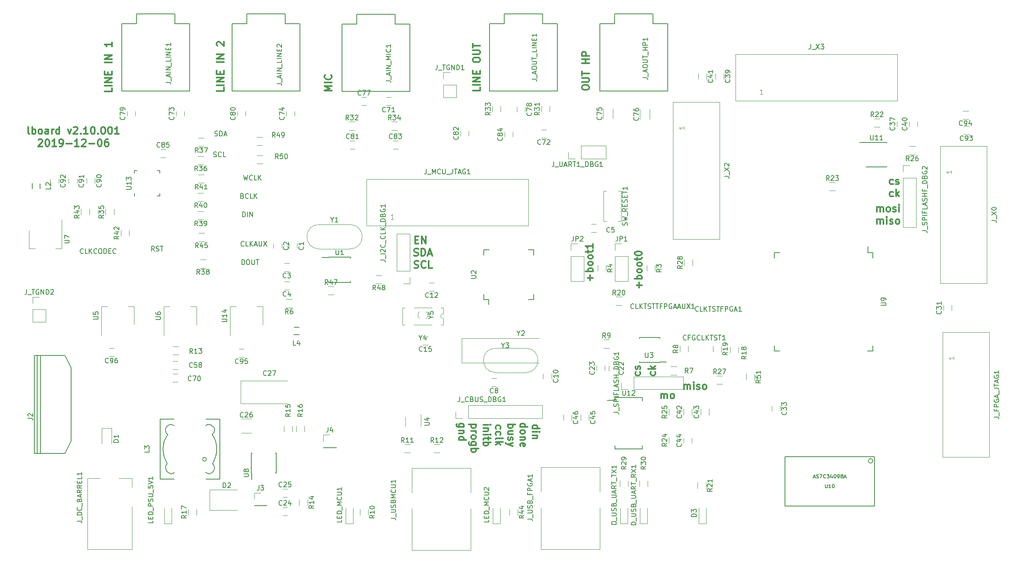
<source format=gbr>
G04 #@! TF.FileFunction,Legend,Top*
%FSLAX46Y46*%
G04 Gerber Fmt 4.6, Leading zero omitted, Abs format (unit mm)*
G04 Created by KiCad (PCBNEW 4.0.7-e2-6376~58~ubuntu16.04.1) date Thu Jan  2 16:42:05 2020*
%MOMM*%
%LPD*%
G01*
G04 APERTURE LIST*
%ADD10C,0.100000*%
%ADD11C,0.300000*%
%ADD12C,0.150000*%
%ADD13C,0.120000*%
%ADD14C,0.127000*%
%ADD15C,0.149860*%
G04 APERTURE END LIST*
D10*
D11*
X188214286Y-123868571D02*
X188214286Y-122868571D01*
X188214286Y-123011429D02*
X188285714Y-122940000D01*
X188428572Y-122868571D01*
X188642857Y-122868571D01*
X188785714Y-122940000D01*
X188857143Y-123082857D01*
X188857143Y-123868571D01*
X188857143Y-123082857D02*
X188928572Y-122940000D01*
X189071429Y-122868571D01*
X189285714Y-122868571D01*
X189428572Y-122940000D01*
X189500000Y-123082857D01*
X189500000Y-123868571D01*
X190214286Y-123868571D02*
X190214286Y-122868571D01*
X190214286Y-122368571D02*
X190142857Y-122440000D01*
X190214286Y-122511429D01*
X190285714Y-122440000D01*
X190214286Y-122368571D01*
X190214286Y-122511429D01*
X190857143Y-123797143D02*
X191000000Y-123868571D01*
X191285715Y-123868571D01*
X191428572Y-123797143D01*
X191500000Y-123654286D01*
X191500000Y-123582857D01*
X191428572Y-123440000D01*
X191285715Y-123368571D01*
X191071429Y-123368571D01*
X190928572Y-123297143D01*
X190857143Y-123154286D01*
X190857143Y-123082857D01*
X190928572Y-122940000D01*
X191071429Y-122868571D01*
X191285715Y-122868571D01*
X191428572Y-122940000D01*
X192357144Y-123868571D02*
X192214286Y-123797143D01*
X192142858Y-123725714D01*
X192071429Y-123582857D01*
X192071429Y-123154286D01*
X192142858Y-123011429D01*
X192214286Y-122940000D01*
X192357144Y-122868571D01*
X192571429Y-122868571D01*
X192714286Y-122940000D01*
X192785715Y-123011429D01*
X192857144Y-123154286D01*
X192857144Y-123582857D01*
X192785715Y-123725714D01*
X192714286Y-123797143D01*
X192571429Y-123868571D01*
X192357144Y-123868571D01*
X183463572Y-125773571D02*
X183463572Y-124773571D01*
X183463572Y-124916429D02*
X183535000Y-124845000D01*
X183677858Y-124773571D01*
X183892143Y-124773571D01*
X184035000Y-124845000D01*
X184106429Y-124987857D01*
X184106429Y-125773571D01*
X184106429Y-124987857D02*
X184177858Y-124845000D01*
X184320715Y-124773571D01*
X184535000Y-124773571D01*
X184677858Y-124845000D01*
X184749286Y-124987857D01*
X184749286Y-125773571D01*
X185677858Y-125773571D02*
X185535000Y-125702143D01*
X185463572Y-125630714D01*
X185392143Y-125487857D01*
X185392143Y-125059286D01*
X185463572Y-124916429D01*
X185535000Y-124845000D01*
X185677858Y-124773571D01*
X185892143Y-124773571D01*
X186035000Y-124845000D01*
X186106429Y-124916429D01*
X186177858Y-125059286D01*
X186177858Y-125487857D01*
X186106429Y-125630714D01*
X186035000Y-125702143D01*
X185892143Y-125773571D01*
X185677858Y-125773571D01*
X182217143Y-120265000D02*
X182288571Y-120407857D01*
X182288571Y-120693571D01*
X182217143Y-120836429D01*
X182145714Y-120907857D01*
X182002857Y-120979286D01*
X181574286Y-120979286D01*
X181431429Y-120907857D01*
X181360000Y-120836429D01*
X181288571Y-120693571D01*
X181288571Y-120407857D01*
X181360000Y-120265000D01*
X182288571Y-119622143D02*
X180788571Y-119622143D01*
X181717143Y-119479286D02*
X182288571Y-119050715D01*
X181288571Y-119050715D02*
X181860000Y-119622143D01*
X179042143Y-120265000D02*
X179113571Y-120407857D01*
X179113571Y-120693571D01*
X179042143Y-120836429D01*
X178970714Y-120907857D01*
X178827857Y-120979286D01*
X178399286Y-120979286D01*
X178256429Y-120907857D01*
X178185000Y-120836429D01*
X178113571Y-120693571D01*
X178113571Y-120407857D01*
X178185000Y-120265000D01*
X179042143Y-119693572D02*
X179113571Y-119550715D01*
X179113571Y-119265000D01*
X179042143Y-119122143D01*
X178899286Y-119050715D01*
X178827857Y-119050715D01*
X178685000Y-119122143D01*
X178613571Y-119265000D01*
X178613571Y-119479286D01*
X178542143Y-119622143D01*
X178399286Y-119693572D01*
X178327857Y-119693572D01*
X178185000Y-119622143D01*
X178113571Y-119479286D01*
X178113571Y-119265000D01*
X178185000Y-119122143D01*
X228219286Y-89578571D02*
X228219286Y-88578571D01*
X228219286Y-88721429D02*
X228290714Y-88650000D01*
X228433572Y-88578571D01*
X228647857Y-88578571D01*
X228790714Y-88650000D01*
X228862143Y-88792857D01*
X228862143Y-89578571D01*
X228862143Y-88792857D02*
X228933572Y-88650000D01*
X229076429Y-88578571D01*
X229290714Y-88578571D01*
X229433572Y-88650000D01*
X229505000Y-88792857D01*
X229505000Y-89578571D01*
X230219286Y-89578571D02*
X230219286Y-88578571D01*
X230219286Y-88078571D02*
X230147857Y-88150000D01*
X230219286Y-88221429D01*
X230290714Y-88150000D01*
X230219286Y-88078571D01*
X230219286Y-88221429D01*
X230862143Y-89507143D02*
X231005000Y-89578571D01*
X231290715Y-89578571D01*
X231433572Y-89507143D01*
X231505000Y-89364286D01*
X231505000Y-89292857D01*
X231433572Y-89150000D01*
X231290715Y-89078571D01*
X231076429Y-89078571D01*
X230933572Y-89007143D01*
X230862143Y-88864286D01*
X230862143Y-88792857D01*
X230933572Y-88650000D01*
X231076429Y-88578571D01*
X231290715Y-88578571D01*
X231433572Y-88650000D01*
X232362144Y-89578571D02*
X232219286Y-89507143D01*
X232147858Y-89435714D01*
X232076429Y-89292857D01*
X232076429Y-88864286D01*
X232147858Y-88721429D01*
X232219286Y-88650000D01*
X232362144Y-88578571D01*
X232576429Y-88578571D01*
X232719286Y-88650000D01*
X232790715Y-88721429D01*
X232862144Y-88864286D01*
X232862144Y-89292857D01*
X232790715Y-89435714D01*
X232719286Y-89507143D01*
X232576429Y-89578571D01*
X232362144Y-89578571D01*
X228219286Y-87038571D02*
X228219286Y-86038571D01*
X228219286Y-86181429D02*
X228290714Y-86110000D01*
X228433572Y-86038571D01*
X228647857Y-86038571D01*
X228790714Y-86110000D01*
X228862143Y-86252857D01*
X228862143Y-87038571D01*
X228862143Y-86252857D02*
X228933572Y-86110000D01*
X229076429Y-86038571D01*
X229290714Y-86038571D01*
X229433572Y-86110000D01*
X229505000Y-86252857D01*
X229505000Y-87038571D01*
X230433572Y-87038571D02*
X230290714Y-86967143D01*
X230219286Y-86895714D01*
X230147857Y-86752857D01*
X230147857Y-86324286D01*
X230219286Y-86181429D01*
X230290714Y-86110000D01*
X230433572Y-86038571D01*
X230647857Y-86038571D01*
X230790714Y-86110000D01*
X230862143Y-86181429D01*
X230933572Y-86324286D01*
X230933572Y-86752857D01*
X230862143Y-86895714D01*
X230790714Y-86967143D01*
X230647857Y-87038571D01*
X230433572Y-87038571D01*
X231505000Y-86967143D02*
X231647857Y-87038571D01*
X231933572Y-87038571D01*
X232076429Y-86967143D01*
X232147857Y-86824286D01*
X232147857Y-86752857D01*
X232076429Y-86610000D01*
X231933572Y-86538571D01*
X231719286Y-86538571D01*
X231576429Y-86467143D01*
X231505000Y-86324286D01*
X231505000Y-86252857D01*
X231576429Y-86110000D01*
X231719286Y-86038571D01*
X231933572Y-86038571D01*
X232076429Y-86110000D01*
X232790715Y-87038571D02*
X232790715Y-86038571D01*
X232790715Y-85538571D02*
X232719286Y-85610000D01*
X232790715Y-85681429D01*
X232862143Y-85610000D01*
X232790715Y-85538571D01*
X232790715Y-85681429D01*
X231525000Y-83792143D02*
X231382143Y-83863571D01*
X231096429Y-83863571D01*
X230953571Y-83792143D01*
X230882143Y-83720714D01*
X230810714Y-83577857D01*
X230810714Y-83149286D01*
X230882143Y-83006429D01*
X230953571Y-82935000D01*
X231096429Y-82863571D01*
X231382143Y-82863571D01*
X231525000Y-82935000D01*
X232167857Y-83863571D02*
X232167857Y-82363571D01*
X232310714Y-83292143D02*
X232739285Y-83863571D01*
X232739285Y-82863571D02*
X232167857Y-83435000D01*
X231525000Y-81252143D02*
X231382143Y-81323571D01*
X231096429Y-81323571D01*
X230953571Y-81252143D01*
X230882143Y-81180714D01*
X230810714Y-81037857D01*
X230810714Y-80609286D01*
X230882143Y-80466429D01*
X230953571Y-80395000D01*
X231096429Y-80323571D01*
X231382143Y-80323571D01*
X231525000Y-80395000D01*
X232096428Y-81252143D02*
X232239285Y-81323571D01*
X232525000Y-81323571D01*
X232667857Y-81252143D01*
X232739285Y-81109286D01*
X232739285Y-81037857D01*
X232667857Y-80895000D01*
X232525000Y-80823571D01*
X232310714Y-80823571D01*
X232167857Y-80752143D01*
X232096428Y-80609286D01*
X232096428Y-80537857D01*
X232167857Y-80395000D01*
X232310714Y-80323571D01*
X232525000Y-80323571D01*
X232667857Y-80395000D01*
X142561429Y-131679286D02*
X141347143Y-131679286D01*
X141204286Y-131607857D01*
X141132857Y-131536429D01*
X141061429Y-131393572D01*
X141061429Y-131179286D01*
X141132857Y-131036429D01*
X141632857Y-131679286D02*
X141561429Y-131536429D01*
X141561429Y-131250715D01*
X141632857Y-131107857D01*
X141704286Y-131036429D01*
X141847143Y-130965000D01*
X142275714Y-130965000D01*
X142418571Y-131036429D01*
X142490000Y-131107857D01*
X142561429Y-131250715D01*
X142561429Y-131536429D01*
X142490000Y-131679286D01*
X142561429Y-132393572D02*
X141561429Y-132393572D01*
X142418571Y-132393572D02*
X142490000Y-132465000D01*
X142561429Y-132607858D01*
X142561429Y-132822143D01*
X142490000Y-132965000D01*
X142347143Y-133036429D01*
X141561429Y-133036429D01*
X141561429Y-134393572D02*
X143061429Y-134393572D01*
X141632857Y-134393572D02*
X141561429Y-134250715D01*
X141561429Y-133965001D01*
X141632857Y-133822143D01*
X141704286Y-133750715D01*
X141847143Y-133679286D01*
X142275714Y-133679286D01*
X142418571Y-133750715D01*
X142490000Y-133822143D01*
X142561429Y-133965001D01*
X142561429Y-134250715D01*
X142490000Y-134393572D01*
X156801429Y-132000714D02*
X158301429Y-132000714D01*
X156872857Y-132000714D02*
X156801429Y-131857857D01*
X156801429Y-131572143D01*
X156872857Y-131429285D01*
X156944286Y-131357857D01*
X157087143Y-131286428D01*
X157515714Y-131286428D01*
X157658571Y-131357857D01*
X157730000Y-131429285D01*
X157801429Y-131572143D01*
X157801429Y-131857857D01*
X157730000Y-132000714D01*
X156801429Y-132715000D02*
X157801429Y-132715000D01*
X158301429Y-132715000D02*
X158230000Y-132643571D01*
X158158571Y-132715000D01*
X158230000Y-132786428D01*
X158301429Y-132715000D01*
X158158571Y-132715000D01*
X157801429Y-133429286D02*
X156801429Y-133429286D01*
X157658571Y-133429286D02*
X157730000Y-133500714D01*
X157801429Y-133643572D01*
X157801429Y-133857857D01*
X157730000Y-134000714D01*
X157587143Y-134072143D01*
X156801429Y-134072143D01*
X154261429Y-131671429D02*
X155761429Y-131671429D01*
X154332857Y-131671429D02*
X154261429Y-131528572D01*
X154261429Y-131242858D01*
X154332857Y-131100000D01*
X154404286Y-131028572D01*
X154547143Y-130957143D01*
X154975714Y-130957143D01*
X155118571Y-131028572D01*
X155190000Y-131100000D01*
X155261429Y-131242858D01*
X155261429Y-131528572D01*
X155190000Y-131671429D01*
X154261429Y-132600001D02*
X154332857Y-132457143D01*
X154404286Y-132385715D01*
X154547143Y-132314286D01*
X154975714Y-132314286D01*
X155118571Y-132385715D01*
X155190000Y-132457143D01*
X155261429Y-132600001D01*
X155261429Y-132814286D01*
X155190000Y-132957143D01*
X155118571Y-133028572D01*
X154975714Y-133100001D01*
X154547143Y-133100001D01*
X154404286Y-133028572D01*
X154332857Y-132957143D01*
X154261429Y-132814286D01*
X154261429Y-132600001D01*
X155261429Y-133742858D02*
X154261429Y-133742858D01*
X155118571Y-133742858D02*
X155190000Y-133814286D01*
X155261429Y-133957144D01*
X155261429Y-134171429D01*
X155190000Y-134314286D01*
X155047143Y-134385715D01*
X154261429Y-134385715D01*
X154332857Y-135671429D02*
X154261429Y-135528572D01*
X154261429Y-135242858D01*
X154332857Y-135100001D01*
X154475714Y-135028572D01*
X155047143Y-135028572D01*
X155190000Y-135100001D01*
X155261429Y-135242858D01*
X155261429Y-135528572D01*
X155190000Y-135671429D01*
X155047143Y-135742858D01*
X154904286Y-135742858D01*
X154761429Y-135028572D01*
X151721429Y-131171429D02*
X153221429Y-131171429D01*
X152650000Y-131171429D02*
X152721429Y-131314286D01*
X152721429Y-131600000D01*
X152650000Y-131742857D01*
X152578571Y-131814286D01*
X152435714Y-131885715D01*
X152007143Y-131885715D01*
X151864286Y-131814286D01*
X151792857Y-131742857D01*
X151721429Y-131600000D01*
X151721429Y-131314286D01*
X151792857Y-131171429D01*
X152721429Y-133171429D02*
X151721429Y-133171429D01*
X152721429Y-132528572D02*
X151935714Y-132528572D01*
X151792857Y-132600000D01*
X151721429Y-132742858D01*
X151721429Y-132957143D01*
X151792857Y-133100000D01*
X151864286Y-133171429D01*
X151792857Y-133814286D02*
X151721429Y-133957143D01*
X151721429Y-134242858D01*
X151792857Y-134385715D01*
X151935714Y-134457143D01*
X152007143Y-134457143D01*
X152150000Y-134385715D01*
X152221429Y-134242858D01*
X152221429Y-134028572D01*
X152292857Y-133885715D01*
X152435714Y-133814286D01*
X152507143Y-133814286D01*
X152650000Y-133885715D01*
X152721429Y-134028572D01*
X152721429Y-134242858D01*
X152650000Y-134385715D01*
X152721429Y-134957144D02*
X151721429Y-135314287D01*
X152721429Y-135671429D02*
X151721429Y-135314287D01*
X151364286Y-135171429D01*
X151292857Y-135100001D01*
X151221429Y-134957144D01*
X149252857Y-132064286D02*
X149181429Y-131921429D01*
X149181429Y-131635715D01*
X149252857Y-131492857D01*
X149324286Y-131421429D01*
X149467143Y-131350000D01*
X149895714Y-131350000D01*
X150038571Y-131421429D01*
X150110000Y-131492857D01*
X150181429Y-131635715D01*
X150181429Y-131921429D01*
X150110000Y-132064286D01*
X149252857Y-133350000D02*
X149181429Y-133207143D01*
X149181429Y-132921429D01*
X149252857Y-132778571D01*
X149324286Y-132707143D01*
X149467143Y-132635714D01*
X149895714Y-132635714D01*
X150038571Y-132707143D01*
X150110000Y-132778571D01*
X150181429Y-132921429D01*
X150181429Y-133207143D01*
X150110000Y-133350000D01*
X149181429Y-134207143D02*
X149252857Y-134064285D01*
X149395714Y-133992857D01*
X150681429Y-133992857D01*
X149181429Y-134778571D02*
X150681429Y-134778571D01*
X149752857Y-134921428D02*
X149181429Y-135349999D01*
X150181429Y-135349999D02*
X149610000Y-134778571D01*
X146641429Y-131207143D02*
X147641429Y-131207143D01*
X148141429Y-131207143D02*
X148070000Y-131135714D01*
X147998571Y-131207143D01*
X148070000Y-131278571D01*
X148141429Y-131207143D01*
X147998571Y-131207143D01*
X147641429Y-131921429D02*
X146641429Y-131921429D01*
X147498571Y-131921429D02*
X147570000Y-131992857D01*
X147641429Y-132135715D01*
X147641429Y-132350000D01*
X147570000Y-132492857D01*
X147427143Y-132564286D01*
X146641429Y-132564286D01*
X146641429Y-133278572D02*
X147641429Y-133278572D01*
X148141429Y-133278572D02*
X148070000Y-133207143D01*
X147998571Y-133278572D01*
X148070000Y-133350000D01*
X148141429Y-133278572D01*
X147998571Y-133278572D01*
X147641429Y-133778572D02*
X147641429Y-134350001D01*
X148141429Y-133992858D02*
X146855714Y-133992858D01*
X146712857Y-134064286D01*
X146641429Y-134207144D01*
X146641429Y-134350001D01*
X146641429Y-134850001D02*
X148141429Y-134850001D01*
X147570000Y-134850001D02*
X147641429Y-134992858D01*
X147641429Y-135278572D01*
X147570000Y-135421429D01*
X147498571Y-135492858D01*
X147355714Y-135564287D01*
X146927143Y-135564287D01*
X146784286Y-135492858D01*
X146712857Y-135421429D01*
X146641429Y-135278572D01*
X146641429Y-134992858D01*
X146712857Y-134850001D01*
X145101429Y-131163572D02*
X143601429Y-131163572D01*
X145030000Y-131163572D02*
X145101429Y-131306429D01*
X145101429Y-131592143D01*
X145030000Y-131735000D01*
X144958571Y-131806429D01*
X144815714Y-131877858D01*
X144387143Y-131877858D01*
X144244286Y-131806429D01*
X144172857Y-131735000D01*
X144101429Y-131592143D01*
X144101429Y-131306429D01*
X144172857Y-131163572D01*
X144101429Y-132520715D02*
X145101429Y-132520715D01*
X144815714Y-132520715D02*
X144958571Y-132592143D01*
X145030000Y-132663572D01*
X145101429Y-132806429D01*
X145101429Y-132949286D01*
X144101429Y-133663572D02*
X144172857Y-133520714D01*
X144244286Y-133449286D01*
X144387143Y-133377857D01*
X144815714Y-133377857D01*
X144958571Y-133449286D01*
X145030000Y-133520714D01*
X145101429Y-133663572D01*
X145101429Y-133877857D01*
X145030000Y-134020714D01*
X144958571Y-134092143D01*
X144815714Y-134163572D01*
X144387143Y-134163572D01*
X144244286Y-134092143D01*
X144172857Y-134020714D01*
X144101429Y-133877857D01*
X144101429Y-133663572D01*
X145101429Y-135449286D02*
X143887143Y-135449286D01*
X143744286Y-135377857D01*
X143672857Y-135306429D01*
X143601429Y-135163572D01*
X143601429Y-134949286D01*
X143672857Y-134806429D01*
X144172857Y-135449286D02*
X144101429Y-135306429D01*
X144101429Y-135020715D01*
X144172857Y-134877857D01*
X144244286Y-134806429D01*
X144387143Y-134735000D01*
X144815714Y-134735000D01*
X144958571Y-134806429D01*
X145030000Y-134877857D01*
X145101429Y-135020715D01*
X145101429Y-135306429D01*
X145030000Y-135449286D01*
X144101429Y-136163572D02*
X145601429Y-136163572D01*
X145030000Y-136163572D02*
X145101429Y-136306429D01*
X145101429Y-136592143D01*
X145030000Y-136735000D01*
X144958571Y-136806429D01*
X144815714Y-136877858D01*
X144387143Y-136877858D01*
X144244286Y-136806429D01*
X144172857Y-136735000D01*
X144101429Y-136592143D01*
X144101429Y-136306429D01*
X144172857Y-136163572D01*
X145966571Y-61221429D02*
X145966571Y-61935715D01*
X144466571Y-61935715D01*
X145966571Y-60721429D02*
X144466571Y-60721429D01*
X145966571Y-60007143D02*
X144466571Y-60007143D01*
X145966571Y-59150000D01*
X144466571Y-59150000D01*
X145180857Y-58435714D02*
X145180857Y-57935714D01*
X145966571Y-57721428D02*
X145966571Y-58435714D01*
X144466571Y-58435714D01*
X144466571Y-57721428D01*
X144466571Y-55650000D02*
X144466571Y-55364286D01*
X144538000Y-55221428D01*
X144680857Y-55078571D01*
X144966571Y-55007143D01*
X145466571Y-55007143D01*
X145752286Y-55078571D01*
X145895143Y-55221428D01*
X145966571Y-55364286D01*
X145966571Y-55650000D01*
X145895143Y-55792857D01*
X145752286Y-55935714D01*
X145466571Y-56007143D01*
X144966571Y-56007143D01*
X144680857Y-55935714D01*
X144538000Y-55792857D01*
X144466571Y-55650000D01*
X144466571Y-54364285D02*
X145680857Y-54364285D01*
X145823714Y-54292857D01*
X145895143Y-54221428D01*
X145966571Y-54078571D01*
X145966571Y-53792857D01*
X145895143Y-53649999D01*
X145823714Y-53578571D01*
X145680857Y-53507142D01*
X144466571Y-53507142D01*
X144466571Y-53007142D02*
X144466571Y-52149999D01*
X145966571Y-52578570D02*
X144466571Y-52578570D01*
X167072571Y-61392143D02*
X167072571Y-61106429D01*
X167144000Y-60963571D01*
X167286857Y-60820714D01*
X167572571Y-60749286D01*
X168072571Y-60749286D01*
X168358286Y-60820714D01*
X168501143Y-60963571D01*
X168572571Y-61106429D01*
X168572571Y-61392143D01*
X168501143Y-61535000D01*
X168358286Y-61677857D01*
X168072571Y-61749286D01*
X167572571Y-61749286D01*
X167286857Y-61677857D01*
X167144000Y-61535000D01*
X167072571Y-61392143D01*
X167072571Y-60106428D02*
X168286857Y-60106428D01*
X168429714Y-60035000D01*
X168501143Y-59963571D01*
X168572571Y-59820714D01*
X168572571Y-59535000D01*
X168501143Y-59392142D01*
X168429714Y-59320714D01*
X168286857Y-59249285D01*
X167072571Y-59249285D01*
X167072571Y-58749285D02*
X167072571Y-57892142D01*
X168572571Y-58320713D02*
X167072571Y-58320713D01*
X168572571Y-56249285D02*
X167072571Y-56249285D01*
X167786857Y-56249285D02*
X167786857Y-55392142D01*
X168572571Y-55392142D02*
X167072571Y-55392142D01*
X168572571Y-54677856D02*
X167072571Y-54677856D01*
X167072571Y-54106428D01*
X167144000Y-53963570D01*
X167215429Y-53892142D01*
X167358286Y-53820713D01*
X167572571Y-53820713D01*
X167715429Y-53892142D01*
X167786857Y-53963570D01*
X167858286Y-54106428D01*
X167858286Y-54677856D01*
X115232571Y-61932143D02*
X113732571Y-61932143D01*
X114804000Y-61432143D01*
X113732571Y-60932143D01*
X115232571Y-60932143D01*
X115232571Y-60217857D02*
X113732571Y-60217857D01*
X115089714Y-58646428D02*
X115161143Y-58717857D01*
X115232571Y-58932143D01*
X115232571Y-59075000D01*
X115161143Y-59289285D01*
X115018286Y-59432143D01*
X114875429Y-59503571D01*
X114589714Y-59575000D01*
X114375429Y-59575000D01*
X114089714Y-59503571D01*
X113946857Y-59432143D01*
X113804000Y-59289285D01*
X113732571Y-59075000D01*
X113732571Y-58932143D01*
X113804000Y-58717857D01*
X113875429Y-58646428D01*
X92880571Y-61253143D02*
X92880571Y-61967429D01*
X91380571Y-61967429D01*
X92880571Y-60753143D02*
X91380571Y-60753143D01*
X92880571Y-60038857D02*
X91380571Y-60038857D01*
X92880571Y-59181714D01*
X91380571Y-59181714D01*
X92094857Y-58467428D02*
X92094857Y-57967428D01*
X92880571Y-57753142D02*
X92880571Y-58467428D01*
X91380571Y-58467428D01*
X91380571Y-57753142D01*
X92880571Y-55967428D02*
X91380571Y-55967428D01*
X92880571Y-55253142D02*
X91380571Y-55253142D01*
X92880571Y-54395999D01*
X91380571Y-54395999D01*
X91523429Y-52610285D02*
X91452000Y-52538856D01*
X91380571Y-52395999D01*
X91380571Y-52038856D01*
X91452000Y-51895999D01*
X91523429Y-51824570D01*
X91666286Y-51753142D01*
X91809143Y-51753142D01*
X92023429Y-51824570D01*
X92880571Y-52681713D01*
X92880571Y-51753142D01*
X69639571Y-61380143D02*
X69639571Y-62094429D01*
X68139571Y-62094429D01*
X69639571Y-60880143D02*
X68139571Y-60880143D01*
X69639571Y-60165857D02*
X68139571Y-60165857D01*
X69639571Y-59308714D01*
X68139571Y-59308714D01*
X68853857Y-58594428D02*
X68853857Y-58094428D01*
X69639571Y-57880142D02*
X69639571Y-58594428D01*
X68139571Y-58594428D01*
X68139571Y-57880142D01*
X69639571Y-56094428D02*
X68139571Y-56094428D01*
X69639571Y-55380142D02*
X68139571Y-55380142D01*
X69639571Y-54522999D01*
X68139571Y-54522999D01*
X69639571Y-51880142D02*
X69639571Y-52737285D01*
X69639571Y-52308713D02*
X68139571Y-52308713D01*
X68353857Y-52451570D01*
X68496714Y-52594428D01*
X68568143Y-52737285D01*
X52579145Y-70904571D02*
X52436287Y-70833143D01*
X52364859Y-70690286D01*
X52364859Y-69404571D01*
X53150573Y-70904571D02*
X53150573Y-69404571D01*
X53150573Y-69976000D02*
X53293430Y-69904571D01*
X53579144Y-69904571D01*
X53722001Y-69976000D01*
X53793430Y-70047429D01*
X53864859Y-70190286D01*
X53864859Y-70618857D01*
X53793430Y-70761714D01*
X53722001Y-70833143D01*
X53579144Y-70904571D01*
X53293430Y-70904571D01*
X53150573Y-70833143D01*
X54722002Y-70904571D02*
X54579144Y-70833143D01*
X54507716Y-70761714D01*
X54436287Y-70618857D01*
X54436287Y-70190286D01*
X54507716Y-70047429D01*
X54579144Y-69976000D01*
X54722002Y-69904571D01*
X54936287Y-69904571D01*
X55079144Y-69976000D01*
X55150573Y-70047429D01*
X55222002Y-70190286D01*
X55222002Y-70618857D01*
X55150573Y-70761714D01*
X55079144Y-70833143D01*
X54936287Y-70904571D01*
X54722002Y-70904571D01*
X56507716Y-70904571D02*
X56507716Y-70118857D01*
X56436287Y-69976000D01*
X56293430Y-69904571D01*
X56007716Y-69904571D01*
X55864859Y-69976000D01*
X56507716Y-70833143D02*
X56364859Y-70904571D01*
X56007716Y-70904571D01*
X55864859Y-70833143D01*
X55793430Y-70690286D01*
X55793430Y-70547429D01*
X55864859Y-70404571D01*
X56007716Y-70333143D01*
X56364859Y-70333143D01*
X56507716Y-70261714D01*
X57222002Y-70904571D02*
X57222002Y-69904571D01*
X57222002Y-70190286D02*
X57293430Y-70047429D01*
X57364859Y-69976000D01*
X57507716Y-69904571D01*
X57650573Y-69904571D01*
X58793430Y-70904571D02*
X58793430Y-69404571D01*
X58793430Y-70833143D02*
X58650573Y-70904571D01*
X58364859Y-70904571D01*
X58222001Y-70833143D01*
X58150573Y-70761714D01*
X58079144Y-70618857D01*
X58079144Y-70190286D01*
X58150573Y-70047429D01*
X58222001Y-69976000D01*
X58364859Y-69904571D01*
X58650573Y-69904571D01*
X58793430Y-69976000D01*
X60507716Y-69904571D02*
X60864859Y-70904571D01*
X61222001Y-69904571D01*
X61722001Y-69547429D02*
X61793430Y-69476000D01*
X61936287Y-69404571D01*
X62293430Y-69404571D01*
X62436287Y-69476000D01*
X62507716Y-69547429D01*
X62579144Y-69690286D01*
X62579144Y-69833143D01*
X62507716Y-70047429D01*
X61650573Y-70904571D01*
X62579144Y-70904571D01*
X63222001Y-70761714D02*
X63293429Y-70833143D01*
X63222001Y-70904571D01*
X63150572Y-70833143D01*
X63222001Y-70761714D01*
X63222001Y-70904571D01*
X64722001Y-70904571D02*
X63864858Y-70904571D01*
X64293430Y-70904571D02*
X64293430Y-69404571D01*
X64150573Y-69618857D01*
X64007715Y-69761714D01*
X63864858Y-69833143D01*
X65650572Y-69404571D02*
X65793429Y-69404571D01*
X65936286Y-69476000D01*
X66007715Y-69547429D01*
X66079144Y-69690286D01*
X66150572Y-69976000D01*
X66150572Y-70333143D01*
X66079144Y-70618857D01*
X66007715Y-70761714D01*
X65936286Y-70833143D01*
X65793429Y-70904571D01*
X65650572Y-70904571D01*
X65507715Y-70833143D01*
X65436286Y-70761714D01*
X65364858Y-70618857D01*
X65293429Y-70333143D01*
X65293429Y-69976000D01*
X65364858Y-69690286D01*
X65436286Y-69547429D01*
X65507715Y-69476000D01*
X65650572Y-69404571D01*
X66793429Y-70761714D02*
X66864857Y-70833143D01*
X66793429Y-70904571D01*
X66722000Y-70833143D01*
X66793429Y-70761714D01*
X66793429Y-70904571D01*
X67793429Y-69404571D02*
X67936286Y-69404571D01*
X68079143Y-69476000D01*
X68150572Y-69547429D01*
X68222001Y-69690286D01*
X68293429Y-69976000D01*
X68293429Y-70333143D01*
X68222001Y-70618857D01*
X68150572Y-70761714D01*
X68079143Y-70833143D01*
X67936286Y-70904571D01*
X67793429Y-70904571D01*
X67650572Y-70833143D01*
X67579143Y-70761714D01*
X67507715Y-70618857D01*
X67436286Y-70333143D01*
X67436286Y-69976000D01*
X67507715Y-69690286D01*
X67579143Y-69547429D01*
X67650572Y-69476000D01*
X67793429Y-69404571D01*
X69222000Y-69404571D02*
X69364857Y-69404571D01*
X69507714Y-69476000D01*
X69579143Y-69547429D01*
X69650572Y-69690286D01*
X69722000Y-69976000D01*
X69722000Y-70333143D01*
X69650572Y-70618857D01*
X69579143Y-70761714D01*
X69507714Y-70833143D01*
X69364857Y-70904571D01*
X69222000Y-70904571D01*
X69079143Y-70833143D01*
X69007714Y-70761714D01*
X68936286Y-70618857D01*
X68864857Y-70333143D01*
X68864857Y-69976000D01*
X68936286Y-69690286D01*
X69007714Y-69547429D01*
X69079143Y-69476000D01*
X69222000Y-69404571D01*
X71150571Y-70904571D02*
X70293428Y-70904571D01*
X70722000Y-70904571D02*
X70722000Y-69404571D01*
X70579143Y-69618857D01*
X70436285Y-69761714D01*
X70293428Y-69833143D01*
X54436287Y-72097429D02*
X54507716Y-72026000D01*
X54650573Y-71954571D01*
X55007716Y-71954571D01*
X55150573Y-72026000D01*
X55222002Y-72097429D01*
X55293430Y-72240286D01*
X55293430Y-72383143D01*
X55222002Y-72597429D01*
X54364859Y-73454571D01*
X55293430Y-73454571D01*
X56222001Y-71954571D02*
X56364858Y-71954571D01*
X56507715Y-72026000D01*
X56579144Y-72097429D01*
X56650573Y-72240286D01*
X56722001Y-72526000D01*
X56722001Y-72883143D01*
X56650573Y-73168857D01*
X56579144Y-73311714D01*
X56507715Y-73383143D01*
X56364858Y-73454571D01*
X56222001Y-73454571D01*
X56079144Y-73383143D01*
X56007715Y-73311714D01*
X55936287Y-73168857D01*
X55864858Y-72883143D01*
X55864858Y-72526000D01*
X55936287Y-72240286D01*
X56007715Y-72097429D01*
X56079144Y-72026000D01*
X56222001Y-71954571D01*
X58150572Y-73454571D02*
X57293429Y-73454571D01*
X57722001Y-73454571D02*
X57722001Y-71954571D01*
X57579144Y-72168857D01*
X57436286Y-72311714D01*
X57293429Y-72383143D01*
X58864857Y-73454571D02*
X59150572Y-73454571D01*
X59293429Y-73383143D01*
X59364857Y-73311714D01*
X59507715Y-73097429D01*
X59579143Y-72811714D01*
X59579143Y-72240286D01*
X59507715Y-72097429D01*
X59436286Y-72026000D01*
X59293429Y-71954571D01*
X59007715Y-71954571D01*
X58864857Y-72026000D01*
X58793429Y-72097429D01*
X58722000Y-72240286D01*
X58722000Y-72597429D01*
X58793429Y-72740286D01*
X58864857Y-72811714D01*
X59007715Y-72883143D01*
X59293429Y-72883143D01*
X59436286Y-72811714D01*
X59507715Y-72740286D01*
X59579143Y-72597429D01*
X60222000Y-72883143D02*
X61364857Y-72883143D01*
X62864857Y-73454571D02*
X62007714Y-73454571D01*
X62436286Y-73454571D02*
X62436286Y-71954571D01*
X62293429Y-72168857D01*
X62150571Y-72311714D01*
X62007714Y-72383143D01*
X63436285Y-72097429D02*
X63507714Y-72026000D01*
X63650571Y-71954571D01*
X64007714Y-71954571D01*
X64150571Y-72026000D01*
X64222000Y-72097429D01*
X64293428Y-72240286D01*
X64293428Y-72383143D01*
X64222000Y-72597429D01*
X63364857Y-73454571D01*
X64293428Y-73454571D01*
X64936285Y-72883143D02*
X66079142Y-72883143D01*
X67079142Y-71954571D02*
X67221999Y-71954571D01*
X67364856Y-72026000D01*
X67436285Y-72097429D01*
X67507714Y-72240286D01*
X67579142Y-72526000D01*
X67579142Y-72883143D01*
X67507714Y-73168857D01*
X67436285Y-73311714D01*
X67364856Y-73383143D01*
X67221999Y-73454571D01*
X67079142Y-73454571D01*
X66936285Y-73383143D01*
X66864856Y-73311714D01*
X66793428Y-73168857D01*
X66721999Y-72883143D01*
X66721999Y-72526000D01*
X66793428Y-72240286D01*
X66864856Y-72097429D01*
X66936285Y-72026000D01*
X67079142Y-71954571D01*
X68864856Y-71954571D02*
X68579142Y-71954571D01*
X68436285Y-72026000D01*
X68364856Y-72097429D01*
X68221999Y-72311714D01*
X68150570Y-72597429D01*
X68150570Y-73168857D01*
X68221999Y-73311714D01*
X68293427Y-73383143D01*
X68436285Y-73454571D01*
X68721999Y-73454571D01*
X68864856Y-73383143D01*
X68936285Y-73311714D01*
X69007713Y-73168857D01*
X69007713Y-72811714D01*
X68936285Y-72668857D01*
X68864856Y-72597429D01*
X68721999Y-72526000D01*
X68436285Y-72526000D01*
X68293427Y-72597429D01*
X68221999Y-72668857D01*
X68150570Y-72811714D01*
X178923143Y-102810000D02*
X178923143Y-101667143D01*
X179494571Y-102238572D02*
X178351714Y-102238572D01*
X179494571Y-100952857D02*
X177994571Y-100952857D01*
X178566000Y-100952857D02*
X178494571Y-100810000D01*
X178494571Y-100524286D01*
X178566000Y-100381429D01*
X178637429Y-100310000D01*
X178780286Y-100238571D01*
X179208857Y-100238571D01*
X179351714Y-100310000D01*
X179423143Y-100381429D01*
X179494571Y-100524286D01*
X179494571Y-100810000D01*
X179423143Y-100952857D01*
X179494571Y-99381428D02*
X179423143Y-99524286D01*
X179351714Y-99595714D01*
X179208857Y-99667143D01*
X178780286Y-99667143D01*
X178637429Y-99595714D01*
X178566000Y-99524286D01*
X178494571Y-99381428D01*
X178494571Y-99167143D01*
X178566000Y-99024286D01*
X178637429Y-98952857D01*
X178780286Y-98881428D01*
X179208857Y-98881428D01*
X179351714Y-98952857D01*
X179423143Y-99024286D01*
X179494571Y-99167143D01*
X179494571Y-99381428D01*
X179494571Y-98024285D02*
X179423143Y-98167143D01*
X179351714Y-98238571D01*
X179208857Y-98310000D01*
X178780286Y-98310000D01*
X178637429Y-98238571D01*
X178566000Y-98167143D01*
X178494571Y-98024285D01*
X178494571Y-97810000D01*
X178566000Y-97667143D01*
X178637429Y-97595714D01*
X178780286Y-97524285D01*
X179208857Y-97524285D01*
X179351714Y-97595714D01*
X179423143Y-97667143D01*
X179494571Y-97810000D01*
X179494571Y-98024285D01*
X178494571Y-97095714D02*
X178494571Y-96524285D01*
X177994571Y-96881428D02*
X179280286Y-96881428D01*
X179423143Y-96810000D01*
X179494571Y-96667142D01*
X179494571Y-96524285D01*
X177994571Y-95738571D02*
X177994571Y-95595714D01*
X178066000Y-95452857D01*
X178137429Y-95381428D01*
X178280286Y-95309999D01*
X178566000Y-95238571D01*
X178923143Y-95238571D01*
X179208857Y-95309999D01*
X179351714Y-95381428D01*
X179423143Y-95452857D01*
X179494571Y-95595714D01*
X179494571Y-95738571D01*
X179423143Y-95881428D01*
X179351714Y-95952857D01*
X179208857Y-96024285D01*
X178923143Y-96095714D01*
X178566000Y-96095714D01*
X178280286Y-96024285D01*
X178137429Y-95952857D01*
X178066000Y-95881428D01*
X177994571Y-95738571D01*
X132290572Y-96111143D02*
X132504858Y-96182571D01*
X132862001Y-96182571D01*
X133004858Y-96111143D01*
X133076287Y-96039714D01*
X133147715Y-95896857D01*
X133147715Y-95754000D01*
X133076287Y-95611143D01*
X133004858Y-95539714D01*
X132862001Y-95468286D01*
X132576287Y-95396857D01*
X132433429Y-95325429D01*
X132362001Y-95254000D01*
X132290572Y-95111143D01*
X132290572Y-94968286D01*
X132362001Y-94825429D01*
X132433429Y-94754000D01*
X132576287Y-94682571D01*
X132933429Y-94682571D01*
X133147715Y-94754000D01*
X133790572Y-96182571D02*
X133790572Y-94682571D01*
X134147715Y-94682571D01*
X134362000Y-94754000D01*
X134504858Y-94896857D01*
X134576286Y-95039714D01*
X134647715Y-95325429D01*
X134647715Y-95539714D01*
X134576286Y-95825429D01*
X134504858Y-95968286D01*
X134362000Y-96111143D01*
X134147715Y-96182571D01*
X133790572Y-96182571D01*
X135219143Y-95754000D02*
X135933429Y-95754000D01*
X135076286Y-96182571D02*
X135576286Y-94682571D01*
X136076286Y-96182571D01*
X132496857Y-92856857D02*
X132996857Y-92856857D01*
X133211143Y-93642571D02*
X132496857Y-93642571D01*
X132496857Y-92142571D01*
X133211143Y-92142571D01*
X133854000Y-93642571D02*
X133854000Y-92142571D01*
X134711143Y-93642571D01*
X134711143Y-92142571D01*
X132326286Y-98651143D02*
X132540572Y-98722571D01*
X132897715Y-98722571D01*
X133040572Y-98651143D01*
X133112001Y-98579714D01*
X133183429Y-98436857D01*
X133183429Y-98294000D01*
X133112001Y-98151143D01*
X133040572Y-98079714D01*
X132897715Y-98008286D01*
X132612001Y-97936857D01*
X132469143Y-97865429D01*
X132397715Y-97794000D01*
X132326286Y-97651143D01*
X132326286Y-97508286D01*
X132397715Y-97365429D01*
X132469143Y-97294000D01*
X132612001Y-97222571D01*
X132969143Y-97222571D01*
X133183429Y-97294000D01*
X134683429Y-98579714D02*
X134612000Y-98651143D01*
X134397714Y-98722571D01*
X134254857Y-98722571D01*
X134040572Y-98651143D01*
X133897714Y-98508286D01*
X133826286Y-98365429D01*
X133754857Y-98079714D01*
X133754857Y-97865429D01*
X133826286Y-97579714D01*
X133897714Y-97436857D01*
X134040572Y-97294000D01*
X134254857Y-97222571D01*
X134397714Y-97222571D01*
X134612000Y-97294000D01*
X134683429Y-97365429D01*
X136040572Y-98722571D02*
X135326286Y-98722571D01*
X135326286Y-97222571D01*
X168763143Y-101286000D02*
X168763143Y-100143143D01*
X169334571Y-100714572D02*
X168191714Y-100714572D01*
X169334571Y-99428857D02*
X167834571Y-99428857D01*
X168406000Y-99428857D02*
X168334571Y-99286000D01*
X168334571Y-99000286D01*
X168406000Y-98857429D01*
X168477429Y-98786000D01*
X168620286Y-98714571D01*
X169048857Y-98714571D01*
X169191714Y-98786000D01*
X169263143Y-98857429D01*
X169334571Y-99000286D01*
X169334571Y-99286000D01*
X169263143Y-99428857D01*
X169334571Y-97857428D02*
X169263143Y-98000286D01*
X169191714Y-98071714D01*
X169048857Y-98143143D01*
X168620286Y-98143143D01*
X168477429Y-98071714D01*
X168406000Y-98000286D01*
X168334571Y-97857428D01*
X168334571Y-97643143D01*
X168406000Y-97500286D01*
X168477429Y-97428857D01*
X168620286Y-97357428D01*
X169048857Y-97357428D01*
X169191714Y-97428857D01*
X169263143Y-97500286D01*
X169334571Y-97643143D01*
X169334571Y-97857428D01*
X169334571Y-96500285D02*
X169263143Y-96643143D01*
X169191714Y-96714571D01*
X169048857Y-96786000D01*
X168620286Y-96786000D01*
X168477429Y-96714571D01*
X168406000Y-96643143D01*
X168334571Y-96500285D01*
X168334571Y-96286000D01*
X168406000Y-96143143D01*
X168477429Y-96071714D01*
X168620286Y-96000285D01*
X169048857Y-96000285D01*
X169191714Y-96071714D01*
X169263143Y-96143143D01*
X169334571Y-96286000D01*
X169334571Y-96500285D01*
X168334571Y-95571714D02*
X168334571Y-95000285D01*
X167834571Y-95357428D02*
X169120286Y-95357428D01*
X169263143Y-95286000D01*
X169334571Y-95143142D01*
X169334571Y-95000285D01*
X169334571Y-93714571D02*
X169334571Y-94571714D01*
X169334571Y-94143142D02*
X167834571Y-94143142D01*
X168048857Y-94285999D01*
X168191714Y-94428857D01*
X168263143Y-94571714D01*
D12*
X183177000Y-118272000D02*
X183177000Y-118222000D01*
X179027000Y-118272000D02*
X179027000Y-118127000D01*
X179027000Y-113122000D02*
X179027000Y-113267000D01*
X183177000Y-113122000D02*
X183177000Y-113267000D01*
X183177000Y-118272000D02*
X179027000Y-118272000D01*
X183177000Y-113122000D02*
X179027000Y-113122000D01*
X183177000Y-118222000D02*
X184577000Y-118222000D01*
X173865000Y-125578000D02*
X173865000Y-126153000D01*
X179615000Y-125578000D02*
X179615000Y-126228000D01*
X179615000Y-136228000D02*
X179615000Y-135578000D01*
X173865000Y-136228000D02*
X173865000Y-135578000D01*
X173865000Y-125578000D02*
X179615000Y-125578000D01*
X173865000Y-136228000D02*
X179615000Y-136228000D01*
X173865000Y-126153000D02*
X172265000Y-126153000D01*
D13*
X96377000Y-122060000D02*
X105977000Y-122060000D01*
X96377000Y-126860000D02*
X105977000Y-126860000D01*
X96377000Y-122060000D02*
X96377000Y-126860000D01*
X198886000Y-54382000D02*
X232406000Y-54382000D01*
X232406000Y-54382000D02*
X232406000Y-63982000D01*
X232406000Y-63982000D02*
X198886000Y-63982000D01*
X198886000Y-63982000D02*
X198886000Y-54382000D01*
X195554000Y-64266000D02*
X195554000Y-92706000D01*
X195554000Y-92706000D02*
X185954000Y-92706000D01*
X185954000Y-92706000D02*
X185954000Y-64266000D01*
X185954000Y-64266000D02*
X195554000Y-64266000D01*
X164786000Y-101406000D02*
X167446000Y-101406000D01*
X164786000Y-96266000D02*
X164786000Y-101406000D01*
X167446000Y-96266000D02*
X167446000Y-101406000D01*
X164786000Y-96266000D02*
X167446000Y-96266000D01*
X164786000Y-94996000D02*
X164786000Y-93666000D01*
X164786000Y-93666000D02*
X166116000Y-93666000D01*
D12*
X146717000Y-105251000D02*
X147717000Y-105251000D01*
X146717000Y-94901000D02*
X147792000Y-94901000D01*
X157067000Y-94901000D02*
X155992000Y-94901000D01*
X157067000Y-105251000D02*
X155992000Y-105251000D01*
X146717000Y-105251000D02*
X146717000Y-104176000D01*
X157067000Y-105251000D02*
X157067000Y-104176000D01*
X157067000Y-94901000D02*
X157067000Y-95976000D01*
X146717000Y-94901000D02*
X146717000Y-95976000D01*
X147717000Y-105251000D02*
X147717000Y-106276000D01*
D13*
X173930000Y-101406000D02*
X176590000Y-101406000D01*
X173930000Y-96266000D02*
X173930000Y-101406000D01*
X176590000Y-96266000D02*
X176590000Y-101406000D01*
X173930000Y-96266000D02*
X176590000Y-96266000D01*
X173930000Y-94996000D02*
X173930000Y-93666000D01*
X173930000Y-93666000D02*
X175260000Y-93666000D01*
X130382000Y-110512000D02*
X129912000Y-110512000D01*
X129912000Y-110512000D02*
X129912000Y-106912000D01*
X129912000Y-106912000D02*
X130382000Y-106912000D01*
X136012000Y-110512000D02*
X132212000Y-110512000D01*
X138312000Y-109212000D02*
X138312000Y-110512000D01*
X138312000Y-106912000D02*
X138312000Y-108212000D01*
X138312000Y-110512000D02*
X137842000Y-110512000D01*
X138312000Y-106912000D02*
X137842000Y-106912000D01*
X132212000Y-106912000D02*
X136012000Y-106912000D01*
X138312000Y-108212000D02*
G75*
G03X138312000Y-109212000I0J-500000D01*
G01*
X134120000Y-114642000D02*
X135120000Y-114642000D01*
X135120000Y-112942000D02*
X134120000Y-112942000D01*
X135410000Y-103466000D02*
X136410000Y-103466000D01*
X136410000Y-101766000D02*
X135410000Y-101766000D01*
X131378000Y-91634000D02*
X128718000Y-91634000D01*
X131378000Y-99314000D02*
X131378000Y-91634000D01*
X128718000Y-99314000D02*
X128718000Y-91634000D01*
X131378000Y-99314000D02*
X128718000Y-99314000D01*
X131378000Y-100584000D02*
X131378000Y-101914000D01*
X131378000Y-101914000D02*
X130048000Y-101914000D01*
X134812652Y-109195390D02*
G75*
G03X134812000Y-107696000I-700652J749390D01*
G01*
X133411348Y-109195390D02*
G75*
G02X133412000Y-107696000I700652J749390D01*
G01*
X175205000Y-88952000D02*
X174555000Y-88952000D01*
X171505000Y-88952000D02*
X172155000Y-88952000D01*
X172155000Y-82752000D02*
X171505000Y-82752000D01*
X175205000Y-82752000D02*
X174555000Y-82752000D01*
X175205000Y-88952000D02*
X175205000Y-82752000D01*
X171505000Y-82752000D02*
X171505000Y-88952000D01*
X169025000Y-91274000D02*
X170025000Y-91274000D01*
X170025000Y-89574000D02*
X169025000Y-89574000D01*
X148344000Y-123278000D02*
X149344000Y-123278000D01*
X149344000Y-121578000D02*
X148344000Y-121578000D01*
X122432000Y-80290000D02*
X155952000Y-80290000D01*
X155952000Y-80290000D02*
X155952000Y-89890000D01*
X155952000Y-89890000D02*
X122432000Y-89890000D01*
X122432000Y-89890000D02*
X122432000Y-80290000D01*
X131490000Y-137024000D02*
X130290000Y-137024000D01*
X130290000Y-135264000D02*
X131490000Y-135264000D01*
X131822000Y-148622000D02*
X131822000Y-157262000D01*
X131822000Y-140242000D02*
X131822000Y-145322000D01*
X144022000Y-148622000D02*
X144022000Y-157262000D01*
X144022000Y-140242000D02*
X144022000Y-145322000D01*
X144022000Y-157262000D02*
X131822000Y-157262000D01*
X131822000Y-140242000D02*
X144022000Y-140242000D01*
X137586000Y-137024000D02*
X136386000Y-137024000D01*
X136386000Y-135264000D02*
X137586000Y-135264000D01*
X130470000Y-129656000D02*
X130470000Y-131456000D01*
X133690000Y-131456000D02*
X133690000Y-129006000D01*
X158141500Y-113274000D02*
X142166500Y-113274000D01*
X142166500Y-113274000D02*
X142166500Y-118374000D01*
X142166500Y-118374000D02*
X158141500Y-118374000D01*
X160743000Y-121638000D02*
X160743000Y-120638000D01*
X159043000Y-120638000D02*
X159043000Y-121638000D01*
X158810000Y-129854000D02*
X158810000Y-127194000D01*
X143510000Y-129854000D02*
X158810000Y-129854000D01*
X143510000Y-127194000D02*
X158810000Y-127194000D01*
X143510000Y-129854000D02*
X143510000Y-127194000D01*
X142240000Y-129854000D02*
X140910000Y-129854000D01*
X140910000Y-129854000D02*
X140910000Y-128524000D01*
X172018000Y-76006000D02*
X172018000Y-73346000D01*
X166878000Y-76006000D02*
X172018000Y-76006000D01*
X166878000Y-73346000D02*
X172018000Y-73346000D01*
X166878000Y-76006000D02*
X166878000Y-73346000D01*
X165608000Y-76006000D02*
X164278000Y-76006000D01*
X164278000Y-76006000D02*
X164278000Y-74676000D01*
X152028000Y-149952000D02*
X152028000Y-148752000D01*
X153788000Y-148752000D02*
X153788000Y-149952000D01*
X176648000Y-142830000D02*
X176648000Y-144030000D01*
X174888000Y-144030000D02*
X174888000Y-142830000D01*
X149175000Y-115331000D02*
X155425000Y-115331000D01*
X149175000Y-120381000D02*
X155425000Y-120381000D01*
X149175000Y-120381000D02*
G75*
G02X149175000Y-115331000I0J2525000D01*
G01*
X155425000Y-120381000D02*
G75*
G03X155425000Y-115331000I0J2525000D01*
G01*
X251434000Y-112018000D02*
X251434000Y-137918000D01*
X251434000Y-137918000D02*
X241834000Y-137918000D01*
X241834000Y-137918000D02*
X241834000Y-112018000D01*
X241834000Y-112018000D02*
X251434000Y-112018000D01*
D14*
X227696000Y-148059002D02*
X209096000Y-148059002D01*
X209096000Y-148059002D02*
X209096000Y-137859002D01*
X209096000Y-137859002D02*
X227696000Y-137859002D01*
X227696000Y-137859002D02*
X227696000Y-148059002D01*
X227344867Y-138714402D02*
G75*
G03X227344867Y-138714402I-472467J0D01*
G01*
D13*
X170092000Y-118987000D02*
X170092000Y-119987000D01*
X171792000Y-119987000D02*
X171792000Y-118987000D01*
X166760000Y-130314000D02*
X166760000Y-129114000D01*
X168520000Y-129114000D02*
X168520000Y-130314000D01*
X172732000Y-115307000D02*
X171532000Y-115307000D01*
X171532000Y-113547000D02*
X172732000Y-113547000D01*
X174332000Y-120027000D02*
X174332000Y-119027000D01*
X172632000Y-119027000D02*
X172632000Y-120027000D01*
X163204000Y-130314000D02*
X163204000Y-129114000D01*
X164964000Y-129114000D02*
X164964000Y-130314000D01*
X178952000Y-144030000D02*
X178952000Y-142830000D01*
X180712000Y-142830000D02*
X180712000Y-144030000D01*
X180582000Y-148526000D02*
X180582000Y-151726000D01*
X179082000Y-151726000D02*
X179082000Y-148526000D01*
X179082000Y-151726000D02*
X180582000Y-151726000D01*
X158588000Y-148462000D02*
X158588000Y-157102000D01*
X158588000Y-140082000D02*
X158588000Y-145162000D01*
X170788000Y-148462000D02*
X170788000Y-157102000D01*
X170788000Y-140082000D02*
X170788000Y-145162000D01*
X170788000Y-157102000D02*
X158588000Y-157102000D01*
X158588000Y-140082000D02*
X170788000Y-140082000D01*
X150102000Y-148526000D02*
X150102000Y-151726000D01*
X148602000Y-151726000D02*
X148602000Y-148526000D01*
X148602000Y-151726000D02*
X150102000Y-151726000D01*
X176518000Y-148526000D02*
X176518000Y-151726000D01*
X175018000Y-151726000D02*
X175018000Y-148526000D01*
X175018000Y-151726000D02*
X176518000Y-151726000D01*
X199508000Y-115050000D02*
X199508000Y-116250000D01*
X197748000Y-116250000D02*
X197748000Y-115050000D01*
X189094000Y-114890000D02*
X189094000Y-116090000D01*
X187334000Y-116090000D02*
X187334000Y-114890000D01*
X194192000Y-116090000D02*
X194192000Y-114890000D01*
X195952000Y-114890000D02*
X195952000Y-116090000D01*
X186808000Y-127971000D02*
X186808000Y-129171000D01*
X185048000Y-129171000D02*
X185048000Y-127971000D01*
X189856000Y-127971000D02*
X189856000Y-129171000D01*
X188096000Y-129171000D02*
X188096000Y-127971000D01*
X193412000Y-127971000D02*
X193412000Y-129171000D01*
X191652000Y-129171000D02*
X191652000Y-127971000D01*
X185455000Y-119135000D02*
X186655000Y-119135000D01*
X186655000Y-120895000D02*
X185455000Y-120895000D01*
X196180000Y-122800000D02*
X194980000Y-122800000D01*
X194980000Y-121040000D02*
X196180000Y-121040000D01*
X208114000Y-128369000D02*
X208114000Y-127369000D01*
X206414000Y-127369000D02*
X206414000Y-128369000D01*
X191017000Y-144411000D02*
X191017000Y-143211000D01*
X192777000Y-143211000D02*
X192777000Y-144411000D01*
X188126000Y-133973000D02*
X188126000Y-134973000D01*
X189826000Y-134973000D02*
X189826000Y-133973000D01*
X192774000Y-148526000D02*
X192774000Y-151726000D01*
X191274000Y-151726000D02*
X191274000Y-148526000D01*
X191274000Y-151726000D02*
X192774000Y-151726000D01*
X186808000Y-133813000D02*
X186808000Y-135013000D01*
X185048000Y-135013000D02*
X185048000Y-133813000D01*
X151042000Y-70493000D02*
X151042000Y-71493000D01*
X152742000Y-71493000D02*
X152742000Y-70493000D01*
X141898000Y-70259000D02*
X141898000Y-71259000D01*
X143598000Y-71259000D02*
X143598000Y-70259000D01*
X160392000Y-65106000D02*
X160392000Y-66306000D01*
X158632000Y-66306000D02*
X158632000Y-65106000D01*
X138370000Y-63306000D02*
X141030000Y-63306000D01*
X138370000Y-60706000D02*
X138370000Y-63306000D01*
X141030000Y-60706000D02*
X141030000Y-63306000D01*
X138370000Y-60706000D02*
X141030000Y-60706000D01*
X138370000Y-59436000D02*
X138370000Y-58106000D01*
X138370000Y-58106000D02*
X139700000Y-58106000D01*
X155282000Y-66306000D02*
X155282000Y-65306000D01*
X153582000Y-65306000D02*
X153582000Y-66306000D01*
D12*
X161940000Y-61975000D02*
X161940000Y-60975000D01*
X147940000Y-61975000D02*
X161940000Y-61975000D01*
X147940000Y-47975000D02*
X147940000Y-61975000D01*
X150940000Y-47975000D02*
X147940000Y-47975000D01*
X150940000Y-45975000D02*
X150940000Y-47975000D01*
X158940000Y-45975000D02*
X150940000Y-45975000D01*
X158940000Y-47975000D02*
X158940000Y-45975000D01*
X161940000Y-47975000D02*
X158940000Y-47975000D01*
X161940000Y-60975000D02*
X161940000Y-47975000D01*
D13*
X150232000Y-65106000D02*
X150232000Y-66306000D01*
X148472000Y-66306000D02*
X148472000Y-65106000D01*
D12*
X184800000Y-61975000D02*
X184800000Y-60975000D01*
X170800000Y-61975000D02*
X184800000Y-61975000D01*
X170800000Y-47975000D02*
X170800000Y-61975000D01*
X173800000Y-47975000D02*
X170800000Y-47975000D01*
X173800000Y-45975000D02*
X173800000Y-47975000D01*
X181800000Y-45975000D02*
X173800000Y-45975000D01*
X181800000Y-47975000D02*
X181800000Y-45975000D01*
X184800000Y-47975000D02*
X181800000Y-47975000D01*
X184800000Y-60975000D02*
X184800000Y-47975000D01*
D13*
X158651000Y-71716000D02*
X159651000Y-71716000D01*
X159651000Y-70016000D02*
X158651000Y-70016000D01*
X171446000Y-65675000D02*
X171446000Y-67675000D01*
X173486000Y-67675000D02*
X173486000Y-65675000D01*
X179066000Y-65802000D02*
X179066000Y-67802000D01*
X181106000Y-67802000D02*
X181106000Y-65802000D01*
X180476000Y-99326000D02*
X180476000Y-98126000D01*
X182236000Y-98126000D02*
X182236000Y-99326000D01*
X170316000Y-99326000D02*
X170316000Y-98126000D01*
X172076000Y-98126000D02*
X172076000Y-99326000D01*
X119980000Y-70095000D02*
X118780000Y-70095000D01*
X118780000Y-68335000D02*
X119980000Y-68335000D01*
X126500000Y-64985000D02*
X127500000Y-64985000D01*
X127500000Y-63285000D02*
X126500000Y-63285000D01*
X122420000Y-63285000D02*
X121420000Y-63285000D01*
X121420000Y-64985000D02*
X122420000Y-64985000D01*
X120007000Y-72302000D02*
X119007000Y-72302000D01*
X119007000Y-74002000D02*
X120007000Y-74002000D01*
X128917000Y-72302000D02*
X127917000Y-72302000D01*
X127917000Y-74002000D02*
X128917000Y-74002000D01*
D12*
X131380000Y-62055000D02*
X131380000Y-61055000D01*
X117380000Y-62055000D02*
X131380000Y-62055000D01*
X117380000Y-48055000D02*
X117380000Y-62055000D01*
X120380000Y-48055000D02*
X117380000Y-48055000D01*
X120380000Y-46055000D02*
X120380000Y-48055000D01*
X128380000Y-46055000D02*
X120380000Y-46055000D01*
X128380000Y-48055000D02*
X128380000Y-46055000D01*
X131380000Y-48055000D02*
X128380000Y-48055000D01*
X131380000Y-61055000D02*
X131380000Y-48055000D01*
D13*
X128790000Y-70095000D02*
X127590000Y-70095000D01*
X127590000Y-68335000D02*
X128790000Y-68335000D01*
X175305000Y-106417000D02*
X174105000Y-106417000D01*
X174105000Y-104657000D02*
X175305000Y-104657000D01*
X189983000Y-96983000D02*
X189983000Y-98183000D01*
X188223000Y-98183000D02*
X188223000Y-96983000D01*
X219548000Y-82668000D02*
X218348000Y-82668000D01*
X218348000Y-80908000D02*
X219548000Y-80908000D01*
X194700000Y-59528000D02*
X194700000Y-58328000D01*
X196460000Y-58328000D02*
X196460000Y-59528000D01*
X191144000Y-59528000D02*
X191144000Y-58328000D01*
X192904000Y-58328000D02*
X192904000Y-59528000D01*
X228772000Y-69460000D02*
X227572000Y-69460000D01*
X227572000Y-67700000D02*
X228772000Y-67700000D01*
D12*
X226017000Y-72609000D02*
X226017000Y-72659000D01*
X230167000Y-72609000D02*
X230167000Y-72754000D01*
X230167000Y-77759000D02*
X230167000Y-77614000D01*
X226017000Y-77759000D02*
X226017000Y-77614000D01*
X226017000Y-72609000D02*
X230167000Y-72609000D01*
X226017000Y-77759000D02*
X230167000Y-77759000D01*
X226017000Y-72659000D02*
X224617000Y-72659000D01*
D13*
X241974000Y-106454000D02*
X241974000Y-107454000D01*
X243674000Y-107454000D02*
X243674000Y-106454000D01*
X250926000Y-73410000D02*
X250926000Y-101850000D01*
X250926000Y-101850000D02*
X241326000Y-101850000D01*
X241326000Y-101850000D02*
X241326000Y-73410000D01*
X241326000Y-73410000D02*
X250926000Y-73410000D01*
D12*
X227301000Y-95521000D02*
X226326000Y-95521000D01*
X227301000Y-115871000D02*
X226251000Y-115871000D01*
X206951000Y-115871000D02*
X208001000Y-115871000D01*
X206951000Y-95521000D02*
X208001000Y-95521000D01*
X227301000Y-95521000D02*
X227301000Y-96571000D01*
X206951000Y-95521000D02*
X206951000Y-96571000D01*
X206951000Y-115871000D02*
X206951000Y-114821000D01*
X227301000Y-115871000D02*
X227301000Y-114821000D01*
X226326000Y-95521000D02*
X226326000Y-94221000D01*
D13*
X245930998Y-66093001D02*
X247130998Y-66093001D01*
X247130998Y-67853001D02*
X245930998Y-67853001D01*
X232322000Y-68314000D02*
X232322000Y-69314000D01*
X234022000Y-69314000D02*
X234022000Y-68314000D01*
X234862000Y-68314000D02*
X234862000Y-69314000D01*
X236562000Y-69314000D02*
X236562000Y-68314000D01*
X246114000Y-69224000D02*
X247314000Y-69224000D01*
X247314000Y-70984000D02*
X246114000Y-70984000D01*
X234905000Y-73415000D02*
X236105000Y-73415000D01*
X236105000Y-75175000D02*
X234905000Y-75175000D01*
X106037000Y-144565000D02*
X105037000Y-144565000D01*
X105037000Y-146265000D02*
X106037000Y-146265000D01*
X98536000Y-129965000D02*
X96536000Y-129965000D01*
X96536000Y-132925000D02*
X98536000Y-132925000D01*
X109592000Y-131480000D02*
X109592000Y-132680000D01*
X107832000Y-132680000D02*
X107832000Y-131480000D01*
X89922000Y-144662000D02*
X89922000Y-148962000D01*
X89922000Y-148962000D02*
X95622000Y-148962000D01*
X89922000Y-144662000D02*
X95622000Y-144662000D01*
X99127000Y-148015000D02*
X101787000Y-148015000D01*
X99127000Y-147955000D02*
X99127000Y-148015000D01*
X101787000Y-147955000D02*
X101787000Y-148015000D01*
X99127000Y-147955000D02*
X101787000Y-147955000D01*
X99127000Y-146685000D02*
X99127000Y-145355000D01*
X99127000Y-145355000D02*
X100457000Y-145355000D01*
X113478000Y-135950000D02*
X116138000Y-135950000D01*
X113478000Y-135890000D02*
X113478000Y-135950000D01*
X116138000Y-135890000D02*
X116138000Y-135950000D01*
X113478000Y-135890000D02*
X116138000Y-135890000D01*
X113478000Y-134620000D02*
X113478000Y-133290000D01*
X113478000Y-133290000D02*
X114808000Y-133290000D01*
X105292000Y-132680000D02*
X105292000Y-131480000D01*
X107052000Y-131480000D02*
X107052000Y-132680000D01*
D12*
X98564500Y-141187500D02*
X98614500Y-141187500D01*
X98564500Y-137037500D02*
X98709500Y-137037500D01*
X103714500Y-137037500D02*
X103569500Y-137037500D01*
X103714500Y-141187500D02*
X103569500Y-141187500D01*
X98564500Y-141187500D02*
X98564500Y-137037500D01*
X103714500Y-141187500D02*
X103714500Y-137037500D01*
X98614500Y-141187500D02*
X98614500Y-142587500D01*
D13*
X87240000Y-148752000D02*
X87240000Y-149952000D01*
X85480000Y-149952000D02*
X85480000Y-148752000D01*
X82030000Y-148526000D02*
X82030000Y-151726000D01*
X80530000Y-151726000D02*
X80530000Y-148526000D01*
X80530000Y-151726000D02*
X82030000Y-151726000D01*
D12*
X89242974Y-138374120D02*
G75*
G03X89242974Y-138374120I-391234J0D01*
G01*
X89151460Y-131373880D02*
X89253060Y-131272280D01*
X89253060Y-131272280D02*
X89651840Y-131173220D01*
X89651840Y-131173220D02*
X90152220Y-131272280D01*
X90152220Y-131272280D02*
X90451940Y-131472940D01*
X90451940Y-131472940D02*
X90853260Y-131772660D01*
X90853260Y-131772660D02*
X90952320Y-132273040D01*
X90952320Y-132273040D02*
X90853260Y-132773420D01*
X90853260Y-132773420D02*
X90551000Y-133174740D01*
X90551000Y-133174740D02*
X90451940Y-133273800D01*
X90451940Y-133273800D02*
X90853260Y-133873240D01*
X90853260Y-133873240D02*
X91152980Y-134673340D01*
X91152980Y-134673340D02*
X91351100Y-135674100D01*
X91351100Y-135674100D02*
X91351100Y-136872980D01*
X91351100Y-136872980D02*
X91152980Y-137774680D01*
X91152980Y-137774680D02*
X90952320Y-138374120D01*
X90952320Y-138374120D02*
X90751660Y-138874500D01*
X90751660Y-138874500D02*
X90551000Y-139273280D01*
X90551000Y-139273280D02*
X90751660Y-139573000D01*
X90751660Y-139573000D02*
X90952320Y-140172440D01*
X90952320Y-140172440D02*
X90853260Y-140573760D01*
X90853260Y-140573760D02*
X90652600Y-140873480D01*
X90652600Y-140873480D02*
X90451940Y-141173200D01*
X90451940Y-141173200D02*
X89951560Y-141373860D01*
X89951560Y-141373860D02*
X89451180Y-141274800D01*
X89451180Y-141274800D02*
X89052400Y-141074140D01*
X82552540Y-131373880D02*
X82252820Y-131272280D01*
X82252820Y-131272280D02*
X81851500Y-131173220D01*
X81851500Y-131173220D02*
X81551780Y-131272280D01*
X81551780Y-131272280D02*
X81153000Y-131472940D01*
X81153000Y-131472940D02*
X80952340Y-131772660D01*
X80952340Y-131772660D02*
X80751680Y-132072380D01*
X80751680Y-132072380D02*
X80751680Y-132374640D01*
X80751680Y-132374640D02*
X80850740Y-132674360D01*
X80850740Y-132674360D02*
X80952340Y-132974080D01*
X80952340Y-132974080D02*
X81252060Y-133273800D01*
X81252060Y-133273800D02*
X80952340Y-133672580D01*
X80952340Y-133672580D02*
X80751680Y-134073900D01*
X80751680Y-134073900D02*
X80551020Y-134574280D01*
X80551020Y-134574280D02*
X80352900Y-135374380D01*
X80352900Y-135374380D02*
X80251300Y-136273540D01*
X80251300Y-136273540D02*
X80352900Y-137073640D01*
X80352900Y-137073640D02*
X80551020Y-137972800D01*
X80551020Y-137972800D02*
X80952340Y-138874500D01*
X80952340Y-138874500D02*
X81153000Y-139273280D01*
X81153000Y-139273280D02*
X80952340Y-139573000D01*
X80952340Y-139573000D02*
X80751680Y-139974320D01*
X80751680Y-139974320D02*
X80850740Y-140474700D01*
X80850740Y-140474700D02*
X81051400Y-140873480D01*
X81051400Y-140873480D02*
X81351120Y-141173200D01*
X81351120Y-141173200D02*
X81851500Y-141373860D01*
X81851500Y-141373860D02*
X82351880Y-141274800D01*
X82351880Y-141274800D02*
X82651600Y-141074140D01*
X89151460Y-142473680D02*
X92052140Y-142473680D01*
X92052140Y-142473680D02*
X92052140Y-130073400D01*
X92052140Y-130073400D02*
X89151460Y-130073400D01*
X79651860Y-130073400D02*
X79651860Y-142473680D01*
X79651860Y-142473680D02*
X82552540Y-142473680D01*
X79651860Y-130073400D02*
X82552540Y-130073400D01*
D13*
X69580000Y-135111000D02*
X69580000Y-131911000D01*
X67580000Y-131911000D02*
X67580000Y-135111000D01*
X67580000Y-131911000D02*
X69580000Y-131911000D01*
X73815000Y-148225000D02*
X73815000Y-157025000D01*
X73815000Y-157025000D02*
X64615000Y-157025000D01*
X71115000Y-142325000D02*
X73815000Y-142325000D01*
X73815000Y-142325000D02*
X73815000Y-144225000D01*
X64615000Y-157025000D02*
X64615000Y-142325000D01*
X64615000Y-142325000D02*
X67215000Y-142325000D01*
D12*
X54229000Y-137160000D02*
X54229000Y-116840000D01*
X53594000Y-116840000D02*
X54864000Y-116840000D01*
X53594000Y-137160000D02*
X53594000Y-116840000D01*
X54864000Y-137160000D02*
X53594000Y-137160000D01*
X59944000Y-137160000D02*
X54864000Y-137160000D01*
X61214000Y-134620000D02*
X59944000Y-137160000D01*
X61214000Y-119380000D02*
X61214000Y-134620000D01*
X59944000Y-116840000D02*
X61214000Y-119380000D01*
X54864000Y-116840000D02*
X59944000Y-116840000D01*
X54864000Y-137160000D02*
X54864000Y-116840000D01*
D13*
X106037000Y-148375000D02*
X105037000Y-148375000D01*
X105037000Y-150075000D02*
X106037000Y-150075000D01*
X121040000Y-149952000D02*
X121040000Y-148752000D01*
X122800000Y-148752000D02*
X122800000Y-149952000D01*
X119622000Y-148526000D02*
X119622000Y-151726000D01*
X118122000Y-151726000D02*
X118122000Y-148526000D01*
X118122000Y-151726000D02*
X119622000Y-151726000D01*
X108467000Y-147920000D02*
X108467000Y-146720000D01*
X110227000Y-146720000D02*
X110227000Y-147920000D01*
X82304000Y-122389000D02*
X83304000Y-122389000D01*
X83304000Y-120689000D02*
X82304000Y-120689000D01*
X82284000Y-114944000D02*
X83484000Y-114944000D01*
X83484000Y-116704000D02*
X82284000Y-116704000D01*
X82304000Y-119722000D02*
X83304000Y-119722000D01*
X83304000Y-118022000D02*
X82304000Y-118022000D01*
X69076000Y-117055000D02*
X70076000Y-117055000D01*
X70076000Y-115355000D02*
X69076000Y-115355000D01*
X87214240Y-106700000D02*
X85954240Y-106700000D01*
X80394240Y-106700000D02*
X81654240Y-106700000D01*
X87214240Y-110460000D02*
X87214240Y-106700000D01*
X80394240Y-112710000D02*
X80394240Y-106700000D01*
X52470000Y-94645000D02*
X53730000Y-94645000D01*
X59290000Y-94645000D02*
X58030000Y-94645000D01*
X52470000Y-90885000D02*
X52470000Y-94645000D01*
X59290000Y-88635000D02*
X59290000Y-94645000D01*
X53280000Y-109915000D02*
X55940000Y-109915000D01*
X53280000Y-107315000D02*
X53280000Y-109915000D01*
X55940000Y-107315000D02*
X55940000Y-109915000D01*
X53280000Y-107315000D02*
X55940000Y-107315000D01*
X53280000Y-106045000D02*
X53280000Y-104715000D01*
X53280000Y-104715000D02*
X54610000Y-104715000D01*
X74276000Y-106675000D02*
X73016000Y-106675000D01*
X67456000Y-106675000D02*
X68716000Y-106675000D01*
X74276000Y-110435000D02*
X74276000Y-106675000D01*
X67456000Y-112685000D02*
X67456000Y-106675000D01*
X96020000Y-117182000D02*
X97020000Y-117182000D01*
X97020000Y-115482000D02*
X96020000Y-115482000D01*
D12*
X108485940Y-110959900D02*
X107434380Y-110959900D01*
X107383580Y-112560100D02*
X108435140Y-112560100D01*
D13*
X105779000Y-105165000D02*
X106979000Y-105165000D01*
X106979000Y-106925000D02*
X105779000Y-106925000D01*
X100946000Y-106700000D02*
X99686000Y-106700000D01*
X94126000Y-106700000D02*
X95386000Y-106700000D01*
X100946000Y-110460000D02*
X100946000Y-106700000D01*
X94126000Y-112710000D02*
X94126000Y-106700000D01*
D12*
X114515000Y-96435000D02*
X114515000Y-96560000D01*
X119165000Y-96435000D02*
X119165000Y-96660000D01*
X119165000Y-101685000D02*
X119165000Y-101460000D01*
X114515000Y-101685000D02*
X114515000Y-101460000D01*
X114515000Y-96435000D02*
X119165000Y-96435000D01*
X114515000Y-101685000D02*
X119165000Y-101685000D01*
X114515000Y-96560000D02*
X113165000Y-96560000D01*
D13*
X108038000Y-94607000D02*
X108038000Y-93607000D01*
X106338000Y-93607000D02*
X106338000Y-94607000D01*
X104863000Y-94607000D02*
X104863000Y-93607000D01*
X103163000Y-93607000D02*
X103163000Y-94607000D01*
X105418000Y-99402000D02*
X106418000Y-99402000D01*
X106418000Y-97702000D02*
X105418000Y-97702000D01*
X105418000Y-103212000D02*
X106418000Y-103212000D01*
X106418000Y-101512000D02*
X105418000Y-101512000D01*
X112597000Y-89677000D02*
X118997000Y-89677000D01*
X112597000Y-94727000D02*
X118997000Y-94727000D01*
X112597000Y-94727000D02*
G75*
G02X112597000Y-89677000I0J2525000D01*
G01*
X118997000Y-94727000D02*
G75*
G03X118997000Y-89677000I0J2525000D01*
G01*
X87467639Y-86916615D02*
X88667639Y-86916615D01*
X88667639Y-88676615D02*
X87467639Y-88676615D01*
X87467639Y-83106615D02*
X88667639Y-83106615D01*
X88667639Y-84866615D02*
X87467639Y-84866615D01*
X87547639Y-79296615D02*
X88747639Y-79296615D01*
X88747639Y-81056615D02*
X87547639Y-81056615D01*
X80764000Y-74080000D02*
X79764000Y-74080000D01*
X79764000Y-75780000D02*
X80764000Y-75780000D01*
X66128000Y-81125000D02*
X66128000Y-80125000D01*
X64428000Y-80125000D02*
X64428000Y-81125000D01*
D12*
X74350000Y-78500000D02*
X74875000Y-78500000D01*
X79600000Y-83750000D02*
X79075000Y-83750000D01*
X79600000Y-78500000D02*
X79075000Y-78500000D01*
X74350000Y-83750000D02*
X74350000Y-83225000D01*
X79600000Y-83750000D02*
X79600000Y-83225000D01*
X79600000Y-78500000D02*
X79600000Y-79025000D01*
X74350000Y-78500000D02*
X74350000Y-79025000D01*
D13*
X87547639Y-71676615D02*
X88747639Y-71676615D01*
X88747639Y-73436615D02*
X87547639Y-73436615D01*
X87467639Y-75486615D02*
X88667639Y-75486615D01*
X88667639Y-77246615D02*
X87467639Y-77246615D01*
X70095000Y-86475000D02*
X70095000Y-87675000D01*
X68335000Y-87675000D02*
X68335000Y-86475000D01*
X73270000Y-90840000D02*
X73270000Y-92040000D01*
X71510000Y-92040000D02*
X71510000Y-90840000D01*
X58635000Y-81145000D02*
X58635000Y-80145000D01*
X56935000Y-80145000D02*
X56935000Y-81145000D01*
X65015000Y-86475000D02*
X65015000Y-87675000D01*
X63255000Y-87675000D02*
X63255000Y-86475000D01*
D12*
X53174900Y-81125060D02*
X53174900Y-82176620D01*
X54775100Y-82227420D02*
X54775100Y-81175860D01*
D13*
X62445000Y-81145000D02*
X62445000Y-80145000D01*
X60745000Y-80145000D02*
X60745000Y-81145000D01*
D12*
X85740000Y-61975000D02*
X85740000Y-60975000D01*
X71740000Y-61975000D02*
X85740000Y-61975000D01*
X71740000Y-47975000D02*
X71740000Y-61975000D01*
X74740000Y-47975000D02*
X71740000Y-47975000D01*
X74740000Y-45975000D02*
X74740000Y-47975000D01*
X82740000Y-45975000D02*
X74740000Y-45975000D01*
X82740000Y-47975000D02*
X82740000Y-45975000D01*
X85740000Y-47975000D02*
X82740000Y-47975000D01*
X85740000Y-60975000D02*
X85740000Y-47975000D01*
D13*
X82970000Y-66175000D02*
X82970000Y-67175000D01*
X84670000Y-67175000D02*
X84670000Y-66175000D01*
X105830000Y-66175000D02*
X105830000Y-67175000D01*
X107530000Y-67175000D02*
X107530000Y-66175000D01*
X72810000Y-66175000D02*
X72810000Y-67175000D01*
X74510000Y-67175000D02*
X74510000Y-66175000D01*
X95670000Y-66175000D02*
X95670000Y-67175000D01*
X97370000Y-67175000D02*
X97370000Y-66175000D01*
D12*
X108600000Y-61975000D02*
X108600000Y-60975000D01*
X94600000Y-61975000D02*
X108600000Y-61975000D01*
X94600000Y-47975000D02*
X94600000Y-61975000D01*
X97600000Y-47975000D02*
X94600000Y-47975000D01*
X97600000Y-45975000D02*
X97600000Y-47975000D01*
X105600000Y-45975000D02*
X97600000Y-45975000D01*
X105600000Y-47975000D02*
X105600000Y-45975000D01*
X108600000Y-47975000D02*
X105600000Y-47975000D01*
X108600000Y-60975000D02*
X108600000Y-47975000D01*
D13*
X87928639Y-96949615D02*
X89128639Y-96949615D01*
X89128639Y-98709615D02*
X87928639Y-98709615D01*
X87618000Y-91449000D02*
X88818000Y-91449000D01*
X88818000Y-93209000D02*
X87618000Y-93209000D01*
X115662000Y-104258000D02*
X114462000Y-104258000D01*
X114462000Y-102498000D02*
X115662000Y-102498000D01*
X124368000Y-100212000D02*
X125568000Y-100212000D01*
X125568000Y-101972000D02*
X124368000Y-101972000D01*
X99650000Y-71510000D02*
X100850000Y-71510000D01*
X100850000Y-73270000D02*
X99650000Y-73270000D01*
X99730000Y-75320000D02*
X100930000Y-75320000D01*
X100930000Y-77080000D02*
X99730000Y-77080000D01*
X233620000Y-90230000D02*
X236280000Y-90230000D01*
X233620000Y-80010000D02*
X233620000Y-90230000D01*
X236280000Y-80010000D02*
X236280000Y-90230000D01*
X233620000Y-80010000D02*
X236280000Y-80010000D01*
X233620000Y-78740000D02*
X233620000Y-77410000D01*
X233620000Y-77410000D02*
X234950000Y-77410000D01*
X188020000Y-123885000D02*
X188020000Y-121225000D01*
X177800000Y-123885000D02*
X188020000Y-123885000D01*
X177800000Y-121225000D02*
X188020000Y-121225000D01*
X177800000Y-123885000D02*
X177800000Y-121225000D01*
X176530000Y-123885000D02*
X175200000Y-123885000D01*
X175200000Y-123885000D02*
X175200000Y-122555000D01*
X201050000Y-121885000D02*
X201050000Y-120685000D01*
X202810000Y-120685000D02*
X202810000Y-121885000D01*
D12*
X180213095Y-116292381D02*
X180213095Y-117101905D01*
X180260714Y-117197143D01*
X180308333Y-117244762D01*
X180403571Y-117292381D01*
X180594048Y-117292381D01*
X180689286Y-117244762D01*
X180736905Y-117197143D01*
X180784524Y-117101905D01*
X180784524Y-116292381D01*
X181165476Y-116292381D02*
X181784524Y-116292381D01*
X181451190Y-116673333D01*
X181594048Y-116673333D01*
X181689286Y-116720952D01*
X181736905Y-116768571D01*
X181784524Y-116863810D01*
X181784524Y-117101905D01*
X181736905Y-117197143D01*
X181689286Y-117244762D01*
X181594048Y-117292381D01*
X181308333Y-117292381D01*
X181213095Y-117244762D01*
X181165476Y-117197143D01*
X175501905Y-124105381D02*
X175501905Y-124914905D01*
X175549524Y-125010143D01*
X175597143Y-125057762D01*
X175692381Y-125105381D01*
X175882858Y-125105381D01*
X175978096Y-125057762D01*
X176025715Y-125010143D01*
X176073334Y-124914905D01*
X176073334Y-124105381D01*
X177073334Y-125105381D02*
X176501905Y-125105381D01*
X176787619Y-125105381D02*
X176787619Y-124105381D01*
X176692381Y-124248238D01*
X176597143Y-124343476D01*
X176501905Y-124391095D01*
X177454286Y-124200619D02*
X177501905Y-124153000D01*
X177597143Y-124105381D01*
X177835239Y-124105381D01*
X177930477Y-124153000D01*
X177978096Y-124200619D01*
X178025715Y-124295857D01*
X178025715Y-124391095D01*
X177978096Y-124533952D01*
X177406667Y-125105381D01*
X178025715Y-125105381D01*
X96607524Y-97988381D02*
X96607524Y-96988381D01*
X96845619Y-96988381D01*
X96988477Y-97036000D01*
X97083715Y-97131238D01*
X97131334Y-97226476D01*
X97178953Y-97416952D01*
X97178953Y-97559810D01*
X97131334Y-97750286D01*
X97083715Y-97845524D01*
X96988477Y-97940762D01*
X96845619Y-97988381D01*
X96607524Y-97988381D01*
X97798000Y-96988381D02*
X97988477Y-96988381D01*
X98083715Y-97036000D01*
X98178953Y-97131238D01*
X98226572Y-97321714D01*
X98226572Y-97655048D01*
X98178953Y-97845524D01*
X98083715Y-97940762D01*
X97988477Y-97988381D01*
X97798000Y-97988381D01*
X97702762Y-97940762D01*
X97607524Y-97845524D01*
X97559905Y-97655048D01*
X97559905Y-97321714D01*
X97607524Y-97131238D01*
X97702762Y-97036000D01*
X97798000Y-96988381D01*
X98655143Y-96988381D02*
X98655143Y-97797905D01*
X98702762Y-97893143D01*
X98750381Y-97940762D01*
X98845619Y-97988381D01*
X99036096Y-97988381D01*
X99131334Y-97940762D01*
X99178953Y-97893143D01*
X99226572Y-97797905D01*
X99226572Y-96988381D01*
X99559905Y-96988381D02*
X100131334Y-96988381D01*
X99845619Y-97988381D02*
X99845619Y-96988381D01*
X101684143Y-120917143D02*
X101636524Y-120964762D01*
X101493667Y-121012381D01*
X101398429Y-121012381D01*
X101255571Y-120964762D01*
X101160333Y-120869524D01*
X101112714Y-120774286D01*
X101065095Y-120583810D01*
X101065095Y-120440952D01*
X101112714Y-120250476D01*
X101160333Y-120155238D01*
X101255571Y-120060000D01*
X101398429Y-120012381D01*
X101493667Y-120012381D01*
X101636524Y-120060000D01*
X101684143Y-120107619D01*
X102065095Y-120107619D02*
X102112714Y-120060000D01*
X102207952Y-120012381D01*
X102446048Y-120012381D01*
X102541286Y-120060000D01*
X102588905Y-120107619D01*
X102636524Y-120202857D01*
X102636524Y-120298095D01*
X102588905Y-120440952D01*
X102017476Y-121012381D01*
X102636524Y-121012381D01*
X102969857Y-120012381D02*
X103636524Y-120012381D01*
X103207952Y-121012381D01*
X214455524Y-52284381D02*
X214455524Y-52998667D01*
X214407904Y-53141524D01*
X214312666Y-53236762D01*
X214169809Y-53284381D01*
X214074571Y-53284381D01*
X214693619Y-53379619D02*
X215455524Y-53379619D01*
X215598381Y-52284381D02*
X216265048Y-53284381D01*
X216265048Y-52284381D02*
X215598381Y-53284381D01*
X216550762Y-52284381D02*
X217169810Y-52284381D01*
X216836476Y-52665333D01*
X216979334Y-52665333D01*
X217074572Y-52712952D01*
X217122191Y-52760571D01*
X217169810Y-52855810D01*
X217169810Y-53093905D01*
X217122191Y-53189143D01*
X217074572Y-53236762D01*
X216979334Y-53284381D01*
X216693619Y-53284381D01*
X216598381Y-53236762D01*
X216550762Y-53189143D01*
D13*
X204521715Y-62624381D02*
X203950286Y-62624381D01*
X204236000Y-62624381D02*
X204236000Y-61624381D01*
X204140762Y-61767238D01*
X204045524Y-61862476D01*
X203950286Y-61910095D01*
D12*
X196556381Y-79676476D02*
X197270667Y-79676476D01*
X197413524Y-79724096D01*
X197508762Y-79819334D01*
X197556381Y-79962191D01*
X197556381Y-80057429D01*
X197651619Y-79438381D02*
X197651619Y-78676476D01*
X196556381Y-78533619D02*
X197556381Y-77866952D01*
X196556381Y-77866952D02*
X197556381Y-78533619D01*
X196651619Y-77533619D02*
X196604000Y-77486000D01*
X196556381Y-77390762D01*
X196556381Y-77152666D01*
X196604000Y-77057428D01*
X196651619Y-77009809D01*
X196746857Y-76962190D01*
X196842095Y-76962190D01*
X196984952Y-77009809D01*
X197556381Y-77581238D01*
X197556381Y-76962190D01*
D13*
X188216381Y-69330285D02*
X188216381Y-69901714D01*
X188216381Y-69616000D02*
X187216381Y-69616000D01*
X187359238Y-69711238D01*
X187454476Y-69806476D01*
X187502095Y-69901714D01*
D12*
X165282667Y-92118381D02*
X165282667Y-92832667D01*
X165235047Y-92975524D01*
X165139809Y-93070762D01*
X164996952Y-93118381D01*
X164901714Y-93118381D01*
X165758857Y-93118381D02*
X165758857Y-92118381D01*
X166139810Y-92118381D01*
X166235048Y-92166000D01*
X166282667Y-92213619D01*
X166330286Y-92308857D01*
X166330286Y-92451714D01*
X166282667Y-92546952D01*
X166235048Y-92594571D01*
X166139810Y-92642190D01*
X165758857Y-92642190D01*
X166711238Y-92213619D02*
X166758857Y-92166000D01*
X166854095Y-92118381D01*
X167092191Y-92118381D01*
X167187429Y-92166000D01*
X167235048Y-92213619D01*
X167282667Y-92308857D01*
X167282667Y-92404095D01*
X167235048Y-92546952D01*
X166663619Y-93118381D01*
X167282667Y-93118381D01*
X144144381Y-100837905D02*
X144953905Y-100837905D01*
X145049143Y-100790286D01*
X145096762Y-100742667D01*
X145144381Y-100647429D01*
X145144381Y-100456952D01*
X145096762Y-100361714D01*
X145049143Y-100314095D01*
X144953905Y-100266476D01*
X144144381Y-100266476D01*
X144239619Y-99837905D02*
X144192000Y-99790286D01*
X144144381Y-99695048D01*
X144144381Y-99456952D01*
X144192000Y-99361714D01*
X144239619Y-99314095D01*
X144334857Y-99266476D01*
X144430095Y-99266476D01*
X144572952Y-99314095D01*
X145144381Y-99885524D01*
X145144381Y-99266476D01*
X174426667Y-92118381D02*
X174426667Y-92832667D01*
X174379047Y-92975524D01*
X174283809Y-93070762D01*
X174140952Y-93118381D01*
X174045714Y-93118381D01*
X174902857Y-93118381D02*
X174902857Y-92118381D01*
X175283810Y-92118381D01*
X175379048Y-92166000D01*
X175426667Y-92213619D01*
X175474286Y-92308857D01*
X175474286Y-92451714D01*
X175426667Y-92546952D01*
X175379048Y-92594571D01*
X175283810Y-92642190D01*
X174902857Y-92642190D01*
X176426667Y-93118381D02*
X175855238Y-93118381D01*
X176140952Y-93118381D02*
X176140952Y-92118381D01*
X176045714Y-92261238D01*
X175950476Y-92356476D01*
X175855238Y-92404095D01*
X133635809Y-113188190D02*
X133635809Y-113664381D01*
X133302476Y-112664381D02*
X133635809Y-113188190D01*
X133969143Y-112664381D01*
X134731048Y-112997714D02*
X134731048Y-113664381D01*
X134492952Y-112616762D02*
X134254857Y-113331048D01*
X134873905Y-113331048D01*
X133977143Y-115899143D02*
X133929524Y-115946762D01*
X133786667Y-115994381D01*
X133691429Y-115994381D01*
X133548571Y-115946762D01*
X133453333Y-115851524D01*
X133405714Y-115756286D01*
X133358095Y-115565810D01*
X133358095Y-115422952D01*
X133405714Y-115232476D01*
X133453333Y-115137238D01*
X133548571Y-115042000D01*
X133691429Y-114994381D01*
X133786667Y-114994381D01*
X133929524Y-115042000D01*
X133977143Y-115089619D01*
X134929524Y-115994381D02*
X134358095Y-115994381D01*
X134643809Y-115994381D02*
X134643809Y-114994381D01*
X134548571Y-115137238D01*
X134453333Y-115232476D01*
X134358095Y-115280095D01*
X135834286Y-114994381D02*
X135358095Y-114994381D01*
X135310476Y-115470571D01*
X135358095Y-115422952D01*
X135453333Y-115375333D01*
X135691429Y-115375333D01*
X135786667Y-115422952D01*
X135834286Y-115470571D01*
X135881905Y-115565810D01*
X135881905Y-115803905D01*
X135834286Y-115899143D01*
X135786667Y-115946762D01*
X135691429Y-115994381D01*
X135453333Y-115994381D01*
X135358095Y-115946762D01*
X135310476Y-115899143D01*
X135267143Y-104723143D02*
X135219524Y-104770762D01*
X135076667Y-104818381D01*
X134981429Y-104818381D01*
X134838571Y-104770762D01*
X134743333Y-104675524D01*
X134695714Y-104580286D01*
X134648095Y-104389810D01*
X134648095Y-104246952D01*
X134695714Y-104056476D01*
X134743333Y-103961238D01*
X134838571Y-103866000D01*
X134981429Y-103818381D01*
X135076667Y-103818381D01*
X135219524Y-103866000D01*
X135267143Y-103913619D01*
X136219524Y-104818381D02*
X135648095Y-104818381D01*
X135933809Y-104818381D02*
X135933809Y-103818381D01*
X135838571Y-103961238D01*
X135743333Y-104056476D01*
X135648095Y-104104095D01*
X136600476Y-103913619D02*
X136648095Y-103866000D01*
X136743333Y-103818381D01*
X136981429Y-103818381D01*
X137076667Y-103866000D01*
X137124286Y-103913619D01*
X137171905Y-104008857D01*
X137171905Y-104104095D01*
X137124286Y-104246952D01*
X136552857Y-104818381D01*
X137171905Y-104818381D01*
X125309381Y-97035238D02*
X126023667Y-97035238D01*
X126166524Y-97082858D01*
X126261762Y-97178096D01*
X126309381Y-97320953D01*
X126309381Y-97416191D01*
X126404619Y-96797143D02*
X126404619Y-96035238D01*
X126309381Y-95797143D02*
X125309381Y-95797143D01*
X125404619Y-95368572D02*
X125357000Y-95320953D01*
X125309381Y-95225715D01*
X125309381Y-94987619D01*
X125357000Y-94892381D01*
X125404619Y-94844762D01*
X125499857Y-94797143D01*
X125595095Y-94797143D01*
X125737952Y-94844762D01*
X126309381Y-95416191D01*
X126309381Y-94797143D01*
X126214143Y-93797143D02*
X126261762Y-93844762D01*
X126309381Y-93987619D01*
X126309381Y-94082857D01*
X126261762Y-94225715D01*
X126166524Y-94320953D01*
X126071286Y-94368572D01*
X125880810Y-94416191D01*
X125737952Y-94416191D01*
X125547476Y-94368572D01*
X125452238Y-94320953D01*
X125357000Y-94225715D01*
X125309381Y-94082857D01*
X125309381Y-93987619D01*
X125357000Y-93844762D01*
X125404619Y-93797143D01*
X126404619Y-93606667D02*
X126404619Y-92844762D01*
X126214143Y-92035238D02*
X126261762Y-92082857D01*
X126309381Y-92225714D01*
X126309381Y-92320952D01*
X126261762Y-92463810D01*
X126166524Y-92559048D01*
X126071286Y-92606667D01*
X125880810Y-92654286D01*
X125737952Y-92654286D01*
X125547476Y-92606667D01*
X125452238Y-92559048D01*
X125357000Y-92463810D01*
X125309381Y-92320952D01*
X125309381Y-92225714D01*
X125357000Y-92082857D01*
X125404619Y-92035238D01*
X126309381Y-91130476D02*
X126309381Y-91606667D01*
X125309381Y-91606667D01*
X126309381Y-90797143D02*
X125309381Y-90797143D01*
X126309381Y-90225714D02*
X125737952Y-90654286D01*
X125309381Y-90225714D02*
X125880810Y-90797143D01*
X126404619Y-90035238D02*
X126404619Y-89273333D01*
X126309381Y-89035238D02*
X125309381Y-89035238D01*
X125309381Y-88797143D01*
X125357000Y-88654285D01*
X125452238Y-88559047D01*
X125547476Y-88511428D01*
X125737952Y-88463809D01*
X125880810Y-88463809D01*
X126071286Y-88511428D01*
X126166524Y-88559047D01*
X126261762Y-88654285D01*
X126309381Y-88797143D01*
X126309381Y-89035238D01*
X125785571Y-87701904D02*
X125833190Y-87559047D01*
X125880810Y-87511428D01*
X125976048Y-87463809D01*
X126118905Y-87463809D01*
X126214143Y-87511428D01*
X126261762Y-87559047D01*
X126309381Y-87654285D01*
X126309381Y-88035238D01*
X125309381Y-88035238D01*
X125309381Y-87701904D01*
X125357000Y-87606666D01*
X125404619Y-87559047D01*
X125499857Y-87511428D01*
X125595095Y-87511428D01*
X125690333Y-87559047D01*
X125737952Y-87606666D01*
X125785571Y-87701904D01*
X125785571Y-88035238D01*
X125357000Y-86511428D02*
X125309381Y-86606666D01*
X125309381Y-86749523D01*
X125357000Y-86892381D01*
X125452238Y-86987619D01*
X125547476Y-87035238D01*
X125737952Y-87082857D01*
X125880810Y-87082857D01*
X126071286Y-87035238D01*
X126166524Y-86987619D01*
X126261762Y-86892381D01*
X126309381Y-86749523D01*
X126309381Y-86654285D01*
X126261762Y-86511428D01*
X126214143Y-86463809D01*
X125880810Y-86463809D01*
X125880810Y-86654285D01*
X126309381Y-85511428D02*
X126309381Y-86082857D01*
X126309381Y-85797143D02*
X125309381Y-85797143D01*
X125452238Y-85892381D01*
X125547476Y-85987619D01*
X125595095Y-86082857D01*
X135788190Y-108922191D02*
X136264381Y-108922191D01*
X135264381Y-109255524D02*
X135788190Y-108922191D01*
X135264381Y-108588857D01*
X135264381Y-107779333D02*
X135264381Y-108255524D01*
X135740571Y-108303143D01*
X135692952Y-108255524D01*
X135645333Y-108160286D01*
X135645333Y-107922190D01*
X135692952Y-107826952D01*
X135740571Y-107779333D01*
X135835810Y-107731714D01*
X136073905Y-107731714D01*
X136169143Y-107779333D01*
X136216762Y-107826952D01*
X136264381Y-107922190D01*
X136264381Y-108160286D01*
X136216762Y-108255524D01*
X136169143Y-108303143D01*
X176409762Y-89828191D02*
X176457381Y-89685334D01*
X176457381Y-89447238D01*
X176409762Y-89352000D01*
X176362143Y-89304381D01*
X176266905Y-89256762D01*
X176171667Y-89256762D01*
X176076429Y-89304381D01*
X176028810Y-89352000D01*
X175981190Y-89447238D01*
X175933571Y-89637715D01*
X175885952Y-89732953D01*
X175838333Y-89780572D01*
X175743095Y-89828191D01*
X175647857Y-89828191D01*
X175552619Y-89780572D01*
X175505000Y-89732953D01*
X175457381Y-89637715D01*
X175457381Y-89399619D01*
X175505000Y-89256762D01*
X175457381Y-88923429D02*
X176457381Y-88685334D01*
X175743095Y-88494857D01*
X176457381Y-88304381D01*
X175457381Y-88066286D01*
X176552619Y-87923429D02*
X176552619Y-87161524D01*
X176457381Y-86352000D02*
X175981190Y-86685334D01*
X176457381Y-86923429D02*
X175457381Y-86923429D01*
X175457381Y-86542476D01*
X175505000Y-86447238D01*
X175552619Y-86399619D01*
X175647857Y-86352000D01*
X175790714Y-86352000D01*
X175885952Y-86399619D01*
X175933571Y-86447238D01*
X175981190Y-86542476D01*
X175981190Y-86923429D01*
X175933571Y-85923429D02*
X175933571Y-85590095D01*
X176457381Y-85447238D02*
X176457381Y-85923429D01*
X175457381Y-85923429D01*
X175457381Y-85447238D01*
X176409762Y-85066286D02*
X176457381Y-84923429D01*
X176457381Y-84685333D01*
X176409762Y-84590095D01*
X176362143Y-84542476D01*
X176266905Y-84494857D01*
X176171667Y-84494857D01*
X176076429Y-84542476D01*
X176028810Y-84590095D01*
X175981190Y-84685333D01*
X175933571Y-84875810D01*
X175885952Y-84971048D01*
X175838333Y-85018667D01*
X175743095Y-85066286D01*
X175647857Y-85066286D01*
X175552619Y-85018667D01*
X175505000Y-84971048D01*
X175457381Y-84875810D01*
X175457381Y-84637714D01*
X175505000Y-84494857D01*
X175933571Y-84066286D02*
X175933571Y-83732952D01*
X176457381Y-83590095D02*
X176457381Y-84066286D01*
X175457381Y-84066286D01*
X175457381Y-83590095D01*
X175457381Y-83304381D02*
X175457381Y-82732952D01*
X176457381Y-83018667D02*
X175457381Y-83018667D01*
X176457381Y-81875809D02*
X176457381Y-82447238D01*
X176457381Y-82161524D02*
X175457381Y-82161524D01*
X175600238Y-82256762D01*
X175695476Y-82352000D01*
X175743095Y-82447238D01*
X172807334Y-91162143D02*
X172759715Y-91209762D01*
X172616858Y-91257381D01*
X172521620Y-91257381D01*
X172378762Y-91209762D01*
X172283524Y-91114524D01*
X172235905Y-91019286D01*
X172188286Y-90828810D01*
X172188286Y-90685952D01*
X172235905Y-90495476D01*
X172283524Y-90400238D01*
X172378762Y-90305000D01*
X172521620Y-90257381D01*
X172616858Y-90257381D01*
X172759715Y-90305000D01*
X172807334Y-90352619D01*
X173712096Y-90257381D02*
X173235905Y-90257381D01*
X173188286Y-90733571D01*
X173235905Y-90685952D01*
X173331143Y-90638333D01*
X173569239Y-90638333D01*
X173664477Y-90685952D01*
X173712096Y-90733571D01*
X173759715Y-90828810D01*
X173759715Y-91066905D01*
X173712096Y-91162143D01*
X173664477Y-91209762D01*
X173569239Y-91257381D01*
X173331143Y-91257381D01*
X173235905Y-91209762D01*
X173188286Y-91162143D01*
X148677334Y-124535143D02*
X148629715Y-124582762D01*
X148486858Y-124630381D01*
X148391620Y-124630381D01*
X148248762Y-124582762D01*
X148153524Y-124487524D01*
X148105905Y-124392286D01*
X148058286Y-124201810D01*
X148058286Y-124058952D01*
X148105905Y-123868476D01*
X148153524Y-123773238D01*
X148248762Y-123678000D01*
X148391620Y-123630381D01*
X148486858Y-123630381D01*
X148629715Y-123678000D01*
X148677334Y-123725619D01*
X149248762Y-124058952D02*
X149153524Y-124011333D01*
X149105905Y-123963714D01*
X149058286Y-123868476D01*
X149058286Y-123820857D01*
X149105905Y-123725619D01*
X149153524Y-123678000D01*
X149248762Y-123630381D01*
X149439239Y-123630381D01*
X149534477Y-123678000D01*
X149582096Y-123725619D01*
X149629715Y-123820857D01*
X149629715Y-123868476D01*
X149582096Y-123963714D01*
X149534477Y-124011333D01*
X149439239Y-124058952D01*
X149248762Y-124058952D01*
X149153524Y-124106571D01*
X149105905Y-124154190D01*
X149058286Y-124249429D01*
X149058286Y-124439905D01*
X149105905Y-124535143D01*
X149153524Y-124582762D01*
X149248762Y-124630381D01*
X149439239Y-124630381D01*
X149534477Y-124582762D01*
X149582096Y-124535143D01*
X149629715Y-124439905D01*
X149629715Y-124249429D01*
X149582096Y-124154190D01*
X149534477Y-124106571D01*
X149439239Y-124058952D01*
X134811048Y-78192381D02*
X134811048Y-78906667D01*
X134763428Y-79049524D01*
X134668190Y-79144762D01*
X134525333Y-79192381D01*
X134430095Y-79192381D01*
X135049143Y-79287619D02*
X135811048Y-79287619D01*
X136049143Y-79192381D02*
X136049143Y-78192381D01*
X136382477Y-78906667D01*
X136715810Y-78192381D01*
X136715810Y-79192381D01*
X137763429Y-79097143D02*
X137715810Y-79144762D01*
X137572953Y-79192381D01*
X137477715Y-79192381D01*
X137334857Y-79144762D01*
X137239619Y-79049524D01*
X137192000Y-78954286D01*
X137144381Y-78763810D01*
X137144381Y-78620952D01*
X137192000Y-78430476D01*
X137239619Y-78335238D01*
X137334857Y-78240000D01*
X137477715Y-78192381D01*
X137572953Y-78192381D01*
X137715810Y-78240000D01*
X137763429Y-78287619D01*
X138192000Y-78192381D02*
X138192000Y-79001905D01*
X138239619Y-79097143D01*
X138287238Y-79144762D01*
X138382476Y-79192381D01*
X138572953Y-79192381D01*
X138668191Y-79144762D01*
X138715810Y-79097143D01*
X138763429Y-79001905D01*
X138763429Y-78192381D01*
X139001524Y-79287619D02*
X139763429Y-79287619D01*
X140287239Y-78192381D02*
X140287239Y-78906667D01*
X140239619Y-79049524D01*
X140144381Y-79144762D01*
X140001524Y-79192381D01*
X139906286Y-79192381D01*
X140620572Y-78192381D02*
X141192001Y-78192381D01*
X140906286Y-79192381D02*
X140906286Y-78192381D01*
X141477715Y-78906667D02*
X141953906Y-78906667D01*
X141382477Y-79192381D02*
X141715810Y-78192381D01*
X142049144Y-79192381D01*
X142906287Y-78240000D02*
X142811049Y-78192381D01*
X142668192Y-78192381D01*
X142525334Y-78240000D01*
X142430096Y-78335238D01*
X142382477Y-78430476D01*
X142334858Y-78620952D01*
X142334858Y-78763810D01*
X142382477Y-78954286D01*
X142430096Y-79049524D01*
X142525334Y-79144762D01*
X142668192Y-79192381D01*
X142763430Y-79192381D01*
X142906287Y-79144762D01*
X142953906Y-79097143D01*
X142953906Y-78763810D01*
X142763430Y-78763810D01*
X143906287Y-79192381D02*
X143334858Y-79192381D01*
X143620572Y-79192381D02*
X143620572Y-78192381D01*
X143525334Y-78335238D01*
X143430096Y-78430476D01*
X143334858Y-78478095D01*
D13*
X128067715Y-88532381D02*
X127496286Y-88532381D01*
X127782000Y-88532381D02*
X127782000Y-87532381D01*
X127686762Y-87675238D01*
X127591524Y-87770476D01*
X127496286Y-87818095D01*
D12*
X130247143Y-134896381D02*
X129913809Y-134420190D01*
X129675714Y-134896381D02*
X129675714Y-133896381D01*
X130056667Y-133896381D01*
X130151905Y-133944000D01*
X130199524Y-133991619D01*
X130247143Y-134086857D01*
X130247143Y-134229714D01*
X130199524Y-134324952D01*
X130151905Y-134372571D01*
X130056667Y-134420190D01*
X129675714Y-134420190D01*
X131199524Y-134896381D02*
X130628095Y-134896381D01*
X130913809Y-134896381D02*
X130913809Y-133896381D01*
X130818571Y-134039238D01*
X130723333Y-134134476D01*
X130628095Y-134182095D01*
X132151905Y-134896381D02*
X131580476Y-134896381D01*
X131866190Y-134896381D02*
X131866190Y-133896381D01*
X131770952Y-134039238D01*
X131675714Y-134134476D01*
X131580476Y-134182095D01*
X127468381Y-150621523D02*
X128182667Y-150621523D01*
X128325524Y-150669143D01*
X128420762Y-150764381D01*
X128468381Y-150907238D01*
X128468381Y-151002476D01*
X128563619Y-150383428D02*
X128563619Y-149621523D01*
X127468381Y-149383428D02*
X128277905Y-149383428D01*
X128373143Y-149335809D01*
X128420762Y-149288190D01*
X128468381Y-149192952D01*
X128468381Y-149002475D01*
X128420762Y-148907237D01*
X128373143Y-148859618D01*
X128277905Y-148811999D01*
X127468381Y-148811999D01*
X128420762Y-148383428D02*
X128468381Y-148240571D01*
X128468381Y-148002475D01*
X128420762Y-147907237D01*
X128373143Y-147859618D01*
X128277905Y-147811999D01*
X128182667Y-147811999D01*
X128087429Y-147859618D01*
X128039810Y-147907237D01*
X127992190Y-148002475D01*
X127944571Y-148192952D01*
X127896952Y-148288190D01*
X127849333Y-148335809D01*
X127754095Y-148383428D01*
X127658857Y-148383428D01*
X127563619Y-148335809D01*
X127516000Y-148288190D01*
X127468381Y-148192952D01*
X127468381Y-147954856D01*
X127516000Y-147811999D01*
X127944571Y-147050094D02*
X127992190Y-146907237D01*
X128039810Y-146859618D01*
X128135048Y-146811999D01*
X128277905Y-146811999D01*
X128373143Y-146859618D01*
X128420762Y-146907237D01*
X128468381Y-147002475D01*
X128468381Y-147383428D01*
X127468381Y-147383428D01*
X127468381Y-147050094D01*
X127516000Y-146954856D01*
X127563619Y-146907237D01*
X127658857Y-146859618D01*
X127754095Y-146859618D01*
X127849333Y-146907237D01*
X127896952Y-146954856D01*
X127944571Y-147050094D01*
X127944571Y-147383428D01*
X128468381Y-146383428D02*
X127468381Y-146383428D01*
X128182667Y-146050094D01*
X127468381Y-145716761D01*
X128468381Y-145716761D01*
X128373143Y-144669142D02*
X128420762Y-144716761D01*
X128468381Y-144859618D01*
X128468381Y-144954856D01*
X128420762Y-145097714D01*
X128325524Y-145192952D01*
X128230286Y-145240571D01*
X128039810Y-145288190D01*
X127896952Y-145288190D01*
X127706476Y-145240571D01*
X127611238Y-145192952D01*
X127516000Y-145097714D01*
X127468381Y-144954856D01*
X127468381Y-144859618D01*
X127516000Y-144716761D01*
X127563619Y-144669142D01*
X127468381Y-144240571D02*
X128277905Y-144240571D01*
X128373143Y-144192952D01*
X128420762Y-144145333D01*
X128468381Y-144050095D01*
X128468381Y-143859618D01*
X128420762Y-143764380D01*
X128373143Y-143716761D01*
X128277905Y-143669142D01*
X127468381Y-143669142D01*
X128468381Y-142669142D02*
X128468381Y-143240571D01*
X128468381Y-142954857D02*
X127468381Y-142954857D01*
X127611238Y-143050095D01*
X127706476Y-143145333D01*
X127754095Y-143240571D01*
X136343143Y-134896381D02*
X136009809Y-134420190D01*
X135771714Y-134896381D02*
X135771714Y-133896381D01*
X136152667Y-133896381D01*
X136247905Y-133944000D01*
X136295524Y-133991619D01*
X136343143Y-134086857D01*
X136343143Y-134229714D01*
X136295524Y-134324952D01*
X136247905Y-134372571D01*
X136152667Y-134420190D01*
X135771714Y-134420190D01*
X137295524Y-134896381D02*
X136724095Y-134896381D01*
X137009809Y-134896381D02*
X137009809Y-133896381D01*
X136914571Y-134039238D01*
X136819333Y-134134476D01*
X136724095Y-134182095D01*
X137676476Y-133991619D02*
X137724095Y-133944000D01*
X137819333Y-133896381D01*
X138057429Y-133896381D01*
X138152667Y-133944000D01*
X138200286Y-133991619D01*
X138247905Y-134086857D01*
X138247905Y-134182095D01*
X138200286Y-134324952D01*
X137628857Y-134896381D01*
X138247905Y-134896381D01*
X134432381Y-131317905D02*
X135241905Y-131317905D01*
X135337143Y-131270286D01*
X135384762Y-131222667D01*
X135432381Y-131127429D01*
X135432381Y-130936952D01*
X135384762Y-130841714D01*
X135337143Y-130794095D01*
X135241905Y-130746476D01*
X134432381Y-130746476D01*
X134765714Y-129841714D02*
X135432381Y-129841714D01*
X134384762Y-130079810D02*
X135099048Y-130317905D01*
X135099048Y-129698857D01*
X153955809Y-112244190D02*
X153955809Y-112720381D01*
X153622476Y-111720381D02*
X153955809Y-112244190D01*
X154289143Y-111720381D01*
X154574857Y-111815619D02*
X154622476Y-111768000D01*
X154717714Y-111720381D01*
X154955810Y-111720381D01*
X155051048Y-111768000D01*
X155098667Y-111815619D01*
X155146286Y-111910857D01*
X155146286Y-112006095D01*
X155098667Y-112148952D01*
X154527238Y-112720381D01*
X155146286Y-112720381D01*
X162000143Y-121780857D02*
X162047762Y-121828476D01*
X162095381Y-121971333D01*
X162095381Y-122066571D01*
X162047762Y-122209429D01*
X161952524Y-122304667D01*
X161857286Y-122352286D01*
X161666810Y-122399905D01*
X161523952Y-122399905D01*
X161333476Y-122352286D01*
X161238238Y-122304667D01*
X161143000Y-122209429D01*
X161095381Y-122066571D01*
X161095381Y-121971333D01*
X161143000Y-121828476D01*
X161190619Y-121780857D01*
X162095381Y-120828476D02*
X162095381Y-121399905D01*
X162095381Y-121114191D02*
X161095381Y-121114191D01*
X161238238Y-121209429D01*
X161333476Y-121304667D01*
X161381095Y-121399905D01*
X161095381Y-120209429D02*
X161095381Y-120114190D01*
X161143000Y-120018952D01*
X161190619Y-119971333D01*
X161285857Y-119923714D01*
X161476333Y-119876095D01*
X161714429Y-119876095D01*
X161904905Y-119923714D01*
X162000143Y-119971333D01*
X162047762Y-120018952D01*
X162095381Y-120114190D01*
X162095381Y-120209429D01*
X162047762Y-120304667D01*
X162000143Y-120352286D01*
X161904905Y-120399905D01*
X161714429Y-120447524D01*
X161476333Y-120447524D01*
X161285857Y-120399905D01*
X161190619Y-120352286D01*
X161143000Y-120304667D01*
X161095381Y-120209429D01*
X141708762Y-125436381D02*
X141708762Y-126150667D01*
X141661142Y-126293524D01*
X141565904Y-126388762D01*
X141423047Y-126436381D01*
X141327809Y-126436381D01*
X141946857Y-126531619D02*
X142708762Y-126531619D01*
X143518286Y-126341143D02*
X143470667Y-126388762D01*
X143327810Y-126436381D01*
X143232572Y-126436381D01*
X143089714Y-126388762D01*
X142994476Y-126293524D01*
X142946857Y-126198286D01*
X142899238Y-126007810D01*
X142899238Y-125864952D01*
X142946857Y-125674476D01*
X142994476Y-125579238D01*
X143089714Y-125484000D01*
X143232572Y-125436381D01*
X143327810Y-125436381D01*
X143470667Y-125484000D01*
X143518286Y-125531619D01*
X144280191Y-125912571D02*
X144423048Y-125960190D01*
X144470667Y-126007810D01*
X144518286Y-126103048D01*
X144518286Y-126245905D01*
X144470667Y-126341143D01*
X144423048Y-126388762D01*
X144327810Y-126436381D01*
X143946857Y-126436381D01*
X143946857Y-125436381D01*
X144280191Y-125436381D01*
X144375429Y-125484000D01*
X144423048Y-125531619D01*
X144470667Y-125626857D01*
X144470667Y-125722095D01*
X144423048Y-125817333D01*
X144375429Y-125864952D01*
X144280191Y-125912571D01*
X143946857Y-125912571D01*
X144946857Y-125436381D02*
X144946857Y-126245905D01*
X144994476Y-126341143D01*
X145042095Y-126388762D01*
X145137333Y-126436381D01*
X145327810Y-126436381D01*
X145423048Y-126388762D01*
X145470667Y-126341143D01*
X145518286Y-126245905D01*
X145518286Y-125436381D01*
X145946857Y-126388762D02*
X146089714Y-126436381D01*
X146327810Y-126436381D01*
X146423048Y-126388762D01*
X146470667Y-126341143D01*
X146518286Y-126245905D01*
X146518286Y-126150667D01*
X146470667Y-126055429D01*
X146423048Y-126007810D01*
X146327810Y-125960190D01*
X146137333Y-125912571D01*
X146042095Y-125864952D01*
X145994476Y-125817333D01*
X145946857Y-125722095D01*
X145946857Y-125626857D01*
X145994476Y-125531619D01*
X146042095Y-125484000D01*
X146137333Y-125436381D01*
X146375429Y-125436381D01*
X146518286Y-125484000D01*
X146708762Y-126531619D02*
X147470667Y-126531619D01*
X147708762Y-126436381D02*
X147708762Y-125436381D01*
X147946857Y-125436381D01*
X148089715Y-125484000D01*
X148184953Y-125579238D01*
X148232572Y-125674476D01*
X148280191Y-125864952D01*
X148280191Y-126007810D01*
X148232572Y-126198286D01*
X148184953Y-126293524D01*
X148089715Y-126388762D01*
X147946857Y-126436381D01*
X147708762Y-126436381D01*
X149042096Y-125912571D02*
X149184953Y-125960190D01*
X149232572Y-126007810D01*
X149280191Y-126103048D01*
X149280191Y-126245905D01*
X149232572Y-126341143D01*
X149184953Y-126388762D01*
X149089715Y-126436381D01*
X148708762Y-126436381D01*
X148708762Y-125436381D01*
X149042096Y-125436381D01*
X149137334Y-125484000D01*
X149184953Y-125531619D01*
X149232572Y-125626857D01*
X149232572Y-125722095D01*
X149184953Y-125817333D01*
X149137334Y-125864952D01*
X149042096Y-125912571D01*
X148708762Y-125912571D01*
X150232572Y-125484000D02*
X150137334Y-125436381D01*
X149994477Y-125436381D01*
X149851619Y-125484000D01*
X149756381Y-125579238D01*
X149708762Y-125674476D01*
X149661143Y-125864952D01*
X149661143Y-126007810D01*
X149708762Y-126198286D01*
X149756381Y-126293524D01*
X149851619Y-126388762D01*
X149994477Y-126436381D01*
X150089715Y-126436381D01*
X150232572Y-126388762D01*
X150280191Y-126341143D01*
X150280191Y-126007810D01*
X150089715Y-126007810D01*
X151232572Y-126436381D02*
X150661143Y-126436381D01*
X150946857Y-126436381D02*
X150946857Y-125436381D01*
X150851619Y-125579238D01*
X150756381Y-125674476D01*
X150661143Y-125722095D01*
X161211238Y-76668381D02*
X161211238Y-77382667D01*
X161163618Y-77525524D01*
X161068380Y-77620762D01*
X160925523Y-77668381D01*
X160830285Y-77668381D01*
X161449333Y-77763619D02*
X162211238Y-77763619D01*
X162449333Y-76668381D02*
X162449333Y-77477905D01*
X162496952Y-77573143D01*
X162544571Y-77620762D01*
X162639809Y-77668381D01*
X162830286Y-77668381D01*
X162925524Y-77620762D01*
X162973143Y-77573143D01*
X163020762Y-77477905D01*
X163020762Y-76668381D01*
X163449333Y-77382667D02*
X163925524Y-77382667D01*
X163354095Y-77668381D02*
X163687428Y-76668381D01*
X164020762Y-77668381D01*
X164925524Y-77668381D02*
X164592190Y-77192190D01*
X164354095Y-77668381D02*
X164354095Y-76668381D01*
X164735048Y-76668381D01*
X164830286Y-76716000D01*
X164877905Y-76763619D01*
X164925524Y-76858857D01*
X164925524Y-77001714D01*
X164877905Y-77096952D01*
X164830286Y-77144571D01*
X164735048Y-77192190D01*
X164354095Y-77192190D01*
X165211238Y-76668381D02*
X165782667Y-76668381D01*
X165496952Y-77668381D02*
X165496952Y-76668381D01*
X166639810Y-77668381D02*
X166068381Y-77668381D01*
X166354095Y-77668381D02*
X166354095Y-76668381D01*
X166258857Y-76811238D01*
X166163619Y-76906476D01*
X166068381Y-76954095D01*
X166830286Y-77763619D02*
X167592191Y-77763619D01*
X167830286Y-77668381D02*
X167830286Y-76668381D01*
X168068381Y-76668381D01*
X168211239Y-76716000D01*
X168306477Y-76811238D01*
X168354096Y-76906476D01*
X168401715Y-77096952D01*
X168401715Y-77239810D01*
X168354096Y-77430286D01*
X168306477Y-77525524D01*
X168211239Y-77620762D01*
X168068381Y-77668381D01*
X167830286Y-77668381D01*
X169163620Y-77144571D02*
X169306477Y-77192190D01*
X169354096Y-77239810D01*
X169401715Y-77335048D01*
X169401715Y-77477905D01*
X169354096Y-77573143D01*
X169306477Y-77620762D01*
X169211239Y-77668381D01*
X168830286Y-77668381D01*
X168830286Y-76668381D01*
X169163620Y-76668381D01*
X169258858Y-76716000D01*
X169306477Y-76763619D01*
X169354096Y-76858857D01*
X169354096Y-76954095D01*
X169306477Y-77049333D01*
X169258858Y-77096952D01*
X169163620Y-77144571D01*
X168830286Y-77144571D01*
X170354096Y-76716000D02*
X170258858Y-76668381D01*
X170116001Y-76668381D01*
X169973143Y-76716000D01*
X169877905Y-76811238D01*
X169830286Y-76906476D01*
X169782667Y-77096952D01*
X169782667Y-77239810D01*
X169830286Y-77430286D01*
X169877905Y-77525524D01*
X169973143Y-77620762D01*
X170116001Y-77668381D01*
X170211239Y-77668381D01*
X170354096Y-77620762D01*
X170401715Y-77573143D01*
X170401715Y-77239810D01*
X170211239Y-77239810D01*
X171354096Y-77668381D02*
X170782667Y-77668381D01*
X171068381Y-77668381D02*
X171068381Y-76668381D01*
X170973143Y-76811238D01*
X170877905Y-76906476D01*
X170782667Y-76954095D01*
X155060381Y-149994857D02*
X154584190Y-150328191D01*
X155060381Y-150566286D02*
X154060381Y-150566286D01*
X154060381Y-150185333D01*
X154108000Y-150090095D01*
X154155619Y-150042476D01*
X154250857Y-149994857D01*
X154393714Y-149994857D01*
X154488952Y-150042476D01*
X154536571Y-150090095D01*
X154584190Y-150185333D01*
X154584190Y-150566286D01*
X154393714Y-149137714D02*
X155060381Y-149137714D01*
X154012762Y-149375810D02*
X154727048Y-149613905D01*
X154727048Y-148994857D01*
X154393714Y-148185333D02*
X155060381Y-148185333D01*
X154012762Y-148423429D02*
X154727048Y-148661524D01*
X154727048Y-148042476D01*
X176220381Y-139834857D02*
X175744190Y-140168191D01*
X176220381Y-140406286D02*
X175220381Y-140406286D01*
X175220381Y-140025333D01*
X175268000Y-139930095D01*
X175315619Y-139882476D01*
X175410857Y-139834857D01*
X175553714Y-139834857D01*
X175648952Y-139882476D01*
X175696571Y-139930095D01*
X175744190Y-140025333D01*
X175744190Y-140406286D01*
X175315619Y-139453905D02*
X175268000Y-139406286D01*
X175220381Y-139311048D01*
X175220381Y-139072952D01*
X175268000Y-138977714D01*
X175315619Y-138930095D01*
X175410857Y-138882476D01*
X175506095Y-138882476D01*
X175648952Y-138930095D01*
X176220381Y-139501524D01*
X176220381Y-138882476D01*
X176220381Y-138406286D02*
X176220381Y-138215810D01*
X176172762Y-138120571D01*
X176125143Y-138072952D01*
X175982286Y-137977714D01*
X175791810Y-137930095D01*
X175410857Y-137930095D01*
X175315619Y-137977714D01*
X175268000Y-138025333D01*
X175220381Y-138120571D01*
X175220381Y-138311048D01*
X175268000Y-138406286D01*
X175315619Y-138453905D01*
X175410857Y-138501524D01*
X175648952Y-138501524D01*
X175744190Y-138453905D01*
X175791810Y-138406286D01*
X175839429Y-138311048D01*
X175839429Y-138120571D01*
X175791810Y-138025333D01*
X175744190Y-137977714D01*
X175648952Y-137930095D01*
X150707809Y-114784190D02*
X150707809Y-115260381D01*
X150374476Y-114260381D02*
X150707809Y-114784190D01*
X151041143Y-114260381D01*
X151279238Y-114260381D02*
X151898286Y-114260381D01*
X151564952Y-114641333D01*
X151707810Y-114641333D01*
X151803048Y-114688952D01*
X151850667Y-114736571D01*
X151898286Y-114831810D01*
X151898286Y-115069905D01*
X151850667Y-115165143D01*
X151803048Y-115212762D01*
X151707810Y-115260381D01*
X151422095Y-115260381D01*
X151326857Y-115212762D01*
X151279238Y-115165143D01*
X252436381Y-129610857D02*
X253150667Y-129610857D01*
X253293524Y-129658477D01*
X253388762Y-129753715D01*
X253436381Y-129896572D01*
X253436381Y-129991810D01*
X253531619Y-129372762D02*
X253531619Y-128610857D01*
X252912571Y-128039428D02*
X252912571Y-128372762D01*
X253436381Y-128372762D02*
X252436381Y-128372762D01*
X252436381Y-127896571D01*
X253436381Y-127515619D02*
X252436381Y-127515619D01*
X252436381Y-127134666D01*
X252484000Y-127039428D01*
X252531619Y-126991809D01*
X252626857Y-126944190D01*
X252769714Y-126944190D01*
X252864952Y-126991809D01*
X252912571Y-127039428D01*
X252960190Y-127134666D01*
X252960190Y-127515619D01*
X252484000Y-125991809D02*
X252436381Y-126087047D01*
X252436381Y-126229904D01*
X252484000Y-126372762D01*
X252579238Y-126468000D01*
X252674476Y-126515619D01*
X252864952Y-126563238D01*
X253007810Y-126563238D01*
X253198286Y-126515619D01*
X253293524Y-126468000D01*
X253388762Y-126372762D01*
X253436381Y-126229904D01*
X253436381Y-126134666D01*
X253388762Y-125991809D01*
X253341143Y-125944190D01*
X253007810Y-125944190D01*
X253007810Y-126134666D01*
X253150667Y-125563238D02*
X253150667Y-125087047D01*
X253436381Y-125658476D02*
X252436381Y-125325143D01*
X253436381Y-124991809D01*
X253531619Y-124896571D02*
X253531619Y-124134666D01*
X252436381Y-123610856D02*
X253150667Y-123610856D01*
X253293524Y-123658476D01*
X253388762Y-123753714D01*
X253436381Y-123896571D01*
X253436381Y-123991809D01*
X252436381Y-123277523D02*
X252436381Y-122706094D01*
X253436381Y-122991809D02*
X252436381Y-122991809D01*
X253150667Y-122420380D02*
X253150667Y-121944189D01*
X253436381Y-122515618D02*
X252436381Y-122182285D01*
X253436381Y-121848951D01*
X252484000Y-120991808D02*
X252436381Y-121087046D01*
X252436381Y-121229903D01*
X252484000Y-121372761D01*
X252579238Y-121467999D01*
X252674476Y-121515618D01*
X252864952Y-121563237D01*
X253007810Y-121563237D01*
X253198286Y-121515618D01*
X253293524Y-121467999D01*
X253388762Y-121372761D01*
X253436381Y-121229903D01*
X253436381Y-121134665D01*
X253388762Y-120991808D01*
X253341143Y-120944189D01*
X253007810Y-120944189D01*
X253007810Y-121134665D01*
X253436381Y-119991808D02*
X253436381Y-120563237D01*
X253436381Y-120277523D02*
X252436381Y-120277523D01*
X252579238Y-120372761D01*
X252674476Y-120467999D01*
X252722095Y-120563237D01*
D13*
X244096381Y-117082285D02*
X244096381Y-117653714D01*
X244096381Y-117368000D02*
X243096381Y-117368000D01*
X243239238Y-117463238D01*
X243334476Y-117558476D01*
X243382095Y-117653714D01*
D15*
X217468296Y-143564671D02*
X217468296Y-144171247D01*
X217503977Y-144242609D01*
X217539658Y-144278290D01*
X217611020Y-144313971D01*
X217753743Y-144313971D01*
X217825105Y-144278290D01*
X217860786Y-144242609D01*
X217896467Y-144171247D01*
X217896467Y-143564671D01*
X218645767Y-144313971D02*
X218217596Y-144313971D01*
X218431682Y-144313971D02*
X218431682Y-143564671D01*
X218360320Y-143671714D01*
X218288958Y-143743076D01*
X218217596Y-143778757D01*
X219109620Y-143564671D02*
X219180981Y-143564671D01*
X219252343Y-143600352D01*
X219288024Y-143636033D01*
X219323705Y-143707395D01*
X219359386Y-143850119D01*
X219359386Y-144028523D01*
X219323705Y-144171247D01*
X219288024Y-144242609D01*
X219252343Y-144278290D01*
X219180981Y-144313971D01*
X219109620Y-144313971D01*
X219038258Y-144278290D01*
X219002577Y-144242609D01*
X218966896Y-144171247D01*
X218931215Y-144028523D01*
X218931215Y-143850119D01*
X218966896Y-143707395D01*
X219002577Y-143636033D01*
X219038258Y-143600352D01*
X219109620Y-143564671D01*
X215024151Y-142067885D02*
X215380960Y-142067885D01*
X214952789Y-142281971D02*
X215202556Y-141532671D01*
X215452322Y-142281971D01*
X215666408Y-142246290D02*
X215773451Y-142281971D01*
X215951855Y-142281971D01*
X216023217Y-142246290D01*
X216058898Y-142210609D01*
X216094579Y-142139247D01*
X216094579Y-142067885D01*
X216058898Y-141996523D01*
X216023217Y-141960842D01*
X215951855Y-141925162D01*
X215809132Y-141889481D01*
X215737770Y-141853800D01*
X215702089Y-141818119D01*
X215666408Y-141746757D01*
X215666408Y-141675395D01*
X215702089Y-141604033D01*
X215737770Y-141568352D01*
X215809132Y-141532671D01*
X215987536Y-141532671D01*
X216094579Y-141568352D01*
X216344346Y-141532671D02*
X216843879Y-141532671D01*
X216522751Y-142281971D01*
X217557498Y-142210609D02*
X217521817Y-142246290D01*
X217414774Y-142281971D01*
X217343412Y-142281971D01*
X217236370Y-142246290D01*
X217165008Y-142174928D01*
X217129327Y-142103566D01*
X217093646Y-141960842D01*
X217093646Y-141853800D01*
X217129327Y-141711076D01*
X217165008Y-141639714D01*
X217236370Y-141568352D01*
X217343412Y-141532671D01*
X217414774Y-141532671D01*
X217521817Y-141568352D01*
X217557498Y-141604033D01*
X217807265Y-141532671D02*
X218271117Y-141532671D01*
X218021351Y-141818119D01*
X218128393Y-141818119D01*
X218199755Y-141853800D01*
X218235436Y-141889481D01*
X218271117Y-141960842D01*
X218271117Y-142139247D01*
X218235436Y-142210609D01*
X218199755Y-142246290D01*
X218128393Y-142281971D01*
X217914308Y-142281971D01*
X217842946Y-142246290D01*
X217807265Y-142210609D01*
X218913374Y-141782438D02*
X218913374Y-142281971D01*
X218734970Y-141496990D02*
X218556565Y-142032204D01*
X219020417Y-142032204D01*
X219448589Y-141532671D02*
X219519950Y-141532671D01*
X219591312Y-141568352D01*
X219626993Y-141604033D01*
X219662674Y-141675395D01*
X219698355Y-141818119D01*
X219698355Y-141996523D01*
X219662674Y-142139247D01*
X219626993Y-142210609D01*
X219591312Y-142246290D01*
X219519950Y-142281971D01*
X219448589Y-142281971D01*
X219377227Y-142246290D01*
X219341546Y-142210609D01*
X219305865Y-142139247D01*
X219270184Y-141996523D01*
X219270184Y-141818119D01*
X219305865Y-141675395D01*
X219341546Y-141604033D01*
X219377227Y-141568352D01*
X219448589Y-141532671D01*
X220055165Y-142281971D02*
X220197889Y-142281971D01*
X220269250Y-142246290D01*
X220304931Y-142210609D01*
X220376293Y-142103566D01*
X220411974Y-141960842D01*
X220411974Y-141675395D01*
X220376293Y-141604033D01*
X220340612Y-141568352D01*
X220269250Y-141532671D01*
X220126527Y-141532671D01*
X220055165Y-141568352D01*
X220019484Y-141604033D01*
X219983803Y-141675395D01*
X219983803Y-141853800D01*
X220019484Y-141925162D01*
X220055165Y-141960842D01*
X220126527Y-141996523D01*
X220269250Y-141996523D01*
X220340612Y-141960842D01*
X220376293Y-141925162D01*
X220411974Y-141853800D01*
X220840146Y-141853800D02*
X220768784Y-141818119D01*
X220733103Y-141782438D01*
X220697422Y-141711076D01*
X220697422Y-141675395D01*
X220733103Y-141604033D01*
X220768784Y-141568352D01*
X220840146Y-141532671D01*
X220982869Y-141532671D01*
X221054231Y-141568352D01*
X221089912Y-141604033D01*
X221125593Y-141675395D01*
X221125593Y-141711076D01*
X221089912Y-141782438D01*
X221054231Y-141818119D01*
X220982869Y-141853800D01*
X220840146Y-141853800D01*
X220768784Y-141889481D01*
X220733103Y-141925162D01*
X220697422Y-141996523D01*
X220697422Y-142139247D01*
X220733103Y-142210609D01*
X220768784Y-142246290D01*
X220840146Y-142281971D01*
X220982869Y-142281971D01*
X221054231Y-142246290D01*
X221089912Y-142210609D01*
X221125593Y-142139247D01*
X221125593Y-141996523D01*
X221089912Y-141925162D01*
X221054231Y-141889481D01*
X220982869Y-141853800D01*
X221411041Y-142067885D02*
X221767850Y-142067885D01*
X221339679Y-142281971D02*
X221589446Y-141532671D01*
X221839212Y-142281971D01*
D12*
X169549143Y-120129857D02*
X169596762Y-120177476D01*
X169644381Y-120320333D01*
X169644381Y-120415571D01*
X169596762Y-120558429D01*
X169501524Y-120653667D01*
X169406286Y-120701286D01*
X169215810Y-120748905D01*
X169072952Y-120748905D01*
X168882476Y-120701286D01*
X168787238Y-120653667D01*
X168692000Y-120558429D01*
X168644381Y-120415571D01*
X168644381Y-120320333D01*
X168692000Y-120177476D01*
X168739619Y-120129857D01*
X168739619Y-119748905D02*
X168692000Y-119701286D01*
X168644381Y-119606048D01*
X168644381Y-119367952D01*
X168692000Y-119272714D01*
X168739619Y-119225095D01*
X168834857Y-119177476D01*
X168930095Y-119177476D01*
X169072952Y-119225095D01*
X169644381Y-119796524D01*
X169644381Y-119177476D01*
X168644381Y-118844143D02*
X168644381Y-118225095D01*
X169025333Y-118558429D01*
X169025333Y-118415571D01*
X169072952Y-118320333D01*
X169120571Y-118272714D01*
X169215810Y-118225095D01*
X169453905Y-118225095D01*
X169549143Y-118272714D01*
X169596762Y-118320333D01*
X169644381Y-118415571D01*
X169644381Y-118701286D01*
X169596762Y-118796524D01*
X169549143Y-118844143D01*
X169697143Y-130356857D02*
X169744762Y-130404476D01*
X169792381Y-130547333D01*
X169792381Y-130642571D01*
X169744762Y-130785429D01*
X169649524Y-130880667D01*
X169554286Y-130928286D01*
X169363810Y-130975905D01*
X169220952Y-130975905D01*
X169030476Y-130928286D01*
X168935238Y-130880667D01*
X168840000Y-130785429D01*
X168792381Y-130642571D01*
X168792381Y-130547333D01*
X168840000Y-130404476D01*
X168887619Y-130356857D01*
X169125714Y-129499714D02*
X169792381Y-129499714D01*
X168744762Y-129737810D02*
X169459048Y-129975905D01*
X169459048Y-129356857D01*
X168792381Y-128499714D02*
X168792381Y-128975905D01*
X169268571Y-129023524D01*
X169220952Y-128975905D01*
X169173333Y-128880667D01*
X169173333Y-128642571D01*
X169220952Y-128547333D01*
X169268571Y-128499714D01*
X169363810Y-128452095D01*
X169601905Y-128452095D01*
X169697143Y-128499714D01*
X169744762Y-128547333D01*
X169792381Y-128642571D01*
X169792381Y-128880667D01*
X169744762Y-128975905D01*
X169697143Y-129023524D01*
X171965334Y-113179381D02*
X171632000Y-112703190D01*
X171393905Y-113179381D02*
X171393905Y-112179381D01*
X171774858Y-112179381D01*
X171870096Y-112227000D01*
X171917715Y-112274619D01*
X171965334Y-112369857D01*
X171965334Y-112512714D01*
X171917715Y-112607952D01*
X171870096Y-112655571D01*
X171774858Y-112703190D01*
X171393905Y-112703190D01*
X172441524Y-113179381D02*
X172632000Y-113179381D01*
X172727239Y-113131762D01*
X172774858Y-113084143D01*
X172870096Y-112941286D01*
X172917715Y-112750810D01*
X172917715Y-112369857D01*
X172870096Y-112274619D01*
X172822477Y-112227000D01*
X172727239Y-112179381D01*
X172536762Y-112179381D01*
X172441524Y-112227000D01*
X172393905Y-112274619D01*
X172346286Y-112369857D01*
X172346286Y-112607952D01*
X172393905Y-112703190D01*
X172441524Y-112750810D01*
X172536762Y-112798429D01*
X172727239Y-112798429D01*
X172822477Y-112750810D01*
X172870096Y-112703190D01*
X172917715Y-112607952D01*
X175589143Y-120169857D02*
X175636762Y-120217476D01*
X175684381Y-120360333D01*
X175684381Y-120455571D01*
X175636762Y-120598429D01*
X175541524Y-120693667D01*
X175446286Y-120741286D01*
X175255810Y-120788905D01*
X175112952Y-120788905D01*
X174922476Y-120741286D01*
X174827238Y-120693667D01*
X174732000Y-120598429D01*
X174684381Y-120455571D01*
X174684381Y-120360333D01*
X174732000Y-120217476D01*
X174779619Y-120169857D01*
X174779619Y-119788905D02*
X174732000Y-119741286D01*
X174684381Y-119646048D01*
X174684381Y-119407952D01*
X174732000Y-119312714D01*
X174779619Y-119265095D01*
X174874857Y-119217476D01*
X174970095Y-119217476D01*
X175112952Y-119265095D01*
X175684381Y-119836524D01*
X175684381Y-119217476D01*
X174779619Y-118836524D02*
X174732000Y-118788905D01*
X174684381Y-118693667D01*
X174684381Y-118455571D01*
X174732000Y-118360333D01*
X174779619Y-118312714D01*
X174874857Y-118265095D01*
X174970095Y-118265095D01*
X175112952Y-118312714D01*
X175684381Y-118884143D01*
X175684381Y-118265095D01*
X166141143Y-130356857D02*
X166188762Y-130404476D01*
X166236381Y-130547333D01*
X166236381Y-130642571D01*
X166188762Y-130785429D01*
X166093524Y-130880667D01*
X165998286Y-130928286D01*
X165807810Y-130975905D01*
X165664952Y-130975905D01*
X165474476Y-130928286D01*
X165379238Y-130880667D01*
X165284000Y-130785429D01*
X165236381Y-130642571D01*
X165236381Y-130547333D01*
X165284000Y-130404476D01*
X165331619Y-130356857D01*
X165569714Y-129499714D02*
X166236381Y-129499714D01*
X165188762Y-129737810D02*
X165903048Y-129975905D01*
X165903048Y-129356857D01*
X165236381Y-128547333D02*
X165236381Y-128737810D01*
X165284000Y-128833048D01*
X165331619Y-128880667D01*
X165474476Y-128975905D01*
X165664952Y-129023524D01*
X166045905Y-129023524D01*
X166141143Y-128975905D01*
X166188762Y-128928286D01*
X166236381Y-128833048D01*
X166236381Y-128642571D01*
X166188762Y-128547333D01*
X166141143Y-128499714D01*
X166045905Y-128452095D01*
X165807810Y-128452095D01*
X165712571Y-128499714D01*
X165664952Y-128547333D01*
X165617333Y-128642571D01*
X165617333Y-128833048D01*
X165664952Y-128928286D01*
X165712571Y-128975905D01*
X165807810Y-129023524D01*
X180284381Y-139834857D02*
X179808190Y-140168191D01*
X180284381Y-140406286D02*
X179284381Y-140406286D01*
X179284381Y-140025333D01*
X179332000Y-139930095D01*
X179379619Y-139882476D01*
X179474857Y-139834857D01*
X179617714Y-139834857D01*
X179712952Y-139882476D01*
X179760571Y-139930095D01*
X179808190Y-140025333D01*
X179808190Y-140406286D01*
X179284381Y-139501524D02*
X179284381Y-138882476D01*
X179665333Y-139215810D01*
X179665333Y-139072952D01*
X179712952Y-138977714D01*
X179760571Y-138930095D01*
X179855810Y-138882476D01*
X180093905Y-138882476D01*
X180189143Y-138930095D01*
X180236762Y-138977714D01*
X180284381Y-139072952D01*
X180284381Y-139358667D01*
X180236762Y-139453905D01*
X180189143Y-139501524D01*
X179284381Y-138263429D02*
X179284381Y-138168190D01*
X179332000Y-138072952D01*
X179379619Y-138025333D01*
X179474857Y-137977714D01*
X179665333Y-137930095D01*
X179903429Y-137930095D01*
X180093905Y-137977714D01*
X180189143Y-138025333D01*
X180236762Y-138072952D01*
X180284381Y-138168190D01*
X180284381Y-138263429D01*
X180236762Y-138358667D01*
X180189143Y-138406286D01*
X180093905Y-138453905D01*
X179903429Y-138501524D01*
X179665333Y-138501524D01*
X179474857Y-138453905D01*
X179379619Y-138406286D01*
X179332000Y-138358667D01*
X179284381Y-138263429D01*
X178252381Y-151986477D02*
X177252381Y-151986477D01*
X177252381Y-151748382D01*
X177300000Y-151605524D01*
X177395238Y-151510286D01*
X177490476Y-151462667D01*
X177680952Y-151415048D01*
X177823810Y-151415048D01*
X178014286Y-151462667D01*
X178109524Y-151510286D01*
X178204762Y-151605524D01*
X178252381Y-151748382D01*
X178252381Y-151986477D01*
X178347619Y-151224572D02*
X178347619Y-150462667D01*
X177252381Y-150224572D02*
X178061905Y-150224572D01*
X178157143Y-150176953D01*
X178204762Y-150129334D01*
X178252381Y-150034096D01*
X178252381Y-149843619D01*
X178204762Y-149748381D01*
X178157143Y-149700762D01*
X178061905Y-149653143D01*
X177252381Y-149653143D01*
X178204762Y-149224572D02*
X178252381Y-149081715D01*
X178252381Y-148843619D01*
X178204762Y-148748381D01*
X178157143Y-148700762D01*
X178061905Y-148653143D01*
X177966667Y-148653143D01*
X177871429Y-148700762D01*
X177823810Y-148748381D01*
X177776190Y-148843619D01*
X177728571Y-149034096D01*
X177680952Y-149129334D01*
X177633333Y-149176953D01*
X177538095Y-149224572D01*
X177442857Y-149224572D01*
X177347619Y-149176953D01*
X177300000Y-149129334D01*
X177252381Y-149034096D01*
X177252381Y-148796000D01*
X177300000Y-148653143D01*
X177728571Y-147891238D02*
X177776190Y-147748381D01*
X177823810Y-147700762D01*
X177919048Y-147653143D01*
X178061905Y-147653143D01*
X178157143Y-147700762D01*
X178204762Y-147748381D01*
X178252381Y-147843619D01*
X178252381Y-148224572D01*
X177252381Y-148224572D01*
X177252381Y-147891238D01*
X177300000Y-147796000D01*
X177347619Y-147748381D01*
X177442857Y-147700762D01*
X177538095Y-147700762D01*
X177633333Y-147748381D01*
X177680952Y-147796000D01*
X177728571Y-147891238D01*
X177728571Y-148224572D01*
X178347619Y-147462667D02*
X178347619Y-146700762D01*
X177252381Y-146462667D02*
X178061905Y-146462667D01*
X178157143Y-146415048D01*
X178204762Y-146367429D01*
X178252381Y-146272191D01*
X178252381Y-146081714D01*
X178204762Y-145986476D01*
X178157143Y-145938857D01*
X178061905Y-145891238D01*
X177252381Y-145891238D01*
X177966667Y-145462667D02*
X177966667Y-144986476D01*
X178252381Y-145557905D02*
X177252381Y-145224572D01*
X178252381Y-144891238D01*
X178252381Y-143986476D02*
X177776190Y-144319810D01*
X178252381Y-144557905D02*
X177252381Y-144557905D01*
X177252381Y-144176952D01*
X177300000Y-144081714D01*
X177347619Y-144034095D01*
X177442857Y-143986476D01*
X177585714Y-143986476D01*
X177680952Y-144034095D01*
X177728571Y-144081714D01*
X177776190Y-144176952D01*
X177776190Y-144557905D01*
X177252381Y-143700762D02*
X177252381Y-143129333D01*
X178252381Y-143415048D02*
X177252381Y-143415048D01*
X178347619Y-143034095D02*
X178347619Y-142272190D01*
X178252381Y-141462666D02*
X177776190Y-141796000D01*
X178252381Y-142034095D02*
X177252381Y-142034095D01*
X177252381Y-141653142D01*
X177300000Y-141557904D01*
X177347619Y-141510285D01*
X177442857Y-141462666D01*
X177585714Y-141462666D01*
X177680952Y-141510285D01*
X177728571Y-141557904D01*
X177776190Y-141653142D01*
X177776190Y-142034095D01*
X177252381Y-141129333D02*
X178252381Y-140462666D01*
X177252381Y-140462666D02*
X178252381Y-141129333D01*
X178252381Y-139557904D02*
X178252381Y-140129333D01*
X178252381Y-139843619D02*
X177252381Y-139843619D01*
X177395238Y-139938857D01*
X177490476Y-140034095D01*
X177538095Y-140129333D01*
X155789381Y-150756381D02*
X156503667Y-150756381D01*
X156646524Y-150804001D01*
X156741762Y-150899239D01*
X156789381Y-151042096D01*
X156789381Y-151137334D01*
X156884619Y-150518286D02*
X156884619Y-149756381D01*
X155789381Y-149518286D02*
X156598905Y-149518286D01*
X156694143Y-149470667D01*
X156741762Y-149423048D01*
X156789381Y-149327810D01*
X156789381Y-149137333D01*
X156741762Y-149042095D01*
X156694143Y-148994476D01*
X156598905Y-148946857D01*
X155789381Y-148946857D01*
X156741762Y-148518286D02*
X156789381Y-148375429D01*
X156789381Y-148137333D01*
X156741762Y-148042095D01*
X156694143Y-147994476D01*
X156598905Y-147946857D01*
X156503667Y-147946857D01*
X156408429Y-147994476D01*
X156360810Y-148042095D01*
X156313190Y-148137333D01*
X156265571Y-148327810D01*
X156217952Y-148423048D01*
X156170333Y-148470667D01*
X156075095Y-148518286D01*
X155979857Y-148518286D01*
X155884619Y-148470667D01*
X155837000Y-148423048D01*
X155789381Y-148327810D01*
X155789381Y-148089714D01*
X155837000Y-147946857D01*
X156265571Y-147184952D02*
X156313190Y-147042095D01*
X156360810Y-146994476D01*
X156456048Y-146946857D01*
X156598905Y-146946857D01*
X156694143Y-146994476D01*
X156741762Y-147042095D01*
X156789381Y-147137333D01*
X156789381Y-147518286D01*
X155789381Y-147518286D01*
X155789381Y-147184952D01*
X155837000Y-147089714D01*
X155884619Y-147042095D01*
X155979857Y-146994476D01*
X156075095Y-146994476D01*
X156170333Y-147042095D01*
X156217952Y-147089714D01*
X156265571Y-147184952D01*
X156265571Y-147518286D01*
X156884619Y-146756381D02*
X156884619Y-145994476D01*
X156265571Y-145423047D02*
X156265571Y-145756381D01*
X156789381Y-145756381D02*
X155789381Y-145756381D01*
X155789381Y-145280190D01*
X156789381Y-144899238D02*
X155789381Y-144899238D01*
X155789381Y-144518285D01*
X155837000Y-144423047D01*
X155884619Y-144375428D01*
X155979857Y-144327809D01*
X156122714Y-144327809D01*
X156217952Y-144375428D01*
X156265571Y-144423047D01*
X156313190Y-144518285D01*
X156313190Y-144899238D01*
X155837000Y-143375428D02*
X155789381Y-143470666D01*
X155789381Y-143613523D01*
X155837000Y-143756381D01*
X155932238Y-143851619D01*
X156027476Y-143899238D01*
X156217952Y-143946857D01*
X156360810Y-143946857D01*
X156551286Y-143899238D01*
X156646524Y-143851619D01*
X156741762Y-143756381D01*
X156789381Y-143613523D01*
X156789381Y-143518285D01*
X156741762Y-143375428D01*
X156694143Y-143327809D01*
X156360810Y-143327809D01*
X156360810Y-143518285D01*
X156503667Y-142946857D02*
X156503667Y-142470666D01*
X156789381Y-143042095D02*
X155789381Y-142708762D01*
X156789381Y-142375428D01*
X156789381Y-141518285D02*
X156789381Y-142089714D01*
X156789381Y-141804000D02*
X155789381Y-141804000D01*
X155932238Y-141899238D01*
X156027476Y-141994476D01*
X156075095Y-142089714D01*
X147772381Y-150923238D02*
X147772381Y-151399429D01*
X146772381Y-151399429D01*
X147248571Y-150589905D02*
X147248571Y-150256571D01*
X147772381Y-150113714D02*
X147772381Y-150589905D01*
X146772381Y-150589905D01*
X146772381Y-150113714D01*
X147772381Y-149685143D02*
X146772381Y-149685143D01*
X146772381Y-149447048D01*
X146820000Y-149304190D01*
X146915238Y-149208952D01*
X147010476Y-149161333D01*
X147200952Y-149113714D01*
X147343810Y-149113714D01*
X147534286Y-149161333D01*
X147629524Y-149208952D01*
X147724762Y-149304190D01*
X147772381Y-149447048D01*
X147772381Y-149685143D01*
X147867619Y-148923238D02*
X147867619Y-148161333D01*
X147772381Y-147923238D02*
X146772381Y-147923238D01*
X147486667Y-147589904D01*
X146772381Y-147256571D01*
X147772381Y-147256571D01*
X147677143Y-146208952D02*
X147724762Y-146256571D01*
X147772381Y-146399428D01*
X147772381Y-146494666D01*
X147724762Y-146637524D01*
X147629524Y-146732762D01*
X147534286Y-146780381D01*
X147343810Y-146828000D01*
X147200952Y-146828000D01*
X147010476Y-146780381D01*
X146915238Y-146732762D01*
X146820000Y-146637524D01*
X146772381Y-146494666D01*
X146772381Y-146399428D01*
X146820000Y-146256571D01*
X146867619Y-146208952D01*
X146772381Y-145780381D02*
X147581905Y-145780381D01*
X147677143Y-145732762D01*
X147724762Y-145685143D01*
X147772381Y-145589905D01*
X147772381Y-145399428D01*
X147724762Y-145304190D01*
X147677143Y-145256571D01*
X147581905Y-145208952D01*
X146772381Y-145208952D01*
X146867619Y-144780381D02*
X146820000Y-144732762D01*
X146772381Y-144637524D01*
X146772381Y-144399428D01*
X146820000Y-144304190D01*
X146867619Y-144256571D01*
X146962857Y-144208952D01*
X147058095Y-144208952D01*
X147200952Y-144256571D01*
X147772381Y-144828000D01*
X147772381Y-144208952D01*
X174188381Y-151867429D02*
X173188381Y-151867429D01*
X173188381Y-151629334D01*
X173236000Y-151486476D01*
X173331238Y-151391238D01*
X173426476Y-151343619D01*
X173616952Y-151296000D01*
X173759810Y-151296000D01*
X173950286Y-151343619D01*
X174045524Y-151391238D01*
X174140762Y-151486476D01*
X174188381Y-151629334D01*
X174188381Y-151867429D01*
X174283619Y-151105524D02*
X174283619Y-150343619D01*
X173188381Y-150105524D02*
X173997905Y-150105524D01*
X174093143Y-150057905D01*
X174140762Y-150010286D01*
X174188381Y-149915048D01*
X174188381Y-149724571D01*
X174140762Y-149629333D01*
X174093143Y-149581714D01*
X173997905Y-149534095D01*
X173188381Y-149534095D01*
X174140762Y-149105524D02*
X174188381Y-148962667D01*
X174188381Y-148724571D01*
X174140762Y-148629333D01*
X174093143Y-148581714D01*
X173997905Y-148534095D01*
X173902667Y-148534095D01*
X173807429Y-148581714D01*
X173759810Y-148629333D01*
X173712190Y-148724571D01*
X173664571Y-148915048D01*
X173616952Y-149010286D01*
X173569333Y-149057905D01*
X173474095Y-149105524D01*
X173378857Y-149105524D01*
X173283619Y-149057905D01*
X173236000Y-149010286D01*
X173188381Y-148915048D01*
X173188381Y-148676952D01*
X173236000Y-148534095D01*
X173664571Y-147772190D02*
X173712190Y-147629333D01*
X173759810Y-147581714D01*
X173855048Y-147534095D01*
X173997905Y-147534095D01*
X174093143Y-147581714D01*
X174140762Y-147629333D01*
X174188381Y-147724571D01*
X174188381Y-148105524D01*
X173188381Y-148105524D01*
X173188381Y-147772190D01*
X173236000Y-147676952D01*
X173283619Y-147629333D01*
X173378857Y-147581714D01*
X173474095Y-147581714D01*
X173569333Y-147629333D01*
X173616952Y-147676952D01*
X173664571Y-147772190D01*
X173664571Y-148105524D01*
X174283619Y-147343619D02*
X174283619Y-146581714D01*
X173188381Y-146343619D02*
X173997905Y-146343619D01*
X174093143Y-146296000D01*
X174140762Y-146248381D01*
X174188381Y-146153143D01*
X174188381Y-145962666D01*
X174140762Y-145867428D01*
X174093143Y-145819809D01*
X173997905Y-145772190D01*
X173188381Y-145772190D01*
X173902667Y-145343619D02*
X173902667Y-144867428D01*
X174188381Y-145438857D02*
X173188381Y-145105524D01*
X174188381Y-144772190D01*
X174188381Y-143867428D02*
X173712190Y-144200762D01*
X174188381Y-144438857D02*
X173188381Y-144438857D01*
X173188381Y-144057904D01*
X173236000Y-143962666D01*
X173283619Y-143915047D01*
X173378857Y-143867428D01*
X173521714Y-143867428D01*
X173616952Y-143915047D01*
X173664571Y-143962666D01*
X173712190Y-144057904D01*
X173712190Y-144438857D01*
X173188381Y-143581714D02*
X173188381Y-143010285D01*
X174188381Y-143296000D02*
X173188381Y-143296000D01*
X174283619Y-142915047D02*
X174283619Y-142153142D01*
X173188381Y-142057904D02*
X173188381Y-141486475D01*
X174188381Y-141772190D02*
X173188381Y-141772190D01*
X173188381Y-141248380D02*
X174188381Y-140581713D01*
X173188381Y-140581713D02*
X174188381Y-141248380D01*
X174188381Y-139676951D02*
X174188381Y-140248380D01*
X174188381Y-139962666D02*
X173188381Y-139962666D01*
X173331238Y-140057904D01*
X173426476Y-140153142D01*
X173474095Y-140248380D01*
X201112381Y-116974857D02*
X200636190Y-117308191D01*
X201112381Y-117546286D02*
X200112381Y-117546286D01*
X200112381Y-117165333D01*
X200160000Y-117070095D01*
X200207619Y-117022476D01*
X200302857Y-116974857D01*
X200445714Y-116974857D01*
X200540952Y-117022476D01*
X200588571Y-117070095D01*
X200636190Y-117165333D01*
X200636190Y-117546286D01*
X201112381Y-116022476D02*
X201112381Y-116593905D01*
X201112381Y-116308191D02*
X200112381Y-116308191D01*
X200255238Y-116403429D01*
X200350476Y-116498667D01*
X200398095Y-116593905D01*
X200540952Y-115451048D02*
X200493333Y-115546286D01*
X200445714Y-115593905D01*
X200350476Y-115641524D01*
X200302857Y-115641524D01*
X200207619Y-115593905D01*
X200160000Y-115546286D01*
X200112381Y-115451048D01*
X200112381Y-115260571D01*
X200160000Y-115165333D01*
X200207619Y-115117714D01*
X200302857Y-115070095D01*
X200350476Y-115070095D01*
X200445714Y-115117714D01*
X200493333Y-115165333D01*
X200540952Y-115260571D01*
X200540952Y-115451048D01*
X200588571Y-115546286D01*
X200636190Y-115593905D01*
X200731429Y-115641524D01*
X200921905Y-115641524D01*
X201017143Y-115593905D01*
X201064762Y-115546286D01*
X201112381Y-115451048D01*
X201112381Y-115260571D01*
X201064762Y-115165333D01*
X201017143Y-115117714D01*
X200921905Y-115070095D01*
X200731429Y-115070095D01*
X200636190Y-115117714D01*
X200588571Y-115165333D01*
X200540952Y-115260571D01*
X186966381Y-115656666D02*
X186490190Y-115990000D01*
X186966381Y-116228095D02*
X185966381Y-116228095D01*
X185966381Y-115847142D01*
X186014000Y-115751904D01*
X186061619Y-115704285D01*
X186156857Y-115656666D01*
X186299714Y-115656666D01*
X186394952Y-115704285D01*
X186442571Y-115751904D01*
X186490190Y-115847142D01*
X186490190Y-116228095D01*
X186394952Y-115085238D02*
X186347333Y-115180476D01*
X186299714Y-115228095D01*
X186204476Y-115275714D01*
X186156857Y-115275714D01*
X186061619Y-115228095D01*
X186014000Y-115180476D01*
X185966381Y-115085238D01*
X185966381Y-114894761D01*
X186014000Y-114799523D01*
X186061619Y-114751904D01*
X186156857Y-114704285D01*
X186204476Y-114704285D01*
X186299714Y-114751904D01*
X186347333Y-114799523D01*
X186394952Y-114894761D01*
X186394952Y-115085238D01*
X186442571Y-115180476D01*
X186490190Y-115228095D01*
X186585429Y-115275714D01*
X186775905Y-115275714D01*
X186871143Y-115228095D01*
X186918762Y-115180476D01*
X186966381Y-115085238D01*
X186966381Y-114894761D01*
X186918762Y-114799523D01*
X186871143Y-114751904D01*
X186775905Y-114704285D01*
X186585429Y-114704285D01*
X186490190Y-114751904D01*
X186442571Y-114799523D01*
X186394952Y-114894761D01*
X197224381Y-116132857D02*
X196748190Y-116466191D01*
X197224381Y-116704286D02*
X196224381Y-116704286D01*
X196224381Y-116323333D01*
X196272000Y-116228095D01*
X196319619Y-116180476D01*
X196414857Y-116132857D01*
X196557714Y-116132857D01*
X196652952Y-116180476D01*
X196700571Y-116228095D01*
X196748190Y-116323333D01*
X196748190Y-116704286D01*
X197224381Y-115180476D02*
X197224381Y-115751905D01*
X197224381Y-115466191D02*
X196224381Y-115466191D01*
X196367238Y-115561429D01*
X196462476Y-115656667D01*
X196510095Y-115751905D01*
X197224381Y-114704286D02*
X197224381Y-114513810D01*
X197176762Y-114418571D01*
X197129143Y-114370952D01*
X196986286Y-114275714D01*
X196795810Y-114228095D01*
X196414857Y-114228095D01*
X196319619Y-114275714D01*
X196272000Y-114323333D01*
X196224381Y-114418571D01*
X196224381Y-114609048D01*
X196272000Y-114704286D01*
X196319619Y-114751905D01*
X196414857Y-114799524D01*
X196652952Y-114799524D01*
X196748190Y-114751905D01*
X196795810Y-114704286D01*
X196843429Y-114609048D01*
X196843429Y-114418571D01*
X196795810Y-114323333D01*
X196748190Y-114275714D01*
X196652952Y-114228095D01*
X184680381Y-129213857D02*
X184204190Y-129547191D01*
X184680381Y-129785286D02*
X183680381Y-129785286D01*
X183680381Y-129404333D01*
X183728000Y-129309095D01*
X183775619Y-129261476D01*
X183870857Y-129213857D01*
X184013714Y-129213857D01*
X184108952Y-129261476D01*
X184156571Y-129309095D01*
X184204190Y-129404333D01*
X184204190Y-129785286D01*
X183775619Y-128832905D02*
X183728000Y-128785286D01*
X183680381Y-128690048D01*
X183680381Y-128451952D01*
X183728000Y-128356714D01*
X183775619Y-128309095D01*
X183870857Y-128261476D01*
X183966095Y-128261476D01*
X184108952Y-128309095D01*
X184680381Y-128880524D01*
X184680381Y-128261476D01*
X183680381Y-127356714D02*
X183680381Y-127832905D01*
X184156571Y-127880524D01*
X184108952Y-127832905D01*
X184061333Y-127737667D01*
X184061333Y-127499571D01*
X184108952Y-127404333D01*
X184156571Y-127356714D01*
X184251810Y-127309095D01*
X184489905Y-127309095D01*
X184585143Y-127356714D01*
X184632762Y-127404333D01*
X184680381Y-127499571D01*
X184680381Y-127737667D01*
X184632762Y-127832905D01*
X184585143Y-127880524D01*
X187633143Y-129213857D02*
X187680762Y-129261476D01*
X187728381Y-129404333D01*
X187728381Y-129499571D01*
X187680762Y-129642429D01*
X187585524Y-129737667D01*
X187490286Y-129785286D01*
X187299810Y-129832905D01*
X187156952Y-129832905D01*
X186966476Y-129785286D01*
X186871238Y-129737667D01*
X186776000Y-129642429D01*
X186728381Y-129499571D01*
X186728381Y-129404333D01*
X186776000Y-129261476D01*
X186823619Y-129213857D01*
X187061714Y-128356714D02*
X187728381Y-128356714D01*
X186680762Y-128594810D02*
X187395048Y-128832905D01*
X187395048Y-128213857D01*
X186823619Y-127880524D02*
X186776000Y-127832905D01*
X186728381Y-127737667D01*
X186728381Y-127499571D01*
X186776000Y-127404333D01*
X186823619Y-127356714D01*
X186918857Y-127309095D01*
X187014095Y-127309095D01*
X187156952Y-127356714D01*
X187728381Y-127928143D01*
X187728381Y-127309095D01*
X191189143Y-129213857D02*
X191236762Y-129261476D01*
X191284381Y-129404333D01*
X191284381Y-129499571D01*
X191236762Y-129642429D01*
X191141524Y-129737667D01*
X191046286Y-129785286D01*
X190855810Y-129832905D01*
X190712952Y-129832905D01*
X190522476Y-129785286D01*
X190427238Y-129737667D01*
X190332000Y-129642429D01*
X190284381Y-129499571D01*
X190284381Y-129404333D01*
X190332000Y-129261476D01*
X190379619Y-129213857D01*
X190617714Y-128356714D02*
X191284381Y-128356714D01*
X190236762Y-128594810D02*
X190951048Y-128832905D01*
X190951048Y-128213857D01*
X190284381Y-127928143D02*
X190284381Y-127309095D01*
X190665333Y-127642429D01*
X190665333Y-127499571D01*
X190712952Y-127404333D01*
X190760571Y-127356714D01*
X190855810Y-127309095D01*
X191093905Y-127309095D01*
X191189143Y-127356714D01*
X191236762Y-127404333D01*
X191284381Y-127499571D01*
X191284381Y-127785286D01*
X191236762Y-127880524D01*
X191189143Y-127928143D01*
X189063334Y-120467381D02*
X188730000Y-119991190D01*
X188491905Y-120467381D02*
X188491905Y-119467381D01*
X188872858Y-119467381D01*
X188968096Y-119515000D01*
X189015715Y-119562619D01*
X189063334Y-119657857D01*
X189063334Y-119800714D01*
X189015715Y-119895952D01*
X188968096Y-119943571D01*
X188872858Y-119991190D01*
X188491905Y-119991190D01*
X189396667Y-119467381D02*
X190063334Y-119467381D01*
X189634762Y-120467381D01*
X194937143Y-120672381D02*
X194603809Y-120196190D01*
X194365714Y-120672381D02*
X194365714Y-119672381D01*
X194746667Y-119672381D01*
X194841905Y-119720000D01*
X194889524Y-119767619D01*
X194937143Y-119862857D01*
X194937143Y-120005714D01*
X194889524Y-120100952D01*
X194841905Y-120148571D01*
X194746667Y-120196190D01*
X194365714Y-120196190D01*
X195318095Y-119767619D02*
X195365714Y-119720000D01*
X195460952Y-119672381D01*
X195699048Y-119672381D01*
X195794286Y-119720000D01*
X195841905Y-119767619D01*
X195889524Y-119862857D01*
X195889524Y-119958095D01*
X195841905Y-120100952D01*
X195270476Y-120672381D01*
X195889524Y-120672381D01*
X196222857Y-119672381D02*
X196889524Y-119672381D01*
X196460952Y-120672381D01*
X209371143Y-128511857D02*
X209418762Y-128559476D01*
X209466381Y-128702333D01*
X209466381Y-128797571D01*
X209418762Y-128940429D01*
X209323524Y-129035667D01*
X209228286Y-129083286D01*
X209037810Y-129130905D01*
X208894952Y-129130905D01*
X208704476Y-129083286D01*
X208609238Y-129035667D01*
X208514000Y-128940429D01*
X208466381Y-128797571D01*
X208466381Y-128702333D01*
X208514000Y-128559476D01*
X208561619Y-128511857D01*
X208466381Y-128178524D02*
X208466381Y-127559476D01*
X208847333Y-127892810D01*
X208847333Y-127749952D01*
X208894952Y-127654714D01*
X208942571Y-127607095D01*
X209037810Y-127559476D01*
X209275905Y-127559476D01*
X209371143Y-127607095D01*
X209418762Y-127654714D01*
X209466381Y-127749952D01*
X209466381Y-128035667D01*
X209418762Y-128130905D01*
X209371143Y-128178524D01*
X208466381Y-127226143D02*
X208466381Y-126607095D01*
X208847333Y-126940429D01*
X208847333Y-126797571D01*
X208894952Y-126702333D01*
X208942571Y-126654714D01*
X209037810Y-126607095D01*
X209275905Y-126607095D01*
X209371143Y-126654714D01*
X209418762Y-126702333D01*
X209466381Y-126797571D01*
X209466381Y-127083286D01*
X209418762Y-127178524D01*
X209371143Y-127226143D01*
X194049381Y-144453857D02*
X193573190Y-144787191D01*
X194049381Y-145025286D02*
X193049381Y-145025286D01*
X193049381Y-144644333D01*
X193097000Y-144549095D01*
X193144619Y-144501476D01*
X193239857Y-144453857D01*
X193382714Y-144453857D01*
X193477952Y-144501476D01*
X193525571Y-144549095D01*
X193573190Y-144644333D01*
X193573190Y-145025286D01*
X193144619Y-144072905D02*
X193097000Y-144025286D01*
X193049381Y-143930048D01*
X193049381Y-143691952D01*
X193097000Y-143596714D01*
X193144619Y-143549095D01*
X193239857Y-143501476D01*
X193335095Y-143501476D01*
X193477952Y-143549095D01*
X194049381Y-144120524D01*
X194049381Y-143501476D01*
X194049381Y-142549095D02*
X194049381Y-143120524D01*
X194049381Y-142834810D02*
X193049381Y-142834810D01*
X193192238Y-142930048D01*
X193287476Y-143025286D01*
X193335095Y-143120524D01*
X187583143Y-135115857D02*
X187630762Y-135163476D01*
X187678381Y-135306333D01*
X187678381Y-135401571D01*
X187630762Y-135544429D01*
X187535524Y-135639667D01*
X187440286Y-135687286D01*
X187249810Y-135734905D01*
X187106952Y-135734905D01*
X186916476Y-135687286D01*
X186821238Y-135639667D01*
X186726000Y-135544429D01*
X186678381Y-135401571D01*
X186678381Y-135306333D01*
X186726000Y-135163476D01*
X186773619Y-135115857D01*
X187011714Y-134258714D02*
X187678381Y-134258714D01*
X186630762Y-134496810D02*
X187345048Y-134734905D01*
X187345048Y-134115857D01*
X187011714Y-133306333D02*
X187678381Y-133306333D01*
X186630762Y-133544429D02*
X187345048Y-133782524D01*
X187345048Y-133163476D01*
X190776381Y-150264095D02*
X189776381Y-150264095D01*
X189776381Y-150026000D01*
X189824000Y-149883142D01*
X189919238Y-149787904D01*
X190014476Y-149740285D01*
X190204952Y-149692666D01*
X190347810Y-149692666D01*
X190538286Y-149740285D01*
X190633524Y-149787904D01*
X190728762Y-149883142D01*
X190776381Y-150026000D01*
X190776381Y-150264095D01*
X189776381Y-149359333D02*
X189776381Y-148740285D01*
X190157333Y-149073619D01*
X190157333Y-148930761D01*
X190204952Y-148835523D01*
X190252571Y-148787904D01*
X190347810Y-148740285D01*
X190585905Y-148740285D01*
X190681143Y-148787904D01*
X190728762Y-148835523D01*
X190776381Y-148930761D01*
X190776381Y-149216476D01*
X190728762Y-149311714D01*
X190681143Y-149359333D01*
X184680381Y-135055857D02*
X184204190Y-135389191D01*
X184680381Y-135627286D02*
X183680381Y-135627286D01*
X183680381Y-135246333D01*
X183728000Y-135151095D01*
X183775619Y-135103476D01*
X183870857Y-135055857D01*
X184013714Y-135055857D01*
X184108952Y-135103476D01*
X184156571Y-135151095D01*
X184204190Y-135246333D01*
X184204190Y-135627286D01*
X183775619Y-134674905D02*
X183728000Y-134627286D01*
X183680381Y-134532048D01*
X183680381Y-134293952D01*
X183728000Y-134198714D01*
X183775619Y-134151095D01*
X183870857Y-134103476D01*
X183966095Y-134103476D01*
X184108952Y-134151095D01*
X184680381Y-134722524D01*
X184680381Y-134103476D01*
X184013714Y-133246333D02*
X184680381Y-133246333D01*
X183632762Y-133484429D02*
X184347048Y-133722524D01*
X184347048Y-133103476D01*
X150499143Y-71635857D02*
X150546762Y-71683476D01*
X150594381Y-71826333D01*
X150594381Y-71921571D01*
X150546762Y-72064429D01*
X150451524Y-72159667D01*
X150356286Y-72207286D01*
X150165810Y-72254905D01*
X150022952Y-72254905D01*
X149832476Y-72207286D01*
X149737238Y-72159667D01*
X149642000Y-72064429D01*
X149594381Y-71921571D01*
X149594381Y-71826333D01*
X149642000Y-71683476D01*
X149689619Y-71635857D01*
X150022952Y-71064429D02*
X149975333Y-71159667D01*
X149927714Y-71207286D01*
X149832476Y-71254905D01*
X149784857Y-71254905D01*
X149689619Y-71207286D01*
X149642000Y-71159667D01*
X149594381Y-71064429D01*
X149594381Y-70873952D01*
X149642000Y-70778714D01*
X149689619Y-70731095D01*
X149784857Y-70683476D01*
X149832476Y-70683476D01*
X149927714Y-70731095D01*
X149975333Y-70778714D01*
X150022952Y-70873952D01*
X150022952Y-71064429D01*
X150070571Y-71159667D01*
X150118190Y-71207286D01*
X150213429Y-71254905D01*
X150403905Y-71254905D01*
X150499143Y-71207286D01*
X150546762Y-71159667D01*
X150594381Y-71064429D01*
X150594381Y-70873952D01*
X150546762Y-70778714D01*
X150499143Y-70731095D01*
X150403905Y-70683476D01*
X150213429Y-70683476D01*
X150118190Y-70731095D01*
X150070571Y-70778714D01*
X150022952Y-70873952D01*
X149927714Y-69826333D02*
X150594381Y-69826333D01*
X149546762Y-70064429D02*
X150261048Y-70302524D01*
X150261048Y-69683476D01*
X141355143Y-71401857D02*
X141402762Y-71449476D01*
X141450381Y-71592333D01*
X141450381Y-71687571D01*
X141402762Y-71830429D01*
X141307524Y-71925667D01*
X141212286Y-71973286D01*
X141021810Y-72020905D01*
X140878952Y-72020905D01*
X140688476Y-71973286D01*
X140593238Y-71925667D01*
X140498000Y-71830429D01*
X140450381Y-71687571D01*
X140450381Y-71592333D01*
X140498000Y-71449476D01*
X140545619Y-71401857D01*
X140878952Y-70830429D02*
X140831333Y-70925667D01*
X140783714Y-70973286D01*
X140688476Y-71020905D01*
X140640857Y-71020905D01*
X140545619Y-70973286D01*
X140498000Y-70925667D01*
X140450381Y-70830429D01*
X140450381Y-70639952D01*
X140498000Y-70544714D01*
X140545619Y-70497095D01*
X140640857Y-70449476D01*
X140688476Y-70449476D01*
X140783714Y-70497095D01*
X140831333Y-70544714D01*
X140878952Y-70639952D01*
X140878952Y-70830429D01*
X140926571Y-70925667D01*
X140974190Y-70973286D01*
X141069429Y-71020905D01*
X141259905Y-71020905D01*
X141355143Y-70973286D01*
X141402762Y-70925667D01*
X141450381Y-70830429D01*
X141450381Y-70639952D01*
X141402762Y-70544714D01*
X141355143Y-70497095D01*
X141259905Y-70449476D01*
X141069429Y-70449476D01*
X140974190Y-70497095D01*
X140926571Y-70544714D01*
X140878952Y-70639952D01*
X140545619Y-70068524D02*
X140498000Y-70020905D01*
X140450381Y-69925667D01*
X140450381Y-69687571D01*
X140498000Y-69592333D01*
X140545619Y-69544714D01*
X140640857Y-69497095D01*
X140736095Y-69497095D01*
X140878952Y-69544714D01*
X141450381Y-70116143D01*
X141450381Y-69497095D01*
X158264381Y-66348857D02*
X157788190Y-66682191D01*
X158264381Y-66920286D02*
X157264381Y-66920286D01*
X157264381Y-66539333D01*
X157312000Y-66444095D01*
X157359619Y-66396476D01*
X157454857Y-66348857D01*
X157597714Y-66348857D01*
X157692952Y-66396476D01*
X157740571Y-66444095D01*
X157788190Y-66539333D01*
X157788190Y-66920286D01*
X157264381Y-66015524D02*
X157264381Y-65396476D01*
X157645333Y-65729810D01*
X157645333Y-65586952D01*
X157692952Y-65491714D01*
X157740571Y-65444095D01*
X157835810Y-65396476D01*
X158073905Y-65396476D01*
X158169143Y-65444095D01*
X158216762Y-65491714D01*
X158264381Y-65586952D01*
X158264381Y-65872667D01*
X158216762Y-65967905D01*
X158169143Y-66015524D01*
X158264381Y-64444095D02*
X158264381Y-65015524D01*
X158264381Y-64729810D02*
X157264381Y-64729810D01*
X157407238Y-64825048D01*
X157502476Y-64920286D01*
X157550095Y-65015524D01*
X137080953Y-56558381D02*
X137080953Y-57272667D01*
X137033333Y-57415524D01*
X136938095Y-57510762D01*
X136795238Y-57558381D01*
X136700000Y-57558381D01*
X137319048Y-57653619D02*
X138080953Y-57653619D01*
X138176191Y-56558381D02*
X138747620Y-56558381D01*
X138461905Y-57558381D02*
X138461905Y-56558381D01*
X139604763Y-56606000D02*
X139509525Y-56558381D01*
X139366668Y-56558381D01*
X139223810Y-56606000D01*
X139128572Y-56701238D01*
X139080953Y-56796476D01*
X139033334Y-56986952D01*
X139033334Y-57129810D01*
X139080953Y-57320286D01*
X139128572Y-57415524D01*
X139223810Y-57510762D01*
X139366668Y-57558381D01*
X139461906Y-57558381D01*
X139604763Y-57510762D01*
X139652382Y-57463143D01*
X139652382Y-57129810D01*
X139461906Y-57129810D01*
X140080953Y-57558381D02*
X140080953Y-56558381D01*
X140652382Y-57558381D01*
X140652382Y-56558381D01*
X141128572Y-57558381D02*
X141128572Y-56558381D01*
X141366667Y-56558381D01*
X141509525Y-56606000D01*
X141604763Y-56701238D01*
X141652382Y-56796476D01*
X141700001Y-56986952D01*
X141700001Y-57129810D01*
X141652382Y-57320286D01*
X141604763Y-57415524D01*
X141509525Y-57510762D01*
X141366667Y-57558381D01*
X141128572Y-57558381D01*
X142652382Y-57558381D02*
X142080953Y-57558381D01*
X142366667Y-57558381D02*
X142366667Y-56558381D01*
X142271429Y-56701238D01*
X142176191Y-56796476D01*
X142080953Y-56844095D01*
X156539143Y-66448857D02*
X156586762Y-66496476D01*
X156634381Y-66639333D01*
X156634381Y-66734571D01*
X156586762Y-66877429D01*
X156491524Y-66972667D01*
X156396286Y-67020286D01*
X156205810Y-67067905D01*
X156062952Y-67067905D01*
X155872476Y-67020286D01*
X155777238Y-66972667D01*
X155682000Y-66877429D01*
X155634381Y-66734571D01*
X155634381Y-66639333D01*
X155682000Y-66496476D01*
X155729619Y-66448857D01*
X155634381Y-66115524D02*
X155634381Y-65448857D01*
X156634381Y-65877429D01*
X156062952Y-64925048D02*
X156015333Y-65020286D01*
X155967714Y-65067905D01*
X155872476Y-65115524D01*
X155824857Y-65115524D01*
X155729619Y-65067905D01*
X155682000Y-65020286D01*
X155634381Y-64925048D01*
X155634381Y-64734571D01*
X155682000Y-64639333D01*
X155729619Y-64591714D01*
X155824857Y-64544095D01*
X155872476Y-64544095D01*
X155967714Y-64591714D01*
X156015333Y-64639333D01*
X156062952Y-64734571D01*
X156062952Y-64925048D01*
X156110571Y-65020286D01*
X156158190Y-65067905D01*
X156253429Y-65115524D01*
X156443905Y-65115524D01*
X156539143Y-65067905D01*
X156586762Y-65020286D01*
X156634381Y-64925048D01*
X156634381Y-64734571D01*
X156586762Y-64639333D01*
X156539143Y-64591714D01*
X156443905Y-64544095D01*
X156253429Y-64544095D01*
X156158190Y-64591714D01*
X156110571Y-64639333D01*
X156062952Y-64734571D01*
X156678381Y-59562428D02*
X157392667Y-59562428D01*
X157535524Y-59610048D01*
X157630762Y-59705286D01*
X157678381Y-59848143D01*
X157678381Y-59943381D01*
X157773619Y-59324333D02*
X157773619Y-58562428D01*
X157392667Y-58371952D02*
X157392667Y-57895761D01*
X157678381Y-58467190D02*
X156678381Y-58133857D01*
X157678381Y-57800523D01*
X156678381Y-57276714D02*
X156678381Y-57086237D01*
X156726000Y-56990999D01*
X156821238Y-56895761D01*
X157011714Y-56848142D01*
X157345048Y-56848142D01*
X157535524Y-56895761D01*
X157630762Y-56990999D01*
X157678381Y-57086237D01*
X157678381Y-57276714D01*
X157630762Y-57371952D01*
X157535524Y-57467190D01*
X157345048Y-57514809D01*
X157011714Y-57514809D01*
X156821238Y-57467190D01*
X156726000Y-57371952D01*
X156678381Y-57276714D01*
X156678381Y-56419571D02*
X157487905Y-56419571D01*
X157583143Y-56371952D01*
X157630762Y-56324333D01*
X157678381Y-56229095D01*
X157678381Y-56038618D01*
X157630762Y-55943380D01*
X157583143Y-55895761D01*
X157487905Y-55848142D01*
X156678381Y-55848142D01*
X156678381Y-55514809D02*
X156678381Y-54943380D01*
X157678381Y-55229095D02*
X156678381Y-55229095D01*
X157773619Y-54848142D02*
X157773619Y-54086237D01*
X157678381Y-53371951D02*
X157678381Y-53848142D01*
X156678381Y-53848142D01*
X157678381Y-53038618D02*
X156678381Y-53038618D01*
X157678381Y-52562428D02*
X156678381Y-52562428D01*
X157678381Y-51990999D01*
X156678381Y-51990999D01*
X157154571Y-51514809D02*
X157154571Y-51181475D01*
X157678381Y-51038618D02*
X157678381Y-51514809D01*
X156678381Y-51514809D01*
X156678381Y-51038618D01*
X157678381Y-50086237D02*
X157678381Y-50657666D01*
X157678381Y-50371952D02*
X156678381Y-50371952D01*
X156821238Y-50467190D01*
X156916476Y-50562428D01*
X156964095Y-50657666D01*
X148104381Y-66348857D02*
X147628190Y-66682191D01*
X148104381Y-66920286D02*
X147104381Y-66920286D01*
X147104381Y-66539333D01*
X147152000Y-66444095D01*
X147199619Y-66396476D01*
X147294857Y-66348857D01*
X147437714Y-66348857D01*
X147532952Y-66396476D01*
X147580571Y-66444095D01*
X147628190Y-66539333D01*
X147628190Y-66920286D01*
X147104381Y-66015524D02*
X147104381Y-65396476D01*
X147485333Y-65729810D01*
X147485333Y-65586952D01*
X147532952Y-65491714D01*
X147580571Y-65444095D01*
X147675810Y-65396476D01*
X147913905Y-65396476D01*
X148009143Y-65444095D01*
X148056762Y-65491714D01*
X148104381Y-65586952D01*
X148104381Y-65872667D01*
X148056762Y-65967905D01*
X148009143Y-66015524D01*
X147104381Y-65063143D02*
X147104381Y-64444095D01*
X147485333Y-64777429D01*
X147485333Y-64634571D01*
X147532952Y-64539333D01*
X147580571Y-64491714D01*
X147675810Y-64444095D01*
X147913905Y-64444095D01*
X148009143Y-64491714D01*
X148056762Y-64539333D01*
X148104381Y-64634571D01*
X148104381Y-64920286D01*
X148056762Y-65015524D01*
X148009143Y-65063143D01*
X179665381Y-59221190D02*
X180379667Y-59221190D01*
X180522524Y-59268810D01*
X180617762Y-59364048D01*
X180665381Y-59506905D01*
X180665381Y-59602143D01*
X180760619Y-58983095D02*
X180760619Y-58221190D01*
X180379667Y-58030714D02*
X180379667Y-57554523D01*
X180665381Y-58125952D02*
X179665381Y-57792619D01*
X180665381Y-57459285D01*
X179665381Y-56935476D02*
X179665381Y-56744999D01*
X179713000Y-56649761D01*
X179808238Y-56554523D01*
X179998714Y-56506904D01*
X180332048Y-56506904D01*
X180522524Y-56554523D01*
X180617762Y-56649761D01*
X180665381Y-56744999D01*
X180665381Y-56935476D01*
X180617762Y-57030714D01*
X180522524Y-57125952D01*
X180332048Y-57173571D01*
X179998714Y-57173571D01*
X179808238Y-57125952D01*
X179713000Y-57030714D01*
X179665381Y-56935476D01*
X179665381Y-56078333D02*
X180474905Y-56078333D01*
X180570143Y-56030714D01*
X180617762Y-55983095D01*
X180665381Y-55887857D01*
X180665381Y-55697380D01*
X180617762Y-55602142D01*
X180570143Y-55554523D01*
X180474905Y-55506904D01*
X179665381Y-55506904D01*
X179665381Y-55173571D02*
X179665381Y-54602142D01*
X180665381Y-54887857D02*
X179665381Y-54887857D01*
X180760619Y-54506904D02*
X180760619Y-53744999D01*
X180665381Y-53506904D02*
X179665381Y-53506904D01*
X180141571Y-53506904D02*
X180141571Y-52935475D01*
X180665381Y-52935475D02*
X179665381Y-52935475D01*
X180665381Y-52459285D02*
X179665381Y-52459285D01*
X179665381Y-52078332D01*
X179713000Y-51983094D01*
X179760619Y-51935475D01*
X179855857Y-51887856D01*
X179998714Y-51887856D01*
X180093952Y-51935475D01*
X180141571Y-51983094D01*
X180189190Y-52078332D01*
X180189190Y-52459285D01*
X180665381Y-50935475D02*
X180665381Y-51506904D01*
X180665381Y-51221190D02*
X179665381Y-51221190D01*
X179808238Y-51316428D01*
X179903476Y-51411666D01*
X179951095Y-51506904D01*
X158508143Y-72973143D02*
X158460524Y-73020762D01*
X158317667Y-73068381D01*
X158222429Y-73068381D01*
X158079571Y-73020762D01*
X157984333Y-72925524D01*
X157936714Y-72830286D01*
X157889095Y-72639810D01*
X157889095Y-72496952D01*
X157936714Y-72306476D01*
X157984333Y-72211238D01*
X158079571Y-72116000D01*
X158222429Y-72068381D01*
X158317667Y-72068381D01*
X158460524Y-72116000D01*
X158508143Y-72163619D01*
X158841476Y-72068381D02*
X159508143Y-72068381D01*
X159079571Y-73068381D01*
X159841476Y-72163619D02*
X159889095Y-72116000D01*
X159984333Y-72068381D01*
X160222429Y-72068381D01*
X160317667Y-72116000D01*
X160365286Y-72163619D01*
X160412905Y-72258857D01*
X160412905Y-72354095D01*
X160365286Y-72496952D01*
X159793857Y-73068381D01*
X160412905Y-73068381D01*
X171073143Y-67317857D02*
X171120762Y-67365476D01*
X171168381Y-67508333D01*
X171168381Y-67603571D01*
X171120762Y-67746429D01*
X171025524Y-67841667D01*
X170930286Y-67889286D01*
X170739810Y-67936905D01*
X170596952Y-67936905D01*
X170406476Y-67889286D01*
X170311238Y-67841667D01*
X170216000Y-67746429D01*
X170168381Y-67603571D01*
X170168381Y-67508333D01*
X170216000Y-67365476D01*
X170263619Y-67317857D01*
X170168381Y-66984524D02*
X170168381Y-66317857D01*
X171168381Y-66746429D01*
X170168381Y-65460714D02*
X170168381Y-65936905D01*
X170644571Y-65984524D01*
X170596952Y-65936905D01*
X170549333Y-65841667D01*
X170549333Y-65603571D01*
X170596952Y-65508333D01*
X170644571Y-65460714D01*
X170739810Y-65413095D01*
X170977905Y-65413095D01*
X171073143Y-65460714D01*
X171120762Y-65508333D01*
X171168381Y-65603571D01*
X171168381Y-65841667D01*
X171120762Y-65936905D01*
X171073143Y-65984524D01*
X178693143Y-67444857D02*
X178740762Y-67492476D01*
X178788381Y-67635333D01*
X178788381Y-67730571D01*
X178740762Y-67873429D01*
X178645524Y-67968667D01*
X178550286Y-68016286D01*
X178359810Y-68063905D01*
X178216952Y-68063905D01*
X178026476Y-68016286D01*
X177931238Y-67968667D01*
X177836000Y-67873429D01*
X177788381Y-67730571D01*
X177788381Y-67635333D01*
X177836000Y-67492476D01*
X177883619Y-67444857D01*
X177788381Y-67111524D02*
X177788381Y-66444857D01*
X178788381Y-66873429D01*
X177788381Y-65635333D02*
X177788381Y-65825810D01*
X177836000Y-65921048D01*
X177883619Y-65968667D01*
X178026476Y-66063905D01*
X178216952Y-66111524D01*
X178597905Y-66111524D01*
X178693143Y-66063905D01*
X178740762Y-66016286D01*
X178788381Y-65921048D01*
X178788381Y-65730571D01*
X178740762Y-65635333D01*
X178693143Y-65587714D01*
X178597905Y-65540095D01*
X178359810Y-65540095D01*
X178264571Y-65587714D01*
X178216952Y-65635333D01*
X178169333Y-65730571D01*
X178169333Y-65921048D01*
X178216952Y-66016286D01*
X178264571Y-66063905D01*
X178359810Y-66111524D01*
X191159333Y-107577143D02*
X191111714Y-107624762D01*
X190968857Y-107672381D01*
X190873619Y-107672381D01*
X190730761Y-107624762D01*
X190635523Y-107529524D01*
X190587904Y-107434286D01*
X190540285Y-107243810D01*
X190540285Y-107100952D01*
X190587904Y-106910476D01*
X190635523Y-106815238D01*
X190730761Y-106720000D01*
X190873619Y-106672381D01*
X190968857Y-106672381D01*
X191111714Y-106720000D01*
X191159333Y-106767619D01*
X192064095Y-107672381D02*
X191587904Y-107672381D01*
X191587904Y-106672381D01*
X192397428Y-107672381D02*
X192397428Y-106672381D01*
X192968857Y-107672381D02*
X192540285Y-107100952D01*
X192968857Y-106672381D02*
X192397428Y-107243810D01*
X193254571Y-106672381D02*
X193826000Y-106672381D01*
X193540285Y-107672381D02*
X193540285Y-106672381D01*
X194111714Y-107624762D02*
X194254571Y-107672381D01*
X194492667Y-107672381D01*
X194587905Y-107624762D01*
X194635524Y-107577143D01*
X194683143Y-107481905D01*
X194683143Y-107386667D01*
X194635524Y-107291429D01*
X194587905Y-107243810D01*
X194492667Y-107196190D01*
X194302190Y-107148571D01*
X194206952Y-107100952D01*
X194159333Y-107053333D01*
X194111714Y-106958095D01*
X194111714Y-106862857D01*
X194159333Y-106767619D01*
X194206952Y-106720000D01*
X194302190Y-106672381D01*
X194540286Y-106672381D01*
X194683143Y-106720000D01*
X194968857Y-106672381D02*
X195540286Y-106672381D01*
X195254571Y-107672381D02*
X195254571Y-106672381D01*
X196206953Y-107148571D02*
X195873619Y-107148571D01*
X195873619Y-107672381D02*
X195873619Y-106672381D01*
X196349810Y-106672381D01*
X196730762Y-107672381D02*
X196730762Y-106672381D01*
X197111715Y-106672381D01*
X197206953Y-106720000D01*
X197254572Y-106767619D01*
X197302191Y-106862857D01*
X197302191Y-107005714D01*
X197254572Y-107100952D01*
X197206953Y-107148571D01*
X197111715Y-107196190D01*
X196730762Y-107196190D01*
X198254572Y-106720000D02*
X198159334Y-106672381D01*
X198016477Y-106672381D01*
X197873619Y-106720000D01*
X197778381Y-106815238D01*
X197730762Y-106910476D01*
X197683143Y-107100952D01*
X197683143Y-107243810D01*
X197730762Y-107434286D01*
X197778381Y-107529524D01*
X197873619Y-107624762D01*
X198016477Y-107672381D01*
X198111715Y-107672381D01*
X198254572Y-107624762D01*
X198302191Y-107577143D01*
X198302191Y-107243810D01*
X198111715Y-107243810D01*
X198683143Y-107386667D02*
X199159334Y-107386667D01*
X198587905Y-107672381D02*
X198921238Y-106672381D01*
X199254572Y-107672381D01*
X200111715Y-107672381D02*
X199540286Y-107672381D01*
X199826000Y-107672381D02*
X199826000Y-106672381D01*
X199730762Y-106815238D01*
X199635524Y-106910476D01*
X199540286Y-106958095D01*
X183508381Y-98892666D02*
X183032190Y-99226000D01*
X183508381Y-99464095D02*
X182508381Y-99464095D01*
X182508381Y-99083142D01*
X182556000Y-98987904D01*
X182603619Y-98940285D01*
X182698857Y-98892666D01*
X182841714Y-98892666D01*
X182936952Y-98940285D01*
X182984571Y-98987904D01*
X183032190Y-99083142D01*
X183032190Y-99464095D01*
X182508381Y-98559333D02*
X182508381Y-97940285D01*
X182889333Y-98273619D01*
X182889333Y-98130761D01*
X182936952Y-98035523D01*
X182984571Y-97987904D01*
X183079810Y-97940285D01*
X183317905Y-97940285D01*
X183413143Y-97987904D01*
X183460762Y-98035523D01*
X183508381Y-98130761D01*
X183508381Y-98416476D01*
X183460762Y-98511714D01*
X183413143Y-98559333D01*
X173348381Y-98892666D02*
X172872190Y-99226000D01*
X173348381Y-99464095D02*
X172348381Y-99464095D01*
X172348381Y-99083142D01*
X172396000Y-98987904D01*
X172443619Y-98940285D01*
X172538857Y-98892666D01*
X172681714Y-98892666D01*
X172776952Y-98940285D01*
X172824571Y-98987904D01*
X172872190Y-99083142D01*
X172872190Y-99464095D01*
X172681714Y-98035523D02*
X173348381Y-98035523D01*
X172300762Y-98273619D02*
X173015048Y-98511714D01*
X173015048Y-97892666D01*
X118737143Y-67967381D02*
X118403809Y-67491190D01*
X118165714Y-67967381D02*
X118165714Y-66967381D01*
X118546667Y-66967381D01*
X118641905Y-67015000D01*
X118689524Y-67062619D01*
X118737143Y-67157857D01*
X118737143Y-67300714D01*
X118689524Y-67395952D01*
X118641905Y-67443571D01*
X118546667Y-67491190D01*
X118165714Y-67491190D01*
X119070476Y-66967381D02*
X119689524Y-66967381D01*
X119356190Y-67348333D01*
X119499048Y-67348333D01*
X119594286Y-67395952D01*
X119641905Y-67443571D01*
X119689524Y-67538810D01*
X119689524Y-67776905D01*
X119641905Y-67872143D01*
X119594286Y-67919762D01*
X119499048Y-67967381D01*
X119213333Y-67967381D01*
X119118095Y-67919762D01*
X119070476Y-67872143D01*
X120070476Y-67062619D02*
X120118095Y-67015000D01*
X120213333Y-66967381D01*
X120451429Y-66967381D01*
X120546667Y-67015000D01*
X120594286Y-67062619D01*
X120641905Y-67157857D01*
X120641905Y-67253095D01*
X120594286Y-67395952D01*
X120022857Y-67967381D01*
X120641905Y-67967381D01*
X126357143Y-66242143D02*
X126309524Y-66289762D01*
X126166667Y-66337381D01*
X126071429Y-66337381D01*
X125928571Y-66289762D01*
X125833333Y-66194524D01*
X125785714Y-66099286D01*
X125738095Y-65908810D01*
X125738095Y-65765952D01*
X125785714Y-65575476D01*
X125833333Y-65480238D01*
X125928571Y-65385000D01*
X126071429Y-65337381D01*
X126166667Y-65337381D01*
X126309524Y-65385000D01*
X126357143Y-65432619D01*
X126690476Y-65337381D02*
X127357143Y-65337381D01*
X126928571Y-66337381D01*
X128261905Y-66337381D02*
X127690476Y-66337381D01*
X127976190Y-66337381D02*
X127976190Y-65337381D01*
X127880952Y-65480238D01*
X127785714Y-65575476D01*
X127690476Y-65623095D01*
X121277143Y-62742143D02*
X121229524Y-62789762D01*
X121086667Y-62837381D01*
X120991429Y-62837381D01*
X120848571Y-62789762D01*
X120753333Y-62694524D01*
X120705714Y-62599286D01*
X120658095Y-62408810D01*
X120658095Y-62265952D01*
X120705714Y-62075476D01*
X120753333Y-61980238D01*
X120848571Y-61885000D01*
X120991429Y-61837381D01*
X121086667Y-61837381D01*
X121229524Y-61885000D01*
X121277143Y-61932619D01*
X121610476Y-61837381D02*
X122277143Y-61837381D01*
X121848571Y-62837381D01*
X122562857Y-61837381D02*
X123229524Y-61837381D01*
X122800952Y-62837381D01*
X118864143Y-71759143D02*
X118816524Y-71806762D01*
X118673667Y-71854381D01*
X118578429Y-71854381D01*
X118435571Y-71806762D01*
X118340333Y-71711524D01*
X118292714Y-71616286D01*
X118245095Y-71425810D01*
X118245095Y-71282952D01*
X118292714Y-71092476D01*
X118340333Y-70997238D01*
X118435571Y-70902000D01*
X118578429Y-70854381D01*
X118673667Y-70854381D01*
X118816524Y-70902000D01*
X118864143Y-70949619D01*
X119435571Y-71282952D02*
X119340333Y-71235333D01*
X119292714Y-71187714D01*
X119245095Y-71092476D01*
X119245095Y-71044857D01*
X119292714Y-70949619D01*
X119340333Y-70902000D01*
X119435571Y-70854381D01*
X119626048Y-70854381D01*
X119721286Y-70902000D01*
X119768905Y-70949619D01*
X119816524Y-71044857D01*
X119816524Y-71092476D01*
X119768905Y-71187714D01*
X119721286Y-71235333D01*
X119626048Y-71282952D01*
X119435571Y-71282952D01*
X119340333Y-71330571D01*
X119292714Y-71378190D01*
X119245095Y-71473429D01*
X119245095Y-71663905D01*
X119292714Y-71759143D01*
X119340333Y-71806762D01*
X119435571Y-71854381D01*
X119626048Y-71854381D01*
X119721286Y-71806762D01*
X119768905Y-71759143D01*
X119816524Y-71663905D01*
X119816524Y-71473429D01*
X119768905Y-71378190D01*
X119721286Y-71330571D01*
X119626048Y-71282952D01*
X120768905Y-71854381D02*
X120197476Y-71854381D01*
X120483190Y-71854381D02*
X120483190Y-70854381D01*
X120387952Y-70997238D01*
X120292714Y-71092476D01*
X120197476Y-71140095D01*
X127774143Y-71759143D02*
X127726524Y-71806762D01*
X127583667Y-71854381D01*
X127488429Y-71854381D01*
X127345571Y-71806762D01*
X127250333Y-71711524D01*
X127202714Y-71616286D01*
X127155095Y-71425810D01*
X127155095Y-71282952D01*
X127202714Y-71092476D01*
X127250333Y-70997238D01*
X127345571Y-70902000D01*
X127488429Y-70854381D01*
X127583667Y-70854381D01*
X127726524Y-70902000D01*
X127774143Y-70949619D01*
X128345571Y-71282952D02*
X128250333Y-71235333D01*
X128202714Y-71187714D01*
X128155095Y-71092476D01*
X128155095Y-71044857D01*
X128202714Y-70949619D01*
X128250333Y-70902000D01*
X128345571Y-70854381D01*
X128536048Y-70854381D01*
X128631286Y-70902000D01*
X128678905Y-70949619D01*
X128726524Y-71044857D01*
X128726524Y-71092476D01*
X128678905Y-71187714D01*
X128631286Y-71235333D01*
X128536048Y-71282952D01*
X128345571Y-71282952D01*
X128250333Y-71330571D01*
X128202714Y-71378190D01*
X128155095Y-71473429D01*
X128155095Y-71663905D01*
X128202714Y-71759143D01*
X128250333Y-71806762D01*
X128345571Y-71854381D01*
X128536048Y-71854381D01*
X128631286Y-71806762D01*
X128678905Y-71759143D01*
X128726524Y-71663905D01*
X128726524Y-71473429D01*
X128678905Y-71378190D01*
X128631286Y-71330571D01*
X128536048Y-71282952D01*
X129059857Y-70854381D02*
X129678905Y-70854381D01*
X129345571Y-71235333D01*
X129488429Y-71235333D01*
X129583667Y-71282952D01*
X129631286Y-71330571D01*
X129678905Y-71425810D01*
X129678905Y-71663905D01*
X129631286Y-71759143D01*
X129583667Y-71806762D01*
X129488429Y-71854381D01*
X129202714Y-71854381D01*
X129107476Y-71806762D01*
X129059857Y-71759143D01*
X126452381Y-59856237D02*
X127166667Y-59856237D01*
X127309524Y-59903857D01*
X127404762Y-59999095D01*
X127452381Y-60141952D01*
X127452381Y-60237190D01*
X127547619Y-59618142D02*
X127547619Y-58856237D01*
X127166667Y-58665761D02*
X127166667Y-58189570D01*
X127452381Y-58760999D02*
X126452381Y-58427666D01*
X127452381Y-58094332D01*
X127452381Y-57760999D02*
X126452381Y-57760999D01*
X127452381Y-57284809D02*
X126452381Y-57284809D01*
X127452381Y-56713380D01*
X126452381Y-56713380D01*
X127547619Y-56475285D02*
X127547619Y-55713380D01*
X127452381Y-55475285D02*
X126452381Y-55475285D01*
X127166667Y-55141951D01*
X126452381Y-54808618D01*
X127452381Y-54808618D01*
X127452381Y-54332428D02*
X126452381Y-54332428D01*
X127357143Y-53284809D02*
X127404762Y-53332428D01*
X127452381Y-53475285D01*
X127452381Y-53570523D01*
X127404762Y-53713381D01*
X127309524Y-53808619D01*
X127214286Y-53856238D01*
X127023810Y-53903857D01*
X126880952Y-53903857D01*
X126690476Y-53856238D01*
X126595238Y-53808619D01*
X126500000Y-53713381D01*
X126452381Y-53570523D01*
X126452381Y-53475285D01*
X126500000Y-53332428D01*
X126547619Y-53284809D01*
X127452381Y-52332428D02*
X127452381Y-52903857D01*
X127452381Y-52618143D02*
X126452381Y-52618143D01*
X126595238Y-52713381D01*
X126690476Y-52808619D01*
X126738095Y-52903857D01*
X127547143Y-67967381D02*
X127213809Y-67491190D01*
X126975714Y-67967381D02*
X126975714Y-66967381D01*
X127356667Y-66967381D01*
X127451905Y-67015000D01*
X127499524Y-67062619D01*
X127547143Y-67157857D01*
X127547143Y-67300714D01*
X127499524Y-67395952D01*
X127451905Y-67443571D01*
X127356667Y-67491190D01*
X126975714Y-67491190D01*
X127880476Y-66967381D02*
X128499524Y-66967381D01*
X128166190Y-67348333D01*
X128309048Y-67348333D01*
X128404286Y-67395952D01*
X128451905Y-67443571D01*
X128499524Y-67538810D01*
X128499524Y-67776905D01*
X128451905Y-67872143D01*
X128404286Y-67919762D01*
X128309048Y-67967381D01*
X128023333Y-67967381D01*
X127928095Y-67919762D01*
X127880476Y-67872143D01*
X129356667Y-67300714D02*
X129356667Y-67967381D01*
X129118571Y-66919762D02*
X128880476Y-67634048D01*
X129499524Y-67634048D01*
X188666905Y-113546143D02*
X188619286Y-113593762D01*
X188476429Y-113641381D01*
X188381191Y-113641381D01*
X188238333Y-113593762D01*
X188143095Y-113498524D01*
X188095476Y-113403286D01*
X188047857Y-113212810D01*
X188047857Y-113069952D01*
X188095476Y-112879476D01*
X188143095Y-112784238D01*
X188238333Y-112689000D01*
X188381191Y-112641381D01*
X188476429Y-112641381D01*
X188619286Y-112689000D01*
X188666905Y-112736619D01*
X189428810Y-113117571D02*
X189095476Y-113117571D01*
X189095476Y-113641381D02*
X189095476Y-112641381D01*
X189571667Y-112641381D01*
X190476429Y-112689000D02*
X190381191Y-112641381D01*
X190238334Y-112641381D01*
X190095476Y-112689000D01*
X190000238Y-112784238D01*
X189952619Y-112879476D01*
X189905000Y-113069952D01*
X189905000Y-113212810D01*
X189952619Y-113403286D01*
X190000238Y-113498524D01*
X190095476Y-113593762D01*
X190238334Y-113641381D01*
X190333572Y-113641381D01*
X190476429Y-113593762D01*
X190524048Y-113546143D01*
X190524048Y-113212810D01*
X190333572Y-113212810D01*
X191524048Y-113546143D02*
X191476429Y-113593762D01*
X191333572Y-113641381D01*
X191238334Y-113641381D01*
X191095476Y-113593762D01*
X191000238Y-113498524D01*
X190952619Y-113403286D01*
X190905000Y-113212810D01*
X190905000Y-113069952D01*
X190952619Y-112879476D01*
X191000238Y-112784238D01*
X191095476Y-112689000D01*
X191238334Y-112641381D01*
X191333572Y-112641381D01*
X191476429Y-112689000D01*
X191524048Y-112736619D01*
X192428810Y-113641381D02*
X191952619Y-113641381D01*
X191952619Y-112641381D01*
X192762143Y-113641381D02*
X192762143Y-112641381D01*
X193333572Y-113641381D02*
X192905000Y-113069952D01*
X193333572Y-112641381D02*
X192762143Y-113212810D01*
X193619286Y-112641381D02*
X194190715Y-112641381D01*
X193905000Y-113641381D02*
X193905000Y-112641381D01*
X194476429Y-113593762D02*
X194619286Y-113641381D01*
X194857382Y-113641381D01*
X194952620Y-113593762D01*
X195000239Y-113546143D01*
X195047858Y-113450905D01*
X195047858Y-113355667D01*
X195000239Y-113260429D01*
X194952620Y-113212810D01*
X194857382Y-113165190D01*
X194666905Y-113117571D01*
X194571667Y-113069952D01*
X194524048Y-113022333D01*
X194476429Y-112927095D01*
X194476429Y-112831857D01*
X194524048Y-112736619D01*
X194571667Y-112689000D01*
X194666905Y-112641381D01*
X194905001Y-112641381D01*
X195047858Y-112689000D01*
X195333572Y-112641381D02*
X195905001Y-112641381D01*
X195619286Y-113641381D02*
X195619286Y-112641381D01*
X196762144Y-113641381D02*
X196190715Y-113641381D01*
X196476429Y-113641381D02*
X196476429Y-112641381D01*
X196381191Y-112784238D01*
X196285953Y-112879476D01*
X196190715Y-112927095D01*
X177792809Y-107037143D02*
X177745190Y-107084762D01*
X177602333Y-107132381D01*
X177507095Y-107132381D01*
X177364237Y-107084762D01*
X177268999Y-106989524D01*
X177221380Y-106894286D01*
X177173761Y-106703810D01*
X177173761Y-106560952D01*
X177221380Y-106370476D01*
X177268999Y-106275238D01*
X177364237Y-106180000D01*
X177507095Y-106132381D01*
X177602333Y-106132381D01*
X177745190Y-106180000D01*
X177792809Y-106227619D01*
X178697571Y-107132381D02*
X178221380Y-107132381D01*
X178221380Y-106132381D01*
X179030904Y-107132381D02*
X179030904Y-106132381D01*
X179602333Y-107132381D02*
X179173761Y-106560952D01*
X179602333Y-106132381D02*
X179030904Y-106703810D01*
X179888047Y-106132381D02*
X180459476Y-106132381D01*
X180173761Y-107132381D02*
X180173761Y-106132381D01*
X180745190Y-107084762D02*
X180888047Y-107132381D01*
X181126143Y-107132381D01*
X181221381Y-107084762D01*
X181269000Y-107037143D01*
X181316619Y-106941905D01*
X181316619Y-106846667D01*
X181269000Y-106751429D01*
X181221381Y-106703810D01*
X181126143Y-106656190D01*
X180935666Y-106608571D01*
X180840428Y-106560952D01*
X180792809Y-106513333D01*
X180745190Y-106418095D01*
X180745190Y-106322857D01*
X180792809Y-106227619D01*
X180840428Y-106180000D01*
X180935666Y-106132381D01*
X181173762Y-106132381D01*
X181316619Y-106180000D01*
X181602333Y-106132381D02*
X182173762Y-106132381D01*
X181888047Y-107132381D02*
X181888047Y-106132381D01*
X182364238Y-106132381D02*
X182935667Y-106132381D01*
X182649952Y-107132381D02*
X182649952Y-106132381D01*
X183602334Y-106608571D02*
X183269000Y-106608571D01*
X183269000Y-107132381D02*
X183269000Y-106132381D01*
X183745191Y-106132381D01*
X184126143Y-107132381D02*
X184126143Y-106132381D01*
X184507096Y-106132381D01*
X184602334Y-106180000D01*
X184649953Y-106227619D01*
X184697572Y-106322857D01*
X184697572Y-106465714D01*
X184649953Y-106560952D01*
X184602334Y-106608571D01*
X184507096Y-106656190D01*
X184126143Y-106656190D01*
X185649953Y-106180000D02*
X185554715Y-106132381D01*
X185411858Y-106132381D01*
X185269000Y-106180000D01*
X185173762Y-106275238D01*
X185126143Y-106370476D01*
X185078524Y-106560952D01*
X185078524Y-106703810D01*
X185126143Y-106894286D01*
X185173762Y-106989524D01*
X185269000Y-107084762D01*
X185411858Y-107132381D01*
X185507096Y-107132381D01*
X185649953Y-107084762D01*
X185697572Y-107037143D01*
X185697572Y-106703810D01*
X185507096Y-106703810D01*
X186078524Y-106846667D02*
X186554715Y-106846667D01*
X185983286Y-107132381D02*
X186316619Y-106132381D01*
X186649953Y-107132381D01*
X186935667Y-106846667D02*
X187411858Y-106846667D01*
X186840429Y-107132381D02*
X187173762Y-106132381D01*
X187507096Y-107132381D01*
X187840429Y-106132381D02*
X187840429Y-106941905D01*
X187888048Y-107037143D01*
X187935667Y-107084762D01*
X188030905Y-107132381D01*
X188221382Y-107132381D01*
X188316620Y-107084762D01*
X188364239Y-107037143D01*
X188411858Y-106941905D01*
X188411858Y-106132381D01*
X188792810Y-106132381D02*
X189459477Y-107132381D01*
X189459477Y-106132381D02*
X188792810Y-107132381D01*
X190364239Y-107132381D02*
X189792810Y-107132381D01*
X190078524Y-107132381D02*
X190078524Y-106132381D01*
X189983286Y-106275238D01*
X189888048Y-106370476D01*
X189792810Y-106418095D01*
X174062143Y-104289381D02*
X173728809Y-103813190D01*
X173490714Y-104289381D02*
X173490714Y-103289381D01*
X173871667Y-103289381D01*
X173966905Y-103337000D01*
X174014524Y-103384619D01*
X174062143Y-103479857D01*
X174062143Y-103622714D01*
X174014524Y-103717952D01*
X173966905Y-103765571D01*
X173871667Y-103813190D01*
X173490714Y-103813190D01*
X174443095Y-103384619D02*
X174490714Y-103337000D01*
X174585952Y-103289381D01*
X174824048Y-103289381D01*
X174919286Y-103337000D01*
X174966905Y-103384619D01*
X175014524Y-103479857D01*
X175014524Y-103575095D01*
X174966905Y-103717952D01*
X174395476Y-104289381D01*
X175014524Y-104289381D01*
X175633571Y-103289381D02*
X175728810Y-103289381D01*
X175824048Y-103337000D01*
X175871667Y-103384619D01*
X175919286Y-103479857D01*
X175966905Y-103670333D01*
X175966905Y-103908429D01*
X175919286Y-104098905D01*
X175871667Y-104194143D01*
X175824048Y-104241762D01*
X175728810Y-104289381D01*
X175633571Y-104289381D01*
X175538333Y-104241762D01*
X175490714Y-104194143D01*
X175443095Y-104098905D01*
X175395476Y-103908429D01*
X175395476Y-103670333D01*
X175443095Y-103479857D01*
X175490714Y-103384619D01*
X175538333Y-103337000D01*
X175633571Y-103289381D01*
X187855381Y-98225857D02*
X187379190Y-98559191D01*
X187855381Y-98797286D02*
X186855381Y-98797286D01*
X186855381Y-98416333D01*
X186903000Y-98321095D01*
X186950619Y-98273476D01*
X187045857Y-98225857D01*
X187188714Y-98225857D01*
X187283952Y-98273476D01*
X187331571Y-98321095D01*
X187379190Y-98416333D01*
X187379190Y-98797286D01*
X186950619Y-97844905D02*
X186903000Y-97797286D01*
X186855381Y-97702048D01*
X186855381Y-97463952D01*
X186903000Y-97368714D01*
X186950619Y-97321095D01*
X187045857Y-97273476D01*
X187141095Y-97273476D01*
X187283952Y-97321095D01*
X187855381Y-97892524D01*
X187855381Y-97273476D01*
X187283952Y-96702048D02*
X187236333Y-96797286D01*
X187188714Y-96844905D01*
X187093476Y-96892524D01*
X187045857Y-96892524D01*
X186950619Y-96844905D01*
X186903000Y-96797286D01*
X186855381Y-96702048D01*
X186855381Y-96511571D01*
X186903000Y-96416333D01*
X186950619Y-96368714D01*
X187045857Y-96321095D01*
X187093476Y-96321095D01*
X187188714Y-96368714D01*
X187236333Y-96416333D01*
X187283952Y-96511571D01*
X187283952Y-96702048D01*
X187331571Y-96797286D01*
X187379190Y-96844905D01*
X187474429Y-96892524D01*
X187664905Y-96892524D01*
X187760143Y-96844905D01*
X187807762Y-96797286D01*
X187855381Y-96702048D01*
X187855381Y-96511571D01*
X187807762Y-96416333D01*
X187760143Y-96368714D01*
X187664905Y-96321095D01*
X187474429Y-96321095D01*
X187379190Y-96368714D01*
X187331571Y-96416333D01*
X187283952Y-96511571D01*
X218305143Y-80540381D02*
X217971809Y-80064190D01*
X217733714Y-80540381D02*
X217733714Y-79540381D01*
X218114667Y-79540381D01*
X218209905Y-79588000D01*
X218257524Y-79635619D01*
X218305143Y-79730857D01*
X218305143Y-79873714D01*
X218257524Y-79968952D01*
X218209905Y-80016571D01*
X218114667Y-80064190D01*
X217733714Y-80064190D01*
X218686095Y-79635619D02*
X218733714Y-79588000D01*
X218828952Y-79540381D01*
X219067048Y-79540381D01*
X219162286Y-79588000D01*
X219209905Y-79635619D01*
X219257524Y-79730857D01*
X219257524Y-79826095D01*
X219209905Y-79968952D01*
X218638476Y-80540381D01*
X219257524Y-80540381D01*
X219590857Y-79540381D02*
X220209905Y-79540381D01*
X219876571Y-79921333D01*
X220019429Y-79921333D01*
X220114667Y-79968952D01*
X220162286Y-80016571D01*
X220209905Y-80111810D01*
X220209905Y-80349905D01*
X220162286Y-80445143D01*
X220114667Y-80492762D01*
X220019429Y-80540381D01*
X219733714Y-80540381D01*
X219638476Y-80492762D01*
X219590857Y-80445143D01*
X197637143Y-59570857D02*
X197684762Y-59618476D01*
X197732381Y-59761333D01*
X197732381Y-59856571D01*
X197684762Y-59999429D01*
X197589524Y-60094667D01*
X197494286Y-60142286D01*
X197303810Y-60189905D01*
X197160952Y-60189905D01*
X196970476Y-60142286D01*
X196875238Y-60094667D01*
X196780000Y-59999429D01*
X196732381Y-59856571D01*
X196732381Y-59761333D01*
X196780000Y-59618476D01*
X196827619Y-59570857D01*
X196732381Y-59237524D02*
X196732381Y-58618476D01*
X197113333Y-58951810D01*
X197113333Y-58808952D01*
X197160952Y-58713714D01*
X197208571Y-58666095D01*
X197303810Y-58618476D01*
X197541905Y-58618476D01*
X197637143Y-58666095D01*
X197684762Y-58713714D01*
X197732381Y-58808952D01*
X197732381Y-59094667D01*
X197684762Y-59189905D01*
X197637143Y-59237524D01*
X197732381Y-58142286D02*
X197732381Y-57951810D01*
X197684762Y-57856571D01*
X197637143Y-57808952D01*
X197494286Y-57713714D01*
X197303810Y-57666095D01*
X196922857Y-57666095D01*
X196827619Y-57713714D01*
X196780000Y-57761333D01*
X196732381Y-57856571D01*
X196732381Y-58047048D01*
X196780000Y-58142286D01*
X196827619Y-58189905D01*
X196922857Y-58237524D01*
X197160952Y-58237524D01*
X197256190Y-58189905D01*
X197303810Y-58142286D01*
X197351429Y-58047048D01*
X197351429Y-57856571D01*
X197303810Y-57761333D01*
X197256190Y-57713714D01*
X197160952Y-57666095D01*
X194081143Y-59570857D02*
X194128762Y-59618476D01*
X194176381Y-59761333D01*
X194176381Y-59856571D01*
X194128762Y-59999429D01*
X194033524Y-60094667D01*
X193938286Y-60142286D01*
X193747810Y-60189905D01*
X193604952Y-60189905D01*
X193414476Y-60142286D01*
X193319238Y-60094667D01*
X193224000Y-59999429D01*
X193176381Y-59856571D01*
X193176381Y-59761333D01*
X193224000Y-59618476D01*
X193271619Y-59570857D01*
X193509714Y-58713714D02*
X194176381Y-58713714D01*
X193128762Y-58951810D02*
X193843048Y-59189905D01*
X193843048Y-58570857D01*
X194176381Y-57666095D02*
X194176381Y-58237524D01*
X194176381Y-57951810D02*
X193176381Y-57951810D01*
X193319238Y-58047048D01*
X193414476Y-58142286D01*
X193462095Y-58237524D01*
X227529143Y-67332381D02*
X227195809Y-66856190D01*
X226957714Y-67332381D02*
X226957714Y-66332381D01*
X227338667Y-66332381D01*
X227433905Y-66380000D01*
X227481524Y-66427619D01*
X227529143Y-66522857D01*
X227529143Y-66665714D01*
X227481524Y-66760952D01*
X227433905Y-66808571D01*
X227338667Y-66856190D01*
X226957714Y-66856190D01*
X227910095Y-66427619D02*
X227957714Y-66380000D01*
X228052952Y-66332381D01*
X228291048Y-66332381D01*
X228386286Y-66380000D01*
X228433905Y-66427619D01*
X228481524Y-66522857D01*
X228481524Y-66618095D01*
X228433905Y-66760952D01*
X227862476Y-67332381D01*
X228481524Y-67332381D01*
X228862476Y-66427619D02*
X228910095Y-66380000D01*
X229005333Y-66332381D01*
X229243429Y-66332381D01*
X229338667Y-66380000D01*
X229386286Y-66427619D01*
X229433905Y-66522857D01*
X229433905Y-66618095D01*
X229386286Y-66760952D01*
X228814857Y-67332381D01*
X229433905Y-67332381D01*
X226853905Y-71136381D02*
X226853905Y-71945905D01*
X226901524Y-72041143D01*
X226949143Y-72088762D01*
X227044381Y-72136381D01*
X227234858Y-72136381D01*
X227330096Y-72088762D01*
X227377715Y-72041143D01*
X227425334Y-71945905D01*
X227425334Y-71136381D01*
X228425334Y-72136381D02*
X227853905Y-72136381D01*
X228139619Y-72136381D02*
X228139619Y-71136381D01*
X228044381Y-71279238D01*
X227949143Y-71374476D01*
X227853905Y-71422095D01*
X229377715Y-72136381D02*
X228806286Y-72136381D01*
X229092000Y-72136381D02*
X229092000Y-71136381D01*
X228996762Y-71279238D01*
X228901524Y-71374476D01*
X228806286Y-71422095D01*
X241431143Y-107596857D02*
X241478762Y-107644476D01*
X241526381Y-107787333D01*
X241526381Y-107882571D01*
X241478762Y-108025429D01*
X241383524Y-108120667D01*
X241288286Y-108168286D01*
X241097810Y-108215905D01*
X240954952Y-108215905D01*
X240764476Y-108168286D01*
X240669238Y-108120667D01*
X240574000Y-108025429D01*
X240526381Y-107882571D01*
X240526381Y-107787333D01*
X240574000Y-107644476D01*
X240621619Y-107596857D01*
X240526381Y-107263524D02*
X240526381Y-106644476D01*
X240907333Y-106977810D01*
X240907333Y-106834952D01*
X240954952Y-106739714D01*
X241002571Y-106692095D01*
X241097810Y-106644476D01*
X241335905Y-106644476D01*
X241431143Y-106692095D01*
X241478762Y-106739714D01*
X241526381Y-106834952D01*
X241526381Y-107120667D01*
X241478762Y-107215905D01*
X241431143Y-107263524D01*
X241526381Y-105692095D02*
X241526381Y-106263524D01*
X241526381Y-105977810D02*
X240526381Y-105977810D01*
X240669238Y-106073048D01*
X240764476Y-106168286D01*
X240812095Y-106263524D01*
X251928381Y-88820476D02*
X252642667Y-88820476D01*
X252785524Y-88868096D01*
X252880762Y-88963334D01*
X252928381Y-89106191D01*
X252928381Y-89201429D01*
X253023619Y-88582381D02*
X253023619Y-87820476D01*
X251928381Y-87677619D02*
X252928381Y-87010952D01*
X251928381Y-87010952D02*
X252928381Y-87677619D01*
X251928381Y-86439524D02*
X251928381Y-86344285D01*
X251976000Y-86249047D01*
X252023619Y-86201428D01*
X252118857Y-86153809D01*
X252309333Y-86106190D01*
X252547429Y-86106190D01*
X252737905Y-86153809D01*
X252833143Y-86201428D01*
X252880762Y-86249047D01*
X252928381Y-86344285D01*
X252928381Y-86439524D01*
X252880762Y-86534762D01*
X252833143Y-86582381D01*
X252737905Y-86630000D01*
X252547429Y-86677619D01*
X252309333Y-86677619D01*
X252118857Y-86630000D01*
X252023619Y-86582381D01*
X251976000Y-86534762D01*
X251928381Y-86439524D01*
D13*
X243588381Y-78474285D02*
X243588381Y-79045714D01*
X243588381Y-78760000D02*
X242588381Y-78760000D01*
X242731238Y-78855238D01*
X242826476Y-78950476D01*
X242874095Y-79045714D01*
D12*
X229053381Y-106457905D02*
X229862905Y-106457905D01*
X229958143Y-106410286D01*
X230005762Y-106362667D01*
X230053381Y-106267429D01*
X230053381Y-106076952D01*
X230005762Y-105981714D01*
X229958143Y-105934095D01*
X229862905Y-105886476D01*
X229053381Y-105886476D01*
X230053381Y-105362667D02*
X230053381Y-105172191D01*
X230005762Y-105076952D01*
X229958143Y-105029333D01*
X229815286Y-104934095D01*
X229624810Y-104886476D01*
X229243857Y-104886476D01*
X229148619Y-104934095D01*
X229101000Y-104981714D01*
X229053381Y-105076952D01*
X229053381Y-105267429D01*
X229101000Y-105362667D01*
X229148619Y-105410286D01*
X229243857Y-105457905D01*
X229481952Y-105457905D01*
X229577190Y-105410286D01*
X229624810Y-105362667D01*
X229672429Y-105267429D01*
X229672429Y-105076952D01*
X229624810Y-104981714D01*
X229577190Y-104934095D01*
X229481952Y-104886476D01*
X245888141Y-69030144D02*
X245840522Y-69077763D01*
X245697665Y-69125382D01*
X245602427Y-69125382D01*
X245459569Y-69077763D01*
X245364331Y-68982525D01*
X245316712Y-68887287D01*
X245269093Y-68696811D01*
X245269093Y-68553953D01*
X245316712Y-68363477D01*
X245364331Y-68268239D01*
X245459569Y-68173001D01*
X245602427Y-68125382D01*
X245697665Y-68125382D01*
X245840522Y-68173001D01*
X245888141Y-68220620D01*
X246364331Y-69125382D02*
X246554807Y-69125382D01*
X246650046Y-69077763D01*
X246697665Y-69030144D01*
X246792903Y-68887287D01*
X246840522Y-68696811D01*
X246840522Y-68315858D01*
X246792903Y-68220620D01*
X246745284Y-68173001D01*
X246650046Y-68125382D01*
X246459569Y-68125382D01*
X246364331Y-68173001D01*
X246316712Y-68220620D01*
X246269093Y-68315858D01*
X246269093Y-68553953D01*
X246316712Y-68649191D01*
X246364331Y-68696811D01*
X246459569Y-68744430D01*
X246650046Y-68744430D01*
X246745284Y-68696811D01*
X246792903Y-68649191D01*
X246840522Y-68553953D01*
X247697665Y-68458715D02*
X247697665Y-69125382D01*
X247459569Y-68077763D02*
X247221474Y-68792049D01*
X247840522Y-68792049D01*
X231779143Y-69456857D02*
X231826762Y-69504476D01*
X231874381Y-69647333D01*
X231874381Y-69742571D01*
X231826762Y-69885429D01*
X231731524Y-69980667D01*
X231636286Y-70028286D01*
X231445810Y-70075905D01*
X231302952Y-70075905D01*
X231112476Y-70028286D01*
X231017238Y-69980667D01*
X230922000Y-69885429D01*
X230874381Y-69742571D01*
X230874381Y-69647333D01*
X230922000Y-69504476D01*
X230969619Y-69456857D01*
X230874381Y-69123524D02*
X230874381Y-68504476D01*
X231255333Y-68837810D01*
X231255333Y-68694952D01*
X231302952Y-68599714D01*
X231350571Y-68552095D01*
X231445810Y-68504476D01*
X231683905Y-68504476D01*
X231779143Y-68552095D01*
X231826762Y-68599714D01*
X231874381Y-68694952D01*
X231874381Y-68980667D01*
X231826762Y-69075905D01*
X231779143Y-69123524D01*
X230874381Y-68171143D02*
X230874381Y-67504476D01*
X231874381Y-67933048D01*
X234319143Y-69456857D02*
X234366762Y-69504476D01*
X234414381Y-69647333D01*
X234414381Y-69742571D01*
X234366762Y-69885429D01*
X234271524Y-69980667D01*
X234176286Y-70028286D01*
X233985810Y-70075905D01*
X233842952Y-70075905D01*
X233652476Y-70028286D01*
X233557238Y-69980667D01*
X233462000Y-69885429D01*
X233414381Y-69742571D01*
X233414381Y-69647333D01*
X233462000Y-69504476D01*
X233509619Y-69456857D01*
X233747714Y-68599714D02*
X234414381Y-68599714D01*
X233366762Y-68837810D02*
X234081048Y-69075905D01*
X234081048Y-68456857D01*
X233414381Y-67885429D02*
X233414381Y-67790190D01*
X233462000Y-67694952D01*
X233509619Y-67647333D01*
X233604857Y-67599714D01*
X233795333Y-67552095D01*
X234033429Y-67552095D01*
X234223905Y-67599714D01*
X234319143Y-67647333D01*
X234366762Y-67694952D01*
X234414381Y-67790190D01*
X234414381Y-67885429D01*
X234366762Y-67980667D01*
X234319143Y-68028286D01*
X234223905Y-68075905D01*
X234033429Y-68123524D01*
X233795333Y-68123524D01*
X233604857Y-68075905D01*
X233509619Y-68028286D01*
X233462000Y-67980667D01*
X233414381Y-67885429D01*
X246071143Y-72161143D02*
X246023524Y-72208762D01*
X245880667Y-72256381D01*
X245785429Y-72256381D01*
X245642571Y-72208762D01*
X245547333Y-72113524D01*
X245499714Y-72018286D01*
X245452095Y-71827810D01*
X245452095Y-71684952D01*
X245499714Y-71494476D01*
X245547333Y-71399238D01*
X245642571Y-71304000D01*
X245785429Y-71256381D01*
X245880667Y-71256381D01*
X246023524Y-71304000D01*
X246071143Y-71351619D01*
X246547333Y-72256381D02*
X246737809Y-72256381D01*
X246833048Y-72208762D01*
X246880667Y-72161143D01*
X246975905Y-72018286D01*
X247023524Y-71827810D01*
X247023524Y-71446857D01*
X246975905Y-71351619D01*
X246928286Y-71304000D01*
X246833048Y-71256381D01*
X246642571Y-71256381D01*
X246547333Y-71304000D01*
X246499714Y-71351619D01*
X246452095Y-71446857D01*
X246452095Y-71684952D01*
X246499714Y-71780190D01*
X246547333Y-71827810D01*
X246642571Y-71875429D01*
X246833048Y-71875429D01*
X246928286Y-71827810D01*
X246975905Y-71780190D01*
X247023524Y-71684952D01*
X247356857Y-71256381D02*
X247975905Y-71256381D01*
X247642571Y-71637333D01*
X247785429Y-71637333D01*
X247880667Y-71684952D01*
X247928286Y-71732571D01*
X247975905Y-71827810D01*
X247975905Y-72065905D01*
X247928286Y-72161143D01*
X247880667Y-72208762D01*
X247785429Y-72256381D01*
X247499714Y-72256381D01*
X247404476Y-72208762D01*
X247356857Y-72161143D01*
X234862143Y-76447381D02*
X234528809Y-75971190D01*
X234290714Y-76447381D02*
X234290714Y-75447381D01*
X234671667Y-75447381D01*
X234766905Y-75495000D01*
X234814524Y-75542619D01*
X234862143Y-75637857D01*
X234862143Y-75780714D01*
X234814524Y-75875952D01*
X234766905Y-75923571D01*
X234671667Y-75971190D01*
X234290714Y-75971190D01*
X235243095Y-75542619D02*
X235290714Y-75495000D01*
X235385952Y-75447381D01*
X235624048Y-75447381D01*
X235719286Y-75495000D01*
X235766905Y-75542619D01*
X235814524Y-75637857D01*
X235814524Y-75733095D01*
X235766905Y-75875952D01*
X235195476Y-76447381D01*
X235814524Y-76447381D01*
X236671667Y-75447381D02*
X236481190Y-75447381D01*
X236385952Y-75495000D01*
X236338333Y-75542619D01*
X236243095Y-75685476D01*
X236195476Y-75875952D01*
X236195476Y-76256905D01*
X236243095Y-76352143D01*
X236290714Y-76399762D01*
X236385952Y-76447381D01*
X236576429Y-76447381D01*
X236671667Y-76399762D01*
X236719286Y-76352143D01*
X236766905Y-76256905D01*
X236766905Y-76018810D01*
X236719286Y-75923571D01*
X236671667Y-75875952D01*
X236576429Y-75828333D01*
X236385952Y-75828333D01*
X236290714Y-75875952D01*
X236243095Y-75923571D01*
X236195476Y-76018810D01*
X104894143Y-144022143D02*
X104846524Y-144069762D01*
X104703667Y-144117381D01*
X104608429Y-144117381D01*
X104465571Y-144069762D01*
X104370333Y-143974524D01*
X104322714Y-143879286D01*
X104275095Y-143688810D01*
X104275095Y-143545952D01*
X104322714Y-143355476D01*
X104370333Y-143260238D01*
X104465571Y-143165000D01*
X104608429Y-143117381D01*
X104703667Y-143117381D01*
X104846524Y-143165000D01*
X104894143Y-143212619D01*
X105275095Y-143212619D02*
X105322714Y-143165000D01*
X105417952Y-143117381D01*
X105656048Y-143117381D01*
X105751286Y-143165000D01*
X105798905Y-143212619D01*
X105846524Y-143307857D01*
X105846524Y-143403095D01*
X105798905Y-143545952D01*
X105227476Y-144117381D01*
X105846524Y-144117381D01*
X106751286Y-143117381D02*
X106275095Y-143117381D01*
X106227476Y-143593571D01*
X106275095Y-143545952D01*
X106370333Y-143498333D01*
X106608429Y-143498333D01*
X106703667Y-143545952D01*
X106751286Y-143593571D01*
X106798905Y-143688810D01*
X106798905Y-143926905D01*
X106751286Y-144022143D01*
X106703667Y-144069762D01*
X106608429Y-144117381D01*
X106370333Y-144117381D01*
X106275095Y-144069762D01*
X106227476Y-144022143D01*
X96893143Y-129552143D02*
X96845524Y-129599762D01*
X96702667Y-129647381D01*
X96607429Y-129647381D01*
X96464571Y-129599762D01*
X96369333Y-129504524D01*
X96321714Y-129409286D01*
X96274095Y-129218810D01*
X96274095Y-129075952D01*
X96321714Y-128885476D01*
X96369333Y-128790238D01*
X96464571Y-128695000D01*
X96607429Y-128647381D01*
X96702667Y-128647381D01*
X96845524Y-128695000D01*
X96893143Y-128742619D01*
X97274095Y-128742619D02*
X97321714Y-128695000D01*
X97416952Y-128647381D01*
X97655048Y-128647381D01*
X97750286Y-128695000D01*
X97797905Y-128742619D01*
X97845524Y-128837857D01*
X97845524Y-128933095D01*
X97797905Y-129075952D01*
X97226476Y-129647381D01*
X97845524Y-129647381D01*
X98702667Y-128647381D02*
X98512190Y-128647381D01*
X98416952Y-128695000D01*
X98369333Y-128742619D01*
X98274095Y-128885476D01*
X98226476Y-129075952D01*
X98226476Y-129456905D01*
X98274095Y-129552143D01*
X98321714Y-129599762D01*
X98416952Y-129647381D01*
X98607429Y-129647381D01*
X98702667Y-129599762D01*
X98750286Y-129552143D01*
X98797905Y-129456905D01*
X98797905Y-129218810D01*
X98750286Y-129123571D01*
X98702667Y-129075952D01*
X98607429Y-129028333D01*
X98416952Y-129028333D01*
X98321714Y-129075952D01*
X98274095Y-129123571D01*
X98226476Y-129218810D01*
X109164381Y-128912857D02*
X108688190Y-129246191D01*
X109164381Y-129484286D02*
X108164381Y-129484286D01*
X108164381Y-129103333D01*
X108212000Y-129008095D01*
X108259619Y-128960476D01*
X108354857Y-128912857D01*
X108497714Y-128912857D01*
X108592952Y-128960476D01*
X108640571Y-129008095D01*
X108688190Y-129103333D01*
X108688190Y-129484286D01*
X109164381Y-127960476D02*
X109164381Y-128531905D01*
X109164381Y-128246191D02*
X108164381Y-128246191D01*
X108307238Y-128341429D01*
X108402476Y-128436667D01*
X108450095Y-128531905D01*
X108164381Y-127103333D02*
X108164381Y-127293810D01*
X108212000Y-127389048D01*
X108259619Y-127436667D01*
X108402476Y-127531905D01*
X108592952Y-127579524D01*
X108973905Y-127579524D01*
X109069143Y-127531905D01*
X109116762Y-127484286D01*
X109164381Y-127389048D01*
X109164381Y-127198571D01*
X109116762Y-127103333D01*
X109069143Y-127055714D01*
X108973905Y-127008095D01*
X108735810Y-127008095D01*
X108640571Y-127055714D01*
X108592952Y-127103333D01*
X108545333Y-127198571D01*
X108545333Y-127389048D01*
X108592952Y-127484286D01*
X108640571Y-127531905D01*
X108735810Y-127579524D01*
X92733905Y-144264381D02*
X92733905Y-143264381D01*
X92972000Y-143264381D01*
X93114858Y-143312000D01*
X93210096Y-143407238D01*
X93257715Y-143502476D01*
X93305334Y-143692952D01*
X93305334Y-143835810D01*
X93257715Y-144026286D01*
X93210096Y-144121524D01*
X93114858Y-144216762D01*
X92972000Y-144264381D01*
X92733905Y-144264381D01*
X93686286Y-143359619D02*
X93733905Y-143312000D01*
X93829143Y-143264381D01*
X94067239Y-143264381D01*
X94162477Y-143312000D01*
X94210096Y-143359619D01*
X94257715Y-143454857D01*
X94257715Y-143550095D01*
X94210096Y-143692952D01*
X93638667Y-144264381D01*
X94257715Y-144264381D01*
X100123667Y-143807381D02*
X100123667Y-144521667D01*
X100076047Y-144664524D01*
X99980809Y-144759762D01*
X99837952Y-144807381D01*
X99742714Y-144807381D01*
X100504619Y-143807381D02*
X101123667Y-143807381D01*
X100790333Y-144188333D01*
X100933191Y-144188333D01*
X101028429Y-144235952D01*
X101076048Y-144283571D01*
X101123667Y-144378810D01*
X101123667Y-144616905D01*
X101076048Y-144712143D01*
X101028429Y-144759762D01*
X100933191Y-144807381D01*
X100647476Y-144807381D01*
X100552238Y-144759762D01*
X100504619Y-144712143D01*
X114474667Y-131742381D02*
X114474667Y-132456667D01*
X114427047Y-132599524D01*
X114331809Y-132694762D01*
X114188952Y-132742381D01*
X114093714Y-132742381D01*
X115379429Y-132075714D02*
X115379429Y-132742381D01*
X115141333Y-131694762D02*
X114903238Y-132409048D01*
X115522286Y-132409048D01*
X106624381Y-128912857D02*
X106148190Y-129246191D01*
X106624381Y-129484286D02*
X105624381Y-129484286D01*
X105624381Y-129103333D01*
X105672000Y-129008095D01*
X105719619Y-128960476D01*
X105814857Y-128912857D01*
X105957714Y-128912857D01*
X106052952Y-128960476D01*
X106100571Y-129008095D01*
X106148190Y-129103333D01*
X106148190Y-129484286D01*
X106624381Y-127960476D02*
X106624381Y-128531905D01*
X106624381Y-128246191D02*
X105624381Y-128246191D01*
X105767238Y-128341429D01*
X105862476Y-128436667D01*
X105910095Y-128531905D01*
X105624381Y-127055714D02*
X105624381Y-127531905D01*
X106100571Y-127579524D01*
X106052952Y-127531905D01*
X106005333Y-127436667D01*
X106005333Y-127198571D01*
X106052952Y-127103333D01*
X106100571Y-127055714D01*
X106195810Y-127008095D01*
X106433905Y-127008095D01*
X106529143Y-127055714D01*
X106576762Y-127103333D01*
X106624381Y-127198571D01*
X106624381Y-127436667D01*
X106576762Y-127531905D01*
X106529143Y-127579524D01*
X96988381Y-141985905D02*
X97797905Y-141985905D01*
X97893143Y-141938286D01*
X97940762Y-141890667D01*
X97988381Y-141795429D01*
X97988381Y-141604952D01*
X97940762Y-141509714D01*
X97893143Y-141462095D01*
X97797905Y-141414476D01*
X96988381Y-141414476D01*
X97416952Y-140795429D02*
X97369333Y-140890667D01*
X97321714Y-140938286D01*
X97226476Y-140985905D01*
X97178857Y-140985905D01*
X97083619Y-140938286D01*
X97036000Y-140890667D01*
X96988381Y-140795429D01*
X96988381Y-140604952D01*
X97036000Y-140509714D01*
X97083619Y-140462095D01*
X97178857Y-140414476D01*
X97226476Y-140414476D01*
X97321714Y-140462095D01*
X97369333Y-140509714D01*
X97416952Y-140604952D01*
X97416952Y-140795429D01*
X97464571Y-140890667D01*
X97512190Y-140938286D01*
X97607429Y-140985905D01*
X97797905Y-140985905D01*
X97893143Y-140938286D01*
X97940762Y-140890667D01*
X97988381Y-140795429D01*
X97988381Y-140604952D01*
X97940762Y-140509714D01*
X97893143Y-140462095D01*
X97797905Y-140414476D01*
X97607429Y-140414476D01*
X97512190Y-140462095D01*
X97464571Y-140509714D01*
X97416952Y-140604952D01*
X85112381Y-149994857D02*
X84636190Y-150328191D01*
X85112381Y-150566286D02*
X84112381Y-150566286D01*
X84112381Y-150185333D01*
X84160000Y-150090095D01*
X84207619Y-150042476D01*
X84302857Y-149994857D01*
X84445714Y-149994857D01*
X84540952Y-150042476D01*
X84588571Y-150090095D01*
X84636190Y-150185333D01*
X84636190Y-150566286D01*
X85112381Y-149042476D02*
X85112381Y-149613905D01*
X85112381Y-149328191D02*
X84112381Y-149328191D01*
X84255238Y-149423429D01*
X84350476Y-149518667D01*
X84398095Y-149613905D01*
X84112381Y-148709143D02*
X84112381Y-148042476D01*
X85112381Y-148471048D01*
X78176381Y-151097714D02*
X78176381Y-151573905D01*
X77176381Y-151573905D01*
X77652571Y-150764381D02*
X77652571Y-150431047D01*
X78176381Y-150288190D02*
X78176381Y-150764381D01*
X77176381Y-150764381D01*
X77176381Y-150288190D01*
X78176381Y-149859619D02*
X77176381Y-149859619D01*
X77176381Y-149621524D01*
X77224000Y-149478666D01*
X77319238Y-149383428D01*
X77414476Y-149335809D01*
X77604952Y-149288190D01*
X77747810Y-149288190D01*
X77938286Y-149335809D01*
X78033524Y-149383428D01*
X78128762Y-149478666D01*
X78176381Y-149621524D01*
X78176381Y-149859619D01*
X78271619Y-149097714D02*
X78271619Y-148335809D01*
X78176381Y-148097714D02*
X77176381Y-148097714D01*
X77176381Y-147716761D01*
X77224000Y-147621523D01*
X77271619Y-147573904D01*
X77366857Y-147526285D01*
X77509714Y-147526285D01*
X77604952Y-147573904D01*
X77652571Y-147621523D01*
X77700190Y-147716761D01*
X77700190Y-148097714D01*
X78128762Y-147145333D02*
X78176381Y-147002476D01*
X78176381Y-146764380D01*
X78128762Y-146669142D01*
X78081143Y-146621523D01*
X77985905Y-146573904D01*
X77890667Y-146573904D01*
X77795429Y-146621523D01*
X77747810Y-146669142D01*
X77700190Y-146764380D01*
X77652571Y-146954857D01*
X77604952Y-147050095D01*
X77557333Y-147097714D01*
X77462095Y-147145333D01*
X77366857Y-147145333D01*
X77271619Y-147097714D01*
X77224000Y-147050095D01*
X77176381Y-146954857D01*
X77176381Y-146716761D01*
X77224000Y-146573904D01*
X77176381Y-146145333D02*
X77985905Y-146145333D01*
X78081143Y-146097714D01*
X78128762Y-146050095D01*
X78176381Y-145954857D01*
X78176381Y-145764380D01*
X78128762Y-145669142D01*
X78081143Y-145621523D01*
X77985905Y-145573904D01*
X77176381Y-145573904D01*
X78271619Y-145335809D02*
X78271619Y-144573904D01*
X77176381Y-143859618D02*
X77176381Y-144335809D01*
X77652571Y-144383428D01*
X77604952Y-144335809D01*
X77557333Y-144240571D01*
X77557333Y-144002475D01*
X77604952Y-143907237D01*
X77652571Y-143859618D01*
X77747810Y-143811999D01*
X77985905Y-143811999D01*
X78081143Y-143859618D01*
X78128762Y-143907237D01*
X78176381Y-144002475D01*
X78176381Y-144240571D01*
X78128762Y-144335809D01*
X78081143Y-144383428D01*
X77176381Y-143526285D02*
X78176381Y-143192952D01*
X77176381Y-142859618D01*
X78176381Y-142002475D02*
X78176381Y-142573904D01*
X78176381Y-142288190D02*
X77176381Y-142288190D01*
X77319238Y-142383428D01*
X77414476Y-142478666D01*
X77462095Y-142573904D01*
X77414381Y-136440206D02*
X77414381Y-136916397D01*
X76414381Y-136916397D01*
X76414381Y-136202111D02*
X76414381Y-135583063D01*
X76795333Y-135916397D01*
X76795333Y-135773539D01*
X76842952Y-135678301D01*
X76890571Y-135630682D01*
X76985810Y-135583063D01*
X77223905Y-135583063D01*
X77319143Y-135630682D01*
X77366762Y-135678301D01*
X77414381Y-135773539D01*
X77414381Y-136059254D01*
X77366762Y-136154492D01*
X77319143Y-136202111D01*
X71032381Y-134849095D02*
X70032381Y-134849095D01*
X70032381Y-134611000D01*
X70080000Y-134468142D01*
X70175238Y-134372904D01*
X70270476Y-134325285D01*
X70460952Y-134277666D01*
X70603810Y-134277666D01*
X70794286Y-134325285D01*
X70889524Y-134372904D01*
X70984762Y-134468142D01*
X71032381Y-134611000D01*
X71032381Y-134849095D01*
X71032381Y-133325285D02*
X71032381Y-133896714D01*
X71032381Y-133611000D02*
X70032381Y-133611000D01*
X70175238Y-133706238D01*
X70270476Y-133801476D01*
X70318095Y-133896714D01*
X62444381Y-151184952D02*
X63158667Y-151184952D01*
X63301524Y-151232572D01*
X63396762Y-151327810D01*
X63444381Y-151470667D01*
X63444381Y-151565905D01*
X63539619Y-150946857D02*
X63539619Y-150184952D01*
X63444381Y-149946857D02*
X62444381Y-149946857D01*
X62444381Y-149708762D01*
X62492000Y-149565904D01*
X62587238Y-149470666D01*
X62682476Y-149423047D01*
X62872952Y-149375428D01*
X63015810Y-149375428D01*
X63206286Y-149423047D01*
X63301524Y-149470666D01*
X63396762Y-149565904D01*
X63444381Y-149708762D01*
X63444381Y-149946857D01*
X63349143Y-148375428D02*
X63396762Y-148423047D01*
X63444381Y-148565904D01*
X63444381Y-148661142D01*
X63396762Y-148804000D01*
X63301524Y-148899238D01*
X63206286Y-148946857D01*
X63015810Y-148994476D01*
X62872952Y-148994476D01*
X62682476Y-148946857D01*
X62587238Y-148899238D01*
X62492000Y-148804000D01*
X62444381Y-148661142D01*
X62444381Y-148565904D01*
X62492000Y-148423047D01*
X62539619Y-148375428D01*
X63539619Y-148184952D02*
X63539619Y-147423047D01*
X62920571Y-146851618D02*
X62968190Y-146708761D01*
X63015810Y-146661142D01*
X63111048Y-146613523D01*
X63253905Y-146613523D01*
X63349143Y-146661142D01*
X63396762Y-146708761D01*
X63444381Y-146803999D01*
X63444381Y-147184952D01*
X62444381Y-147184952D01*
X62444381Y-146851618D01*
X62492000Y-146756380D01*
X62539619Y-146708761D01*
X62634857Y-146661142D01*
X62730095Y-146661142D01*
X62825333Y-146708761D01*
X62872952Y-146756380D01*
X62920571Y-146851618D01*
X62920571Y-147184952D01*
X63158667Y-146232571D02*
X63158667Y-145756380D01*
X63444381Y-146327809D02*
X62444381Y-145994476D01*
X63444381Y-145661142D01*
X63444381Y-144756380D02*
X62968190Y-145089714D01*
X63444381Y-145327809D02*
X62444381Y-145327809D01*
X62444381Y-144946856D01*
X62492000Y-144851618D01*
X62539619Y-144803999D01*
X62634857Y-144756380D01*
X62777714Y-144756380D01*
X62872952Y-144803999D01*
X62920571Y-144851618D01*
X62968190Y-144946856D01*
X62968190Y-145327809D01*
X63444381Y-143756380D02*
X62968190Y-144089714D01*
X63444381Y-144327809D02*
X62444381Y-144327809D01*
X62444381Y-143946856D01*
X62492000Y-143851618D01*
X62539619Y-143803999D01*
X62634857Y-143756380D01*
X62777714Y-143756380D01*
X62872952Y-143803999D01*
X62920571Y-143851618D01*
X62968190Y-143946856D01*
X62968190Y-144327809D01*
X62920571Y-143327809D02*
X62920571Y-142994475D01*
X63444381Y-142851618D02*
X63444381Y-143327809D01*
X62444381Y-143327809D01*
X62444381Y-142851618D01*
X63444381Y-141946856D02*
X63444381Y-142423047D01*
X62444381Y-142423047D01*
X63444381Y-141089713D02*
X63444381Y-141661142D01*
X63444381Y-141375428D02*
X62444381Y-141375428D01*
X62587238Y-141470666D01*
X62682476Y-141565904D01*
X62730095Y-141661142D01*
X52276381Y-129873333D02*
X52990667Y-129873333D01*
X53133524Y-129920953D01*
X53228762Y-130016191D01*
X53276381Y-130159048D01*
X53276381Y-130254286D01*
X52371619Y-129444762D02*
X52324000Y-129397143D01*
X52276381Y-129301905D01*
X52276381Y-129063809D01*
X52324000Y-128968571D01*
X52371619Y-128920952D01*
X52466857Y-128873333D01*
X52562095Y-128873333D01*
X52704952Y-128920952D01*
X53276381Y-129492381D01*
X53276381Y-128873333D01*
X104894143Y-147832143D02*
X104846524Y-147879762D01*
X104703667Y-147927381D01*
X104608429Y-147927381D01*
X104465571Y-147879762D01*
X104370333Y-147784524D01*
X104322714Y-147689286D01*
X104275095Y-147498810D01*
X104275095Y-147355952D01*
X104322714Y-147165476D01*
X104370333Y-147070238D01*
X104465571Y-146975000D01*
X104608429Y-146927381D01*
X104703667Y-146927381D01*
X104846524Y-146975000D01*
X104894143Y-147022619D01*
X105275095Y-147022619D02*
X105322714Y-146975000D01*
X105417952Y-146927381D01*
X105656048Y-146927381D01*
X105751286Y-146975000D01*
X105798905Y-147022619D01*
X105846524Y-147117857D01*
X105846524Y-147213095D01*
X105798905Y-147355952D01*
X105227476Y-147927381D01*
X105846524Y-147927381D01*
X106703667Y-147260714D02*
X106703667Y-147927381D01*
X106465571Y-146879762D02*
X106227476Y-147594048D01*
X106846524Y-147594048D01*
X124072381Y-149994857D02*
X123596190Y-150328191D01*
X124072381Y-150566286D02*
X123072381Y-150566286D01*
X123072381Y-150185333D01*
X123120000Y-150090095D01*
X123167619Y-150042476D01*
X123262857Y-149994857D01*
X123405714Y-149994857D01*
X123500952Y-150042476D01*
X123548571Y-150090095D01*
X123596190Y-150185333D01*
X123596190Y-150566286D01*
X124072381Y-149042476D02*
X124072381Y-149613905D01*
X124072381Y-149328191D02*
X123072381Y-149328191D01*
X123215238Y-149423429D01*
X123310476Y-149518667D01*
X123358095Y-149613905D01*
X123072381Y-148423429D02*
X123072381Y-148328190D01*
X123120000Y-148232952D01*
X123167619Y-148185333D01*
X123262857Y-148137714D01*
X123453333Y-148090095D01*
X123691429Y-148090095D01*
X123881905Y-148137714D01*
X123977143Y-148185333D01*
X124024762Y-148232952D01*
X124072381Y-148328190D01*
X124072381Y-148423429D01*
X124024762Y-148518667D01*
X123977143Y-148566286D01*
X123881905Y-148613905D01*
X123691429Y-148661524D01*
X123453333Y-148661524D01*
X123262857Y-148613905D01*
X123167619Y-148566286D01*
X123120000Y-148518667D01*
X123072381Y-148423429D01*
X117292381Y-150923238D02*
X117292381Y-151399429D01*
X116292381Y-151399429D01*
X116768571Y-150589905D02*
X116768571Y-150256571D01*
X117292381Y-150113714D02*
X117292381Y-150589905D01*
X116292381Y-150589905D01*
X116292381Y-150113714D01*
X117292381Y-149685143D02*
X116292381Y-149685143D01*
X116292381Y-149447048D01*
X116340000Y-149304190D01*
X116435238Y-149208952D01*
X116530476Y-149161333D01*
X116720952Y-149113714D01*
X116863810Y-149113714D01*
X117054286Y-149161333D01*
X117149524Y-149208952D01*
X117244762Y-149304190D01*
X117292381Y-149447048D01*
X117292381Y-149685143D01*
X117387619Y-148923238D02*
X117387619Y-148161333D01*
X117292381Y-147923238D02*
X116292381Y-147923238D01*
X117006667Y-147589904D01*
X116292381Y-147256571D01*
X117292381Y-147256571D01*
X117197143Y-146208952D02*
X117244762Y-146256571D01*
X117292381Y-146399428D01*
X117292381Y-146494666D01*
X117244762Y-146637524D01*
X117149524Y-146732762D01*
X117054286Y-146780381D01*
X116863810Y-146828000D01*
X116720952Y-146828000D01*
X116530476Y-146780381D01*
X116435238Y-146732762D01*
X116340000Y-146637524D01*
X116292381Y-146494666D01*
X116292381Y-146399428D01*
X116340000Y-146256571D01*
X116387619Y-146208952D01*
X116292381Y-145780381D02*
X117101905Y-145780381D01*
X117197143Y-145732762D01*
X117244762Y-145685143D01*
X117292381Y-145589905D01*
X117292381Y-145399428D01*
X117244762Y-145304190D01*
X117197143Y-145256571D01*
X117101905Y-145208952D01*
X116292381Y-145208952D01*
X117292381Y-144208952D02*
X117292381Y-144780381D01*
X117292381Y-144494667D02*
X116292381Y-144494667D01*
X116435238Y-144589905D01*
X116530476Y-144685143D01*
X116578095Y-144780381D01*
X111499381Y-147962857D02*
X111023190Y-148296191D01*
X111499381Y-148534286D02*
X110499381Y-148534286D01*
X110499381Y-148153333D01*
X110547000Y-148058095D01*
X110594619Y-148010476D01*
X110689857Y-147962857D01*
X110832714Y-147962857D01*
X110927952Y-148010476D01*
X110975571Y-148058095D01*
X111023190Y-148153333D01*
X111023190Y-148534286D01*
X111499381Y-147010476D02*
X111499381Y-147581905D01*
X111499381Y-147296191D02*
X110499381Y-147296191D01*
X110642238Y-147391429D01*
X110737476Y-147486667D01*
X110785095Y-147581905D01*
X110832714Y-146153333D02*
X111499381Y-146153333D01*
X110451762Y-146391429D02*
X111166048Y-146629524D01*
X111166048Y-146010476D01*
X86098143Y-122023143D02*
X86050524Y-122070762D01*
X85907667Y-122118381D01*
X85812429Y-122118381D01*
X85669571Y-122070762D01*
X85574333Y-121975524D01*
X85526714Y-121880286D01*
X85479095Y-121689810D01*
X85479095Y-121546952D01*
X85526714Y-121356476D01*
X85574333Y-121261238D01*
X85669571Y-121166000D01*
X85812429Y-121118381D01*
X85907667Y-121118381D01*
X86050524Y-121166000D01*
X86098143Y-121213619D01*
X86431476Y-121118381D02*
X87098143Y-121118381D01*
X86669571Y-122118381D01*
X87669571Y-121118381D02*
X87764810Y-121118381D01*
X87860048Y-121166000D01*
X87907667Y-121213619D01*
X87955286Y-121308857D01*
X88002905Y-121499333D01*
X88002905Y-121737429D01*
X87955286Y-121927905D01*
X87907667Y-122023143D01*
X87860048Y-122070762D01*
X87764810Y-122118381D01*
X87669571Y-122118381D01*
X87574333Y-122070762D01*
X87526714Y-122023143D01*
X87479095Y-121927905D01*
X87431476Y-121737429D01*
X87431476Y-121499333D01*
X87479095Y-121308857D01*
X87526714Y-121213619D01*
X87574333Y-121166000D01*
X87669571Y-121118381D01*
X86385143Y-116403381D02*
X86051809Y-115927190D01*
X85813714Y-116403381D02*
X85813714Y-115403381D01*
X86194667Y-115403381D01*
X86289905Y-115451000D01*
X86337524Y-115498619D01*
X86385143Y-115593857D01*
X86385143Y-115736714D01*
X86337524Y-115831952D01*
X86289905Y-115879571D01*
X86194667Y-115927190D01*
X85813714Y-115927190D01*
X87337524Y-116403381D02*
X86766095Y-116403381D01*
X87051809Y-116403381D02*
X87051809Y-115403381D01*
X86956571Y-115546238D01*
X86861333Y-115641476D01*
X86766095Y-115689095D01*
X87670857Y-115403381D02*
X88289905Y-115403381D01*
X87956571Y-115784333D01*
X88099429Y-115784333D01*
X88194667Y-115831952D01*
X88242286Y-115879571D01*
X88289905Y-115974810D01*
X88289905Y-116212905D01*
X88242286Y-116308143D01*
X88194667Y-116355762D01*
X88099429Y-116403381D01*
X87813714Y-116403381D01*
X87718476Y-116355762D01*
X87670857Y-116308143D01*
X86352143Y-119229143D02*
X86304524Y-119276762D01*
X86161667Y-119324381D01*
X86066429Y-119324381D01*
X85923571Y-119276762D01*
X85828333Y-119181524D01*
X85780714Y-119086286D01*
X85733095Y-118895810D01*
X85733095Y-118752952D01*
X85780714Y-118562476D01*
X85828333Y-118467238D01*
X85923571Y-118372000D01*
X86066429Y-118324381D01*
X86161667Y-118324381D01*
X86304524Y-118372000D01*
X86352143Y-118419619D01*
X87256905Y-118324381D02*
X86780714Y-118324381D01*
X86733095Y-118800571D01*
X86780714Y-118752952D01*
X86875952Y-118705333D01*
X87114048Y-118705333D01*
X87209286Y-118752952D01*
X87256905Y-118800571D01*
X87304524Y-118895810D01*
X87304524Y-119133905D01*
X87256905Y-119229143D01*
X87209286Y-119276762D01*
X87114048Y-119324381D01*
X86875952Y-119324381D01*
X86780714Y-119276762D01*
X86733095Y-119229143D01*
X87875952Y-118752952D02*
X87780714Y-118705333D01*
X87733095Y-118657714D01*
X87685476Y-118562476D01*
X87685476Y-118514857D01*
X87733095Y-118419619D01*
X87780714Y-118372000D01*
X87875952Y-118324381D01*
X88066429Y-118324381D01*
X88161667Y-118372000D01*
X88209286Y-118419619D01*
X88256905Y-118514857D01*
X88256905Y-118562476D01*
X88209286Y-118657714D01*
X88161667Y-118705333D01*
X88066429Y-118752952D01*
X87875952Y-118752952D01*
X87780714Y-118800571D01*
X87733095Y-118848190D01*
X87685476Y-118943429D01*
X87685476Y-119133905D01*
X87733095Y-119229143D01*
X87780714Y-119276762D01*
X87875952Y-119324381D01*
X88066429Y-119324381D01*
X88161667Y-119276762D01*
X88209286Y-119229143D01*
X88256905Y-119133905D01*
X88256905Y-118943429D01*
X88209286Y-118848190D01*
X88161667Y-118800571D01*
X88066429Y-118752952D01*
X68933143Y-118312143D02*
X68885524Y-118359762D01*
X68742667Y-118407381D01*
X68647429Y-118407381D01*
X68504571Y-118359762D01*
X68409333Y-118264524D01*
X68361714Y-118169286D01*
X68314095Y-117978810D01*
X68314095Y-117835952D01*
X68361714Y-117645476D01*
X68409333Y-117550238D01*
X68504571Y-117455000D01*
X68647429Y-117407381D01*
X68742667Y-117407381D01*
X68885524Y-117455000D01*
X68933143Y-117502619D01*
X69409333Y-118407381D02*
X69599809Y-118407381D01*
X69695048Y-118359762D01*
X69742667Y-118312143D01*
X69837905Y-118169286D01*
X69885524Y-117978810D01*
X69885524Y-117597857D01*
X69837905Y-117502619D01*
X69790286Y-117455000D01*
X69695048Y-117407381D01*
X69504571Y-117407381D01*
X69409333Y-117455000D01*
X69361714Y-117502619D01*
X69314095Y-117597857D01*
X69314095Y-117835952D01*
X69361714Y-117931190D01*
X69409333Y-117978810D01*
X69504571Y-118026429D01*
X69695048Y-118026429D01*
X69790286Y-117978810D01*
X69837905Y-117931190D01*
X69885524Y-117835952D01*
X70742667Y-117407381D02*
X70552190Y-117407381D01*
X70456952Y-117455000D01*
X70409333Y-117502619D01*
X70314095Y-117645476D01*
X70266476Y-117835952D01*
X70266476Y-118216905D01*
X70314095Y-118312143D01*
X70361714Y-118359762D01*
X70456952Y-118407381D01*
X70647429Y-118407381D01*
X70742667Y-118359762D01*
X70790286Y-118312143D01*
X70837905Y-118216905D01*
X70837905Y-117978810D01*
X70790286Y-117883571D01*
X70742667Y-117835952D01*
X70647429Y-117788333D01*
X70456952Y-117788333D01*
X70361714Y-117835952D01*
X70314095Y-117883571D01*
X70266476Y-117978810D01*
X78756621Y-109371905D02*
X79566145Y-109371905D01*
X79661383Y-109324286D01*
X79709002Y-109276667D01*
X79756621Y-109181429D01*
X79756621Y-108990952D01*
X79709002Y-108895714D01*
X79661383Y-108848095D01*
X79566145Y-108800476D01*
X78756621Y-108800476D01*
X78756621Y-107895714D02*
X78756621Y-108086191D01*
X78804240Y-108181429D01*
X78851859Y-108229048D01*
X78994716Y-108324286D01*
X79185192Y-108371905D01*
X79566145Y-108371905D01*
X79661383Y-108324286D01*
X79709002Y-108276667D01*
X79756621Y-108181429D01*
X79756621Y-107990952D01*
X79709002Y-107895714D01*
X79661383Y-107848095D01*
X79566145Y-107800476D01*
X79328050Y-107800476D01*
X79232811Y-107848095D01*
X79185192Y-107895714D01*
X79137573Y-107990952D01*
X79137573Y-108181429D01*
X79185192Y-108276667D01*
X79232811Y-108324286D01*
X79328050Y-108371905D01*
X59832381Y-93496905D02*
X60641905Y-93496905D01*
X60737143Y-93449286D01*
X60784762Y-93401667D01*
X60832381Y-93306429D01*
X60832381Y-93115952D01*
X60784762Y-93020714D01*
X60737143Y-92973095D01*
X60641905Y-92925476D01*
X59832381Y-92925476D01*
X59832381Y-92544524D02*
X59832381Y-91877857D01*
X60832381Y-92306429D01*
X51990953Y-103167381D02*
X51990953Y-103881667D01*
X51943333Y-104024524D01*
X51848095Y-104119762D01*
X51705238Y-104167381D01*
X51610000Y-104167381D01*
X52229048Y-104262619D02*
X52990953Y-104262619D01*
X53086191Y-103167381D02*
X53657620Y-103167381D01*
X53371905Y-104167381D02*
X53371905Y-103167381D01*

... [50524 chars truncated]
</source>
